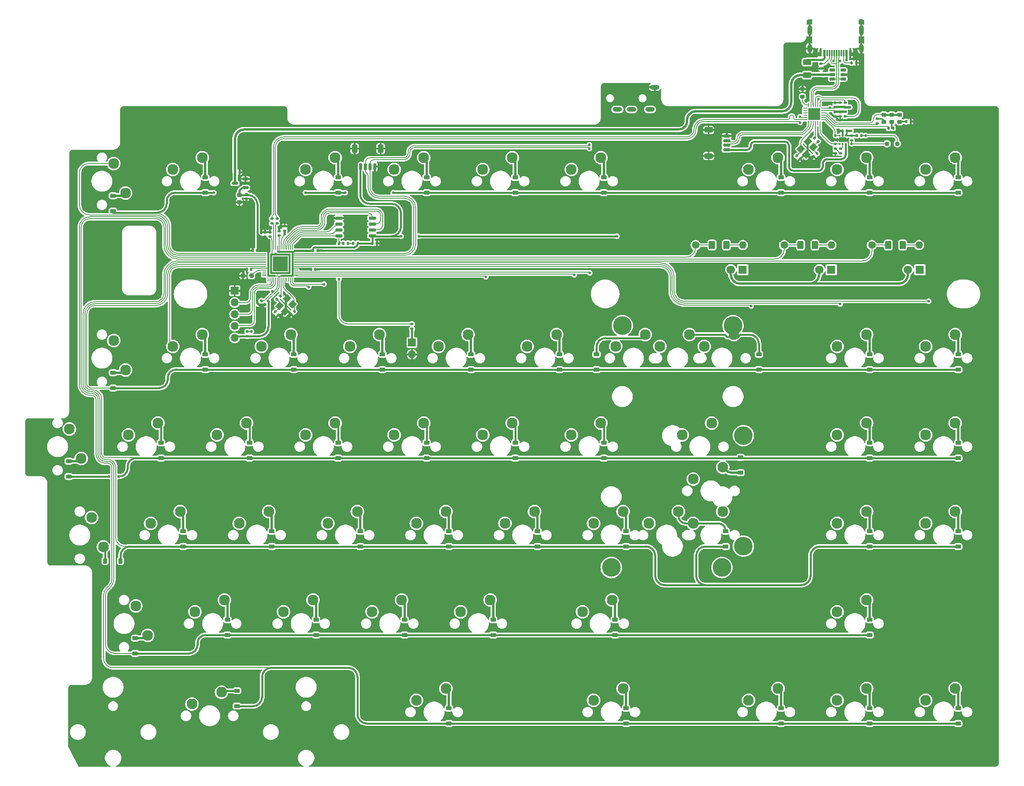
<source format=gbr>
%TF.GenerationSoftware,KiCad,Pcbnew,8.0.2*%
%TF.CreationDate,2024-11-08T19:37:49-08:00*%
%TF.ProjectId,gh80-5000-right,67683830-2d35-4303-9030-2d7269676874,rev?*%
%TF.SameCoordinates,Original*%
%TF.FileFunction,Copper,L2,Bot*%
%TF.FilePolarity,Positive*%
%FSLAX46Y46*%
G04 Gerber Fmt 4.6, Leading zero omitted, Abs format (unit mm)*
G04 Created by KiCad (PCBNEW 8.0.2) date 2024-11-08 19:37:49*
%MOMM*%
%LPD*%
G01*
G04 APERTURE LIST*
G04 Aperture macros list*
%AMRoundRect*
0 Rectangle with rounded corners*
0 $1 Rounding radius*
0 $2 $3 $4 $5 $6 $7 $8 $9 X,Y pos of 4 corners*
0 Add a 4 corners polygon primitive as box body*
4,1,4,$2,$3,$4,$5,$6,$7,$8,$9,$2,$3,0*
0 Add four circle primitives for the rounded corners*
1,1,$1+$1,$2,$3*
1,1,$1+$1,$4,$5*
1,1,$1+$1,$6,$7*
1,1,$1+$1,$8,$9*
0 Add four rect primitives between the rounded corners*
20,1,$1+$1,$2,$3,$4,$5,0*
20,1,$1+$1,$4,$5,$6,$7,0*
20,1,$1+$1,$6,$7,$8,$9,0*
20,1,$1+$1,$8,$9,$2,$3,0*%
%AMRotRect*
0 Rectangle, with rotation*
0 The origin of the aperture is its center*
0 $1 length*
0 $2 width*
0 $3 Rotation angle, in degrees counterclockwise*
0 Add horizontal line*
21,1,$1,$2,0,0,$3*%
G04 Aperture macros list end*
%TA.AperFunction,ComponentPad*%
%ADD10C,2.300000*%
%TD*%
%TA.AperFunction,ComponentPad*%
%ADD11C,4.000000*%
%TD*%
%TA.AperFunction,SMDPad,CuDef*%
%ADD12RoundRect,0.225000X0.375000X-0.225000X0.375000X0.225000X-0.375000X0.225000X-0.375000X-0.225000X0*%
%TD*%
%TA.AperFunction,SMDPad,CuDef*%
%ADD13RoundRect,0.140000X0.219203X0.021213X0.021213X0.219203X-0.219203X-0.021213X-0.021213X-0.219203X0*%
%TD*%
%TA.AperFunction,SMDPad,CuDef*%
%ADD14RoundRect,0.135000X-0.185000X0.135000X-0.185000X-0.135000X0.185000X-0.135000X0.185000X0.135000X0*%
%TD*%
%TA.AperFunction,SMDPad,CuDef*%
%ADD15RoundRect,0.150000X0.625000X-0.150000X0.625000X0.150000X-0.625000X0.150000X-0.625000X-0.150000X0*%
%TD*%
%TA.AperFunction,SMDPad,CuDef*%
%ADD16RoundRect,0.250000X0.650000X-0.350000X0.650000X0.350000X-0.650000X0.350000X-0.650000X-0.350000X0*%
%TD*%
%TA.AperFunction,SMDPad,CuDef*%
%ADD17RoundRect,0.250000X-0.625000X0.375000X-0.625000X-0.375000X0.625000X-0.375000X0.625000X0.375000X0*%
%TD*%
%TA.AperFunction,ComponentPad*%
%ADD18C,1.600000*%
%TD*%
%TA.AperFunction,ComponentPad*%
%ADD19O,1.600000X1.600000*%
%TD*%
%TA.AperFunction,ComponentPad*%
%ADD20O,2.000000X1.000000*%
%TD*%
%TA.AperFunction,ComponentPad*%
%ADD21R,1.800000X1.800000*%
%TD*%
%TA.AperFunction,ComponentPad*%
%ADD22C,1.800000*%
%TD*%
%TA.AperFunction,SMDPad,CuDef*%
%ADD23RotRect,1.400000X1.200000X45.000000*%
%TD*%
%TA.AperFunction,SMDPad,CuDef*%
%ADD24RoundRect,0.140000X0.170000X-0.140000X0.170000X0.140000X-0.170000X0.140000X-0.170000X-0.140000X0*%
%TD*%
%TA.AperFunction,SMDPad,CuDef*%
%ADD25RoundRect,0.140000X-0.021213X0.219203X-0.219203X0.021213X0.021213X-0.219203X0.219203X-0.021213X0*%
%TD*%
%TA.AperFunction,ComponentPad*%
%ADD26R,1.700000X1.700000*%
%TD*%
%TA.AperFunction,ComponentPad*%
%ADD27O,1.700000X1.700000*%
%TD*%
%TA.AperFunction,SMDPad,CuDef*%
%ADD28RoundRect,0.135000X0.185000X-0.135000X0.185000X0.135000X-0.185000X0.135000X-0.185000X-0.135000X0*%
%TD*%
%TA.AperFunction,SMDPad,CuDef*%
%ADD29RoundRect,0.237500X0.250000X0.237500X-0.250000X0.237500X-0.250000X-0.237500X0.250000X-0.237500X0*%
%TD*%
%TA.AperFunction,SMDPad,CuDef*%
%ADD30RoundRect,0.150000X-0.150000X-0.625000X0.150000X-0.625000X0.150000X0.625000X-0.150000X0.625000X0*%
%TD*%
%TA.AperFunction,SMDPad,CuDef*%
%ADD31RoundRect,0.250000X-0.350000X-0.650000X0.350000X-0.650000X0.350000X0.650000X-0.350000X0.650000X0*%
%TD*%
%TA.AperFunction,SMDPad,CuDef*%
%ADD32RoundRect,0.218750X-0.256250X0.218750X-0.256250X-0.218750X0.256250X-0.218750X0.256250X0.218750X0*%
%TD*%
%TA.AperFunction,SMDPad,CuDef*%
%ADD33RoundRect,0.140000X-0.140000X-0.170000X0.140000X-0.170000X0.140000X0.170000X-0.140000X0.170000X0*%
%TD*%
%TA.AperFunction,ComponentPad*%
%ADD34C,1.000000*%
%TD*%
%TA.AperFunction,SMDPad,CuDef*%
%ADD35RoundRect,0.135000X-0.135000X-0.185000X0.135000X-0.185000X0.135000X0.185000X-0.135000X0.185000X0*%
%TD*%
%TA.AperFunction,SMDPad,CuDef*%
%ADD36RoundRect,0.050000X0.387500X0.050000X-0.387500X0.050000X-0.387500X-0.050000X0.387500X-0.050000X0*%
%TD*%
%TA.AperFunction,SMDPad,CuDef*%
%ADD37RoundRect,0.050000X0.050000X0.387500X-0.050000X0.387500X-0.050000X-0.387500X0.050000X-0.387500X0*%
%TD*%
%TA.AperFunction,HeatsinkPad*%
%ADD38R,3.200000X3.200000*%
%TD*%
%TA.AperFunction,SMDPad,CuDef*%
%ADD39R,0.600000X1.400000*%
%TD*%
%TA.AperFunction,SMDPad,CuDef*%
%ADD40R,0.300000X1.400000*%
%TD*%
%TA.AperFunction,ComponentPad*%
%ADD41O,1.000000X2.200000*%
%TD*%
%TA.AperFunction,ComponentPad*%
%ADD42O,1.000000X1.800000*%
%TD*%
%TA.AperFunction,SMDPad,CuDef*%
%ADD43RoundRect,0.150000X0.475000X0.150000X-0.475000X0.150000X-0.475000X-0.150000X0.475000X-0.150000X0*%
%TD*%
%TA.AperFunction,SMDPad,CuDef*%
%ADD44RoundRect,0.140000X0.140000X0.170000X-0.140000X0.170000X-0.140000X-0.170000X0.140000X-0.170000X0*%
%TD*%
%TA.AperFunction,SMDPad,CuDef*%
%ADD45RoundRect,0.135000X0.135000X0.185000X-0.135000X0.185000X-0.135000X-0.185000X0.135000X-0.185000X0*%
%TD*%
%TA.AperFunction,SMDPad,CuDef*%
%ADD46RoundRect,0.135000X0.035355X-0.226274X0.226274X-0.035355X-0.035355X0.226274X-0.226274X0.035355X0*%
%TD*%
%TA.AperFunction,SMDPad,CuDef*%
%ADD47RoundRect,0.225000X-0.375000X0.225000X-0.375000X-0.225000X0.375000X-0.225000X0.375000X0.225000X0*%
%TD*%
%TA.AperFunction,SMDPad,CuDef*%
%ADD48RoundRect,0.140000X0.021213X-0.219203X0.219203X-0.021213X-0.021213X0.219203X-0.219203X0.021213X0*%
%TD*%
%TA.AperFunction,SMDPad,CuDef*%
%ADD49RoundRect,0.140000X-0.170000X0.140000X-0.170000X-0.140000X0.170000X-0.140000X0.170000X0.140000X0*%
%TD*%
%TA.AperFunction,SMDPad,CuDef*%
%ADD50RoundRect,0.225000X0.225000X0.375000X-0.225000X0.375000X-0.225000X-0.375000X0.225000X-0.375000X0*%
%TD*%
%TA.AperFunction,SMDPad,CuDef*%
%ADD51RotRect,1.400000X1.200000X225.000000*%
%TD*%
%TA.AperFunction,SMDPad,CuDef*%
%ADD52RoundRect,0.062500X0.062500X-0.375000X0.062500X0.375000X-0.062500X0.375000X-0.062500X-0.375000X0*%
%TD*%
%TA.AperFunction,SMDPad,CuDef*%
%ADD53RoundRect,0.062500X0.375000X-0.062500X0.375000X0.062500X-0.375000X0.062500X-0.375000X-0.062500X0*%
%TD*%
%TA.AperFunction,HeatsinkPad*%
%ADD54R,2.600000X2.600000*%
%TD*%
%TA.AperFunction,SMDPad,CuDef*%
%ADD55RoundRect,0.150000X-0.650000X-0.150000X0.650000X-0.150000X0.650000X0.150000X-0.650000X0.150000X0*%
%TD*%
%TA.AperFunction,SMDPad,CuDef*%
%ADD56RoundRect,0.225000X-0.250000X0.225000X-0.250000X-0.225000X0.250000X-0.225000X0.250000X0.225000X0*%
%TD*%
%TA.AperFunction,SMDPad,CuDef*%
%ADD57RoundRect,0.150000X0.512500X0.150000X-0.512500X0.150000X-0.512500X-0.150000X0.512500X-0.150000X0*%
%TD*%
%TA.AperFunction,SMDPad,CuDef*%
%ADD58RoundRect,0.250000X-0.400000X-0.625000X0.400000X-0.625000X0.400000X0.625000X-0.400000X0.625000X0*%
%TD*%
%TA.AperFunction,SMDPad,CuDef*%
%ADD59RoundRect,0.135000X0.226274X0.035355X0.035355X0.226274X-0.226274X-0.035355X-0.035355X-0.226274X0*%
%TD*%
%TA.AperFunction,SMDPad,CuDef*%
%ADD60RoundRect,0.093750X0.106250X-0.093750X0.106250X0.093750X-0.106250X0.093750X-0.106250X-0.093750X0*%
%TD*%
%TA.AperFunction,HeatsinkPad*%
%ADD61C,0.500000*%
%TD*%
%TA.AperFunction,HeatsinkPad*%
%ADD62R,1.600000X1.000000*%
%TD*%
%TA.AperFunction,SMDPad,CuDef*%
%ADD63RoundRect,0.218750X0.256250X-0.218750X0.256250X0.218750X-0.256250X0.218750X-0.256250X-0.218750X0*%
%TD*%
%TA.AperFunction,SMDPad,CuDef*%
%ADD64RoundRect,0.200000X-0.275000X0.200000X-0.275000X-0.200000X0.275000X-0.200000X0.275000X0.200000X0*%
%TD*%
%TA.AperFunction,ViaPad*%
%ADD65C,0.600000*%
%TD*%
%TA.AperFunction,Conductor*%
%ADD66C,0.500000*%
%TD*%
%TA.AperFunction,Conductor*%
%ADD67C,0.400000*%
%TD*%
%TA.AperFunction,Conductor*%
%ADD68C,0.200000*%
%TD*%
%TA.AperFunction,Conductor*%
%ADD69C,0.300000*%
%TD*%
G04 APERTURE END LIST*
D10*
%TO.P,MX24,1,1*%
%TO.N,COL4*%
X167640000Y-130810000D03*
%TO.P,MX24,2,2*%
%TO.N,Net-(D24-A)*%
X173990000Y-128270000D03*
%TD*%
%TO.P,MX35,1,1*%
%TO.N,COL6*%
X196215000Y-149860000D03*
%TO.P,MX35,2,2*%
%TO.N,Net-(D35-A)*%
X202565000Y-147320000D03*
%TD*%
%TO.P,MX22,1,1*%
%TO.N,COL3*%
X162877500Y-207010000D03*
%TO.P,MX22,2,2*%
%TO.N,Net-(D22-A)*%
X169227500Y-204470000D03*
%TD*%
D11*
%TO.P,S3,*%
%TO.N,*%
X207168750Y-126365000D03*
X230981250Y-126365000D03*
%TD*%
D10*
%TO.P,MX25,1,1*%
%TO.N,COL4*%
X158115000Y-149860000D03*
%TO.P,MX25,2,2*%
%TO.N,Net-(D25-A)*%
X164465000Y-147320000D03*
%TD*%
%TO.P,MX23,1,1*%
%TO.N,COL4*%
X177165000Y-92710000D03*
%TO.P,MX23,2,2*%
%TO.N,Net-(D23-A)*%
X183515000Y-90170000D03*
%TD*%
%TO.P,MX55,1,1*%
%TO.N,COL9*%
X272415000Y-207010000D03*
%TO.P,MX55,2,2*%
%TO.N,Net-(D52-A)*%
X278765000Y-204470000D03*
%TD*%
%TO.P,MX16,1,1*%
%TO.N,COL2*%
X134302500Y-187960000D03*
%TO.P,MX16,2,2*%
%TO.N,Net-(D16-A)*%
X140652500Y-185420000D03*
%TD*%
%TO.P,MX51,1,1*%
%TO.N,COL9*%
X272415000Y-92710000D03*
%TO.P,MX51,2,2*%
%TO.N,Net-(D48-A)*%
X278765000Y-90170000D03*
%TD*%
%TO.P,MX37,1,1*%
%TO.N,COL7*%
X234315000Y-92710000D03*
%TO.P,MX37,2,2*%
%TO.N,Net-(D37-A)*%
X240665000Y-90170000D03*
%TD*%
D11*
%TO.P,S2,*%
%TO.N,*%
X233203750Y-150018750D03*
X233203750Y-173831250D03*
%TD*%
D10*
%TO.P,MX45,1,1*%
%TO.N,COL8*%
X253365000Y-92710000D03*
%TO.P,MX45,2,2*%
%TO.N,Net-(D42-A)*%
X259715000Y-90170000D03*
%TD*%
%TO.P,MX1,1,1*%
%TO.N,COL0*%
X97790000Y-91440000D03*
%TO.P,MX1,2,2*%
%TO.N,Net-(D1-A)*%
X100330000Y-97790000D03*
%TD*%
%TO.P,MX28,1,1*%
%TO.N,COL5*%
X196215000Y-92710000D03*
%TO.P,MX28,2,2*%
%TO.N,Net-(D28-A)*%
X202565000Y-90170000D03*
%TD*%
%TO.P,MX26,1,1*%
%TO.N,COL4*%
X162877500Y-168910000D03*
%TO.P,MX26,2,2*%
%TO.N,Net-(D26-A)*%
X169227500Y-166370000D03*
%TD*%
%TO.P,MX34,1,1*%
%TO.N,COL6*%
X205740000Y-130810000D03*
%TO.P,MX34,2,2*%
%TO.N,Net-(D34-A)*%
X212090000Y-128270000D03*
%TD*%
%TO.P,MX3,1,1*%
%TO.N,COL0*%
X88265000Y-148590000D03*
%TO.P,MX3,2,2*%
%TO.N,Net-(D3-A)*%
X90805000Y-154940000D03*
%TD*%
%TO.P,MX8,1,1*%
%TO.N,COL1*%
X110490000Y-130810000D03*
%TO.P,MX8,2,2*%
%TO.N,Net-(D8-A)*%
X116840000Y-128270000D03*
%TD*%
%TO.P,MX2,1,1*%
%TO.N,COL0*%
X97790000Y-129540000D03*
%TO.P,MX2,2,2*%
%TO.N,Net-(D2-A)*%
X100330000Y-135890000D03*
%TD*%
%TO.P,MX18,1,1*%
%TO.N,COL3*%
X148590000Y-130810000D03*
%TO.P,MX18,2,2*%
%TO.N,Net-(D18-A)*%
X154940000Y-128270000D03*
%TD*%
%TO.P,MX6,1,1*%
%TO.N,COL0*%
X114607500Y-207810000D03*
%TO.P,MX6,2,2*%
%TO.N,Net-(D6-A)*%
X120957500Y-205270000D03*
%TD*%
%TO.P,MX44,1,1*%
%TO.N,COL7*%
X224790000Y-130810000D03*
%TO.P,MX44,2,2*%
%TO.N,Net-(D38-A)*%
X231140000Y-128270000D03*
%TD*%
%TO.P,MX39,1,1*%
%TO.N,COL7*%
X220027500Y-149860000D03*
%TO.P,MX39,2,2*%
%TO.N,Net-(D39-A)*%
X226377500Y-147320000D03*
%TD*%
%TO.P,MX33,1,1*%
%TO.N,COL5*%
X200977500Y-207010000D03*
%TO.P,MX33,2,2*%
%TO.N,Net-(D33-A)*%
X207327500Y-204470000D03*
%TD*%
%TO.P,MX21,1,1*%
%TO.N,COL3*%
X153352500Y-187960000D03*
%TO.P,MX21,2,2*%
%TO.N,Net-(D21-A)*%
X159702500Y-185420000D03*
%TD*%
%TO.P,MX7,1,1*%
%TO.N,COL1*%
X110490000Y-92710000D03*
%TO.P,MX7,2,2*%
%TO.N,Net-(D7-A)*%
X116840000Y-90170000D03*
%TD*%
%TO.P,MX40,1,1*%
%TO.N,COL7*%
X212883750Y-168910000D03*
%TO.P,MX40,2,2*%
%TO.N,Net-(D40-A)*%
X219233750Y-166370000D03*
%TD*%
%TO.P,MX13,1,1*%
%TO.N,COL2*%
X129540000Y-130810000D03*
%TO.P,MX13,2,2*%
%TO.N,Net-(D13-A)*%
X135890000Y-128270000D03*
%TD*%
%TO.P,MX47,1,1*%
%TO.N,COL8*%
X253365000Y-149860000D03*
%TO.P,MX47,2,2*%
%TO.N,Net-(D44-A)*%
X259715000Y-147320000D03*
%TD*%
%TO.P,MX38,1,1*%
%TO.N,COL7*%
X215265000Y-130810000D03*
%TO.P,MX38,2,2*%
%TO.N,Net-(D38-A)*%
X221615000Y-128270000D03*
%TD*%
%TO.P,MX29,1,1*%
%TO.N,COL5*%
X186690000Y-130810000D03*
%TO.P,MX29,2,2*%
%TO.N,Net-(D29-A)*%
X193040000Y-128270000D03*
%TD*%
%TO.P,MX50,1,1*%
%TO.N,COL8*%
X253365000Y-207010000D03*
%TO.P,MX50,2,2*%
%TO.N,Net-(D47-A)*%
X259715000Y-204470000D03*
%TD*%
%TO.P,MX32,1,1*%
%TO.N,COL5*%
X198596250Y-187960000D03*
%TO.P,MX32,2,2*%
%TO.N,Net-(D32-A)*%
X204946250Y-185420000D03*
%TD*%
%TO.P,MX17,1,1*%
%TO.N,COL3*%
X158115000Y-92710000D03*
%TO.P,MX17,2,2*%
%TO.N,Net-(D17-A)*%
X164465000Y-90170000D03*
%TD*%
D11*
%TO.P,S1,*%
%TO.N,*%
X228600000Y-178435000D03*
X204787500Y-178435000D03*
%TD*%
D10*
%TO.P,MX30,1,1*%
%TO.N,COL5*%
X177165000Y-149860000D03*
%TO.P,MX30,2,2*%
%TO.N,Net-(D30-A)*%
X183515000Y-147320000D03*
%TD*%
%TO.P,MX27,1,1*%
%TO.N,COL4*%
X172402500Y-187960000D03*
%TO.P,MX27,2,2*%
%TO.N,Net-(D27-A)*%
X178752500Y-185420000D03*
%TD*%
%TO.P,MX49,1,1*%
%TO.N,COL8*%
X253365000Y-187960000D03*
%TO.P,MX49,2,2*%
%TO.N,Net-(D46-A)*%
X259715000Y-185420000D03*
%TD*%
%TO.P,MX12,1,1*%
%TO.N,COL2*%
X139065000Y-92710000D03*
%TO.P,MX12,2,2*%
%TO.N,Net-(D12-A)*%
X145415000Y-90170000D03*
%TD*%
%TO.P,MX48,1,1*%
%TO.N,COL8*%
X253365000Y-168910000D03*
%TO.P,MX48,2,2*%
%TO.N,Net-(D45-A)*%
X259715000Y-166370000D03*
%TD*%
%TO.P,MX43,1,1*%
%TO.N,Net-(D40-A)*%
X222408750Y-168910000D03*
%TO.P,MX43,2,2*%
%TO.N,COL7*%
X228758750Y-166370000D03*
%TD*%
%TO.P,MX31,1,1*%
%TO.N,COL5*%
X181927500Y-168910000D03*
%TO.P,MX31,2,2*%
%TO.N,Net-(D31-A)*%
X188277500Y-166370000D03*
%TD*%
%TO.P,MX42,1,1*%
%TO.N,COL7*%
X222408750Y-159385000D03*
%TO.P,MX42,2,2*%
%TO.N,Net-(D39-A)*%
X228758750Y-156845000D03*
%TD*%
%TO.P,MX15,1,1*%
%TO.N,COL2*%
X124777500Y-168910000D03*
%TO.P,MX15,2,2*%
%TO.N,Net-(D15-A)*%
X131127500Y-166370000D03*
%TD*%
%TO.P,MX41,1,1*%
%TO.N,COL7*%
X234315000Y-207010000D03*
%TO.P,MX41,2,2*%
%TO.N,Net-(D41-A)*%
X240665000Y-204470000D03*
%TD*%
%TO.P,MX36,1,1*%
%TO.N,COL6*%
X200977500Y-168910000D03*
%TO.P,MX36,2,2*%
%TO.N,Net-(D36-A)*%
X207327500Y-166370000D03*
%TD*%
%TO.P,MX54,1,1*%
%TO.N,COL9*%
X272415000Y-168910000D03*
%TO.P,MX54,2,2*%
%TO.N,Net-(D51-A)*%
X278765000Y-166370000D03*
%TD*%
%TO.P,MX46,1,1*%
%TO.N,COL8*%
X253365000Y-130810000D03*
%TO.P,MX46,2,2*%
%TO.N,Net-(D43-A)*%
X259715000Y-128270000D03*
%TD*%
%TO.P,MX20,1,1*%
%TO.N,COL3*%
X143827500Y-168910000D03*
%TO.P,MX20,2,2*%
%TO.N,Net-(D20-A)*%
X150177500Y-166370000D03*
%TD*%
%TO.P,MX19,1,1*%
%TO.N,COL3*%
X139065000Y-149860000D03*
%TO.P,MX19,2,2*%
%TO.N,Net-(D19-A)*%
X145415000Y-147320000D03*
%TD*%
%TO.P,MX10,1,1*%
%TO.N,COL1*%
X105727500Y-168910000D03*
%TO.P,MX10,2,2*%
%TO.N,Net-(D10-A)*%
X112077500Y-166370000D03*
%TD*%
%TO.P,MX14,1,1*%
%TO.N,COL2*%
X120015000Y-149860000D03*
%TO.P,MX14,2,2*%
%TO.N,Net-(D14-A)*%
X126365000Y-147320000D03*
%TD*%
%TO.P,MX11,1,1*%
%TO.N,COL1*%
X115252500Y-187960000D03*
%TO.P,MX11,2,2*%
%TO.N,Net-(D11-A)*%
X121602500Y-185420000D03*
%TD*%
%TO.P,MX53,1,1*%
%TO.N,COL9*%
X272415000Y-149860000D03*
%TO.P,MX53,2,2*%
%TO.N,Net-(D50-A)*%
X278765000Y-147320000D03*
%TD*%
%TO.P,MX4,1,1*%
%TO.N,COL0*%
X93027500Y-167640000D03*
%TO.P,MX4,2,2*%
%TO.N,Net-(D4-A)*%
X95567500Y-173990000D03*
%TD*%
%TO.P,MX5,1,1*%
%TO.N,COL0*%
X102552500Y-186690000D03*
%TO.P,MX5,2,2*%
%TO.N,Net-(D5-A)*%
X105092500Y-193040000D03*
%TD*%
%TO.P,MX52,1,1*%
%TO.N,COL9*%
X272415000Y-130810000D03*
%TO.P,MX52,2,2*%
%TO.N,Net-(D49-A)*%
X278765000Y-128270000D03*
%TD*%
%TO.P,MX9,1,1*%
%TO.N,COL1*%
X100965000Y-149860000D03*
%TO.P,MX9,2,2*%
%TO.N,Net-(D9-A)*%
X107315000Y-147320000D03*
%TD*%
D12*
%TO.P,D48,1,K*%
%TO.N,ROW0*%
X279400000Y-97693750D03*
%TO.P,D48,2,A*%
%TO.N,Net-(D48-A)*%
X279400000Y-94393750D03*
%TD*%
D13*
%TO.P,C15,1*%
%TO.N,GND*%
X133176911Y-124039411D03*
%TO.P,C15,2*%
%TO.N,Net-(C15-Pad2)*%
X132498089Y-123360589D03*
%TD*%
D12*
%TO.P,D28,1,K*%
%TO.N,ROW0*%
X203200000Y-97693750D03*
%TO.P,D28,2,A*%
%TO.N,Net-(D28-A)*%
X203200000Y-94393750D03*
%TD*%
D14*
%TO.P,R24,1*%
%TO.N,Net-(J5-CC1)*%
X249900000Y-69970000D03*
%TO.P,R24,2*%
%TO.N,GND*%
X249900000Y-70990000D03*
%TD*%
%TO.P,R16,1*%
%TO.N,Net-(U4-BUSJ)*%
X255100000Y-78290000D03*
%TO.P,R16,2*%
%TO.N,+5V*%
X255100000Y-79310000D03*
%TD*%
D15*
%TO.P,J4,1,Pin_1*%
%TO.N,+5V_lim*%
X229600000Y-88500000D03*
%TO.P,J4,2,Pin_2*%
%TO.N,DD-*%
X229600000Y-87500000D03*
%TO.P,J4,3,Pin_3*%
%TO.N,DD+*%
X229600000Y-86500000D03*
%TO.P,J4,4,Pin_4*%
%TO.N,GND*%
X229600000Y-85500000D03*
D16*
%TO.P,J4,MP,MountPin*%
X225725000Y-89800000D03*
X225725000Y-84200000D03*
%TD*%
D12*
%TO.P,D46,1,K*%
%TO.N,ROW4*%
X260350000Y-192943750D03*
%TO.P,D46,2,A*%
%TO.N,Net-(D46-A)*%
X260350000Y-189643750D03*
%TD*%
%TO.P,D5,1,K*%
%TO.N,ROW4*%
X102393750Y-196912500D03*
%TO.P,D5,2,A*%
%TO.N,Net-(D5-A)*%
X102393750Y-193612500D03*
%TD*%
%TO.P,D32,1,K*%
%TO.N,ROW4*%
X205581250Y-192943750D03*
%TO.P,D32,2,A*%
%TO.N,Net-(D32-A)*%
X205581250Y-189643750D03*
%TD*%
D17*
%TO.P,F1,1*%
%TO.N,VBUS*%
X246900000Y-69580000D03*
%TO.P,F1,2*%
%TO.N,+5V*%
X246900000Y-72380000D03*
%TD*%
D12*
%TO.P,D47,1,K*%
%TO.N,ROW5*%
X260350000Y-211993750D03*
%TO.P,D47,2,A*%
%TO.N,Net-(D47-A)*%
X260350000Y-208693750D03*
%TD*%
D18*
%TO.P,R13,1*%
%TO.N,LED_SCLK*%
X260826250Y-109000000D03*
D19*
%TO.P,R13,2*%
%TO.N,Net-(LED3-K)*%
X270986250Y-109000000D03*
%TD*%
D12*
%TO.P,D37,1,K*%
%TO.N,ROW0*%
X241300000Y-97693750D03*
%TO.P,D37,2,A*%
%TO.N,Net-(D37-A)*%
X241300000Y-94393750D03*
%TD*%
D20*
%TO.P,J2,R1*%
%TO.N,Rx*%
X209124500Y-79780000D03*
%TO.P,J2,R2*%
%TO.N,Tx*%
X206124500Y-79780000D03*
%TO.P,J2,S*%
%TO.N,GND*%
X214124500Y-74980000D03*
%TO.P,J2,T*%
%TO.N,+3V3*%
X213124500Y-79780000D03*
%TD*%
D14*
%TO.P,R25,1*%
%TO.N,+5V*%
X256500000Y-85390000D03*
%TO.P,R25,2*%
%TO.N,FAULT*%
X256500000Y-86410000D03*
%TD*%
D21*
%TO.P,LED1,1,K*%
%TO.N,Net-(LED1-K)*%
X233050000Y-114300000D03*
D22*
%TO.P,LED1,2,A*%
%TO.N,+3V3*%
X230510000Y-114300000D03*
%TD*%
D23*
%TO.P,Y1,1,1*%
%TO.N,Net-(C15-Pad2)*%
X133458642Y-122076777D03*
%TO.P,Y1,2,2*%
%TO.N,GND*%
X135014277Y-120521142D03*
%TO.P,Y1,3,3*%
%TO.N,XIN*%
X136216358Y-121723223D03*
%TO.P,Y1,4,4*%
%TO.N,GND*%
X134660723Y-123278858D03*
%TD*%
D24*
%TO.P,C5,1*%
%TO.N,+3V3*%
X130300000Y-107180000D03*
%TO.P,C5,2*%
%TO.N,GND*%
X130300000Y-106220000D03*
%TD*%
D25*
%TO.P,C3,1*%
%TO.N,+1V1*%
X129539411Y-120960589D03*
%TO.P,C3,2*%
%TO.N,GND*%
X128860589Y-121639411D03*
%TD*%
D12*
%TO.P,D10,1,K*%
%TO.N,ROW3*%
X112712500Y-173893750D03*
%TO.P,D10,2,A*%
%TO.N,Net-(D10-A)*%
X112712500Y-170593750D03*
%TD*%
D26*
%TO.P,J1,1,Pin_1*%
%TO.N,GND*%
X123800000Y-118820000D03*
D27*
%TO.P,J1,2,Pin_2*%
%TO.N,RESET*%
X123800000Y-121360000D03*
%TO.P,J1,3,Pin_3*%
%TO.N,SWD*%
X123800000Y-123900000D03*
%TO.P,J1,4,Pin_4*%
%TO.N,SWC*%
X123800000Y-126440000D03*
%TO.P,J1,5,Pin_5*%
%TO.N,+3V3*%
X123800000Y-128980000D03*
%TD*%
D14*
%TO.P,R27,1*%
%TO.N,Net-(R26-Pad2)*%
X253000000Y-88190000D03*
%TO.P,R27,2*%
%TO.N,GND*%
X253000000Y-89210000D03*
%TD*%
D24*
%TO.P,C19,1*%
%TO.N,+5V*%
X254000000Y-79280000D03*
%TO.P,C19,2*%
%TO.N,GND*%
X254000000Y-78320000D03*
%TD*%
D28*
%TO.P,R4,1*%
%TO.N,Net-(BOOT1-Pin_1)*%
X161925000Y-127010000D03*
%TO.P,R4,2*%
%TO.N,Q_CS*%
X161925000Y-125990000D03*
%TD*%
D29*
%TO.P,R8,1*%
%TO.N,RightHand*%
X127412500Y-115600000D03*
%TO.P,R8,2*%
%TO.N,GND*%
X125587500Y-115600000D03*
%TD*%
D12*
%TO.P,D23,1,K*%
%TO.N,ROW0*%
X184150000Y-97693750D03*
%TO.P,D23,2,A*%
%TO.N,Net-(D23-A)*%
X184150000Y-94393750D03*
%TD*%
%TO.P,D33,1,K*%
%TO.N,ROW5*%
X207962500Y-211993750D03*
%TO.P,D33,2,A*%
%TO.N,Net-(D33-A)*%
X207962500Y-208693750D03*
%TD*%
%TO.P,D26,1,K*%
%TO.N,ROW3*%
X169862500Y-173893750D03*
%TO.P,D26,2,A*%
%TO.N,Net-(D26-A)*%
X169862500Y-170593750D03*
%TD*%
%TO.P,D36,1,K*%
%TO.N,ROW3*%
X207962500Y-173893750D03*
%TO.P,D36,2,A*%
%TO.N,Net-(D36-A)*%
X207962500Y-170593750D03*
%TD*%
D25*
%TO.P,C10,1*%
%TO.N,+3V3*%
X130976911Y-121060589D03*
%TO.P,C10,2*%
%TO.N,GND*%
X130298089Y-121739411D03*
%TD*%
D30*
%TO.P,J3,1,Pin_1*%
%TO.N,+3V3*%
X150900000Y-92100000D03*
%TO.P,J3,2,Pin_2*%
%TO.N,Tx*%
X151900000Y-92100000D03*
%TO.P,J3,3,Pin_3*%
%TO.N,Rx*%
X152900000Y-92100000D03*
%TO.P,J3,4,Pin_4*%
%TO.N,GND*%
X153900000Y-92100000D03*
D31*
%TO.P,J3,MP,MountPin*%
X149600000Y-88225000D03*
X155200000Y-88225000D03*
%TD*%
D12*
%TO.P,D40,1,K*%
%TO.N,ROW3*%
X229393750Y-173893750D03*
%TO.P,D40,2,A*%
%TO.N,Net-(D40-A)*%
X229393750Y-170593750D03*
%TD*%
%TO.P,D1,1,K*%
%TO.N,ROW0*%
X97631250Y-101662500D03*
%TO.P,D1,2,A*%
%TO.N,Net-(D1-A)*%
X97631250Y-98362500D03*
%TD*%
D32*
%TO.P,D54,1,K*%
%TO.N,DRV*%
X263400000Y-80912500D03*
%TO.P,D54,2,A*%
%TO.N,Net-(D54-A)*%
X263400000Y-82487500D03*
%TD*%
D12*
%TO.P,D17,1,K*%
%TO.N,ROW0*%
X165100000Y-97693750D03*
%TO.P,D17,2,A*%
%TO.N,Net-(D17-A)*%
X165100000Y-94393750D03*
%TD*%
%TO.P,D3,1,K*%
%TO.N,ROW2*%
X88106250Y-158812500D03*
%TO.P,D3,2,A*%
%TO.N,Net-(D3-A)*%
X88106250Y-155512500D03*
%TD*%
D33*
%TO.P,C16,1*%
%TO.N,+3V3*%
X140670000Y-110190000D03*
%TO.P,C16,2*%
%TO.N,GND*%
X141630000Y-110190000D03*
%TD*%
D34*
%TO.P,TP1,1,1*%
%TO.N,P_EN*%
X266300000Y-87200000D03*
%TD*%
D33*
%TO.P,C6,1*%
%TO.N,+5V*%
X123920000Y-93300000D03*
%TO.P,C6,2*%
%TO.N,GND*%
X124880000Y-93300000D03*
%TD*%
D12*
%TO.P,D35,1,K*%
%TO.N,ROW2*%
X203200000Y-154843750D03*
%TO.P,D35,2,A*%
%TO.N,Net-(D35-A)*%
X203200000Y-151543750D03*
%TD*%
%TO.P,D16,1,K*%
%TO.N,ROW4*%
X141287500Y-192943750D03*
%TO.P,D16,2,A*%
%TO.N,Net-(D16-A)*%
X141287500Y-189643750D03*
%TD*%
D14*
%TO.P,R26,1*%
%TO.N,Net-(U6-ILIM)*%
X254100000Y-88190000D03*
%TO.P,R26,2*%
%TO.N,Net-(R26-Pad2)*%
X254100000Y-89210000D03*
%TD*%
D35*
%TO.P,R22,1*%
%TO.N,LED2*%
X264390000Y-83800000D03*
%TO.P,R22,2*%
%TO.N,Net-(D56-A)*%
X265410000Y-83800000D03*
%TD*%
D36*
%TO.P,U1,1,IOVDD*%
%TO.N,+3V3*%
X137037500Y-110400000D03*
%TO.P,U1,2,GPIO0*%
%TO.N,Tx*%
X137037500Y-110800000D03*
%TO.P,U1,3,GPIO1*%
%TO.N,Rx*%
X137037500Y-111200000D03*
%TO.P,U1,4,GPIO2*%
%TO.N,LED_NLK*%
X137037500Y-111600000D03*
%TO.P,U1,5,GPIO3*%
%TO.N,LED_CAPS*%
X137037500Y-112000000D03*
%TO.P,U1,6,GPIO4*%
%TO.N,LED_SCLK*%
X137037500Y-112400000D03*
%TO.P,U1,7,GPIO5*%
%TO.N,COL9*%
X137037500Y-112800000D03*
%TO.P,U1,8,GPIO6*%
%TO.N,COL8*%
X137037500Y-113200000D03*
%TO.P,U1,9,GPIO7*%
%TO.N,COL7*%
X137037500Y-113600000D03*
%TO.P,U1,10,IOVDD*%
%TO.N,+3V3*%
X137037500Y-114000000D03*
%TO.P,U1,11,GPIO8*%
%TO.N,unconnected-(U1-GPIO8-Pad11)*%
X137037500Y-114400000D03*
%TO.P,U1,12,GPIO9*%
%TO.N,COL6*%
X137037500Y-114800000D03*
%TO.P,U1,13,GPIO10*%
%TO.N,COL5*%
X137037500Y-115200000D03*
%TO.P,U1,14,GPIO11*%
%TO.N,COL4*%
X137037500Y-115600000D03*
D37*
%TO.P,U1,15,GPIO12*%
%TO.N,COL3*%
X136200000Y-116437500D03*
%TO.P,U1,16,GPIO13*%
%TO.N,COL2*%
X135800000Y-116437500D03*
%TO.P,U1,17,GPIO14*%
%TO.N,unconnected-(U1-GPIO14-Pad17)*%
X135400000Y-116437500D03*
%TO.P,U1,18,GPIO15*%
%TO.N,unconnected-(U1-GPIO15-Pad18)*%
X135000000Y-116437500D03*
%TO.P,U1,19,TESTEN*%
%TO.N,GND*%
X134600000Y-116437500D03*
%TO.P,U1,20,XIN*%
%TO.N,XIN*%
X134200000Y-116437500D03*
%TO.P,U1,21,XOUT*%
%TO.N,XOUT*%
X133800000Y-116437500D03*
%TO.P,U1,22,IOVDD*%
%TO.N,+3V3*%
X133400000Y-116437500D03*
%TO.P,U1,23,DVDD*%
%TO.N,+1V1*%
X133000000Y-116437500D03*
%TO.P,U1,24,SWCLK*%
%TO.N,SWC*%
X132600000Y-116437500D03*
%TO.P,U1,25,SWD*%
%TO.N,SWD*%
X132200000Y-116437500D03*
%TO.P,U1,26,RUN*%
%TO.N,RESET*%
X131800000Y-116437500D03*
%TO.P,U1,27,GPIO16*%
%TO.N,unconnected-(U1-GPIO16-Pad27)*%
X131400000Y-116437500D03*
%TO.P,U1,28,GPIO17*%
%TO.N,unconnected-(U1-GPIO17-Pad28)*%
X131000000Y-116437500D03*
D36*
%TO.P,U1,29,GPIO18*%
%TO.N,unconnected-(U1-GPIO18-Pad29)*%
X130162500Y-115600000D03*
%TO.P,U1,30,GPIO19*%
%TO.N,unconnected-(U1-GPIO19-Pad30)*%
X130162500Y-115200000D03*
%TO.P,U1,31,GPIO20*%
%TO.N,unconnected-(U1-GPIO20-Pad31)*%
X130162500Y-114800000D03*
%TO.P,U1,32,GPIO21*%
%TO.N,RightHand*%
X130162500Y-114400000D03*
%TO.P,U1,33,IOVDD*%
%TO.N,+3V3*%
X130162500Y-114000000D03*
%TO.P,U1,34,GPIO22*%
%TO.N,COL1*%
X130162500Y-113600000D03*
%TO.P,U1,35,GPIO23*%
%TO.N,ROW1*%
X130162500Y-113200000D03*
%TO.P,U1,36,GPIO24*%
%TO.N,ROW2*%
X130162500Y-112800000D03*
%TO.P,U1,37,GPIO25*%
%TO.N,ROW3*%
X130162500Y-112400000D03*
%TO.P,U1,38,GPIO26_ADC0*%
%TO.N,ROW4*%
X130162500Y-112000000D03*
%TO.P,U1,39,GPIO27_ADC1*%
%TO.N,ROW5*%
X130162500Y-111600000D03*
%TO.P,U1,40,GPIO28_ADC2*%
%TO.N,COL0*%
X130162500Y-111200000D03*
%TO.P,U1,41,GPIO29_ADC3*%
%TO.N,ROW0*%
X130162500Y-110800000D03*
%TO.P,U1,42,IOVDD*%
%TO.N,+3V3*%
X130162500Y-110400000D03*
D37*
%TO.P,U1,43,ADC_AVDD*%
X131000000Y-109562500D03*
%TO.P,U1,44,VREG_IN*%
X131400000Y-109562500D03*
%TO.P,U1,45,VREG_VOUT*%
%TO.N,+1V1*%
X131800000Y-109562500D03*
%TO.P,U1,46,USB_DM*%
%TO.N,Net-(U1-USB_DM)*%
X132200000Y-109562500D03*
%TO.P,U1,47,USB_DP*%
%TO.N,Net-(U1-USB_DP)*%
X132600000Y-109562500D03*
%TO.P,U1,48,USB_VDD*%
%TO.N,+3V3*%
X133000000Y-109562500D03*
%TO.P,U1,49,IOVDD*%
X133400000Y-109562500D03*
%TO.P,U1,50,DVDD*%
%TO.N,+1V1*%
X133800000Y-109562500D03*
%TO.P,U1,51,QSPI_SD3*%
%TO.N,Q_IO3*%
X134200000Y-109562500D03*
%TO.P,U1,52,QSPI_SCLK*%
%TO.N,Q_CLK*%
X134600000Y-109562500D03*
%TO.P,U1,53,QSPI_SD0*%
%TO.N,Q_IO0*%
X135000000Y-109562500D03*
%TO.P,U1,54,QSPI_SD2*%
%TO.N,Q_IO2*%
X135400000Y-109562500D03*
%TO.P,U1,55,QSPI_SD1*%
%TO.N,Q_IO1*%
X135800000Y-109562500D03*
%TO.P,U1,56,QSPI_SS*%
%TO.N,Q_CS*%
X136200000Y-109562500D03*
D38*
%TO.P,U1,57,GND*%
%TO.N,GND*%
X133600000Y-113000000D03*
%TD*%
D14*
%TO.P,R1,1*%
%TO.N,RESET*%
X126500000Y-127590000D03*
%TO.P,R1,2*%
%TO.N,+3V3*%
X126500000Y-128610000D03*
%TD*%
D12*
%TO.P,D14,1,K*%
%TO.N,ROW2*%
X127000000Y-154843750D03*
%TO.P,D14,2,A*%
%TO.N,Net-(D14-A)*%
X127000000Y-151543750D03*
%TD*%
D39*
%TO.P,J5,A1,GND*%
%TO.N,GND*%
X249800000Y-67659500D03*
%TO.P,J5,A4,VBUS*%
%TO.N,VBUS*%
X250600000Y-67659500D03*
D40*
%TO.P,J5,A5,CC1*%
%TO.N,Net-(J5-CC1)*%
X251750000Y-67659500D03*
%TO.P,J5,A6,D+*%
%TO.N,D0+*%
X252750000Y-67659500D03*
%TO.P,J5,A7,D-*%
%TO.N,D0-*%
X253250000Y-67659500D03*
%TO.P,J5,A8,SBU1*%
%TO.N,unconnected-(J5-SBU1-PadA8)*%
X254250000Y-67659500D03*
D39*
%TO.P,J5,A9,VBUS*%
%TO.N,VBUS*%
X255400000Y-67659500D03*
%TO.P,J5,A12,GND*%
%TO.N,GND*%
X256200000Y-67659500D03*
%TO.P,J5,B1,GND*%
X256200000Y-67659500D03*
%TO.P,J5,B4,VBUS*%
%TO.N,VBUS*%
X255400000Y-67659500D03*
D40*
%TO.P,J5,B5,CC2*%
%TO.N,Net-(J5-CC2)*%
X254750000Y-67659500D03*
%TO.P,J5,B6,D+*%
%TO.N,D0+*%
X253750000Y-67659500D03*
%TO.P,J5,B7,D-*%
%TO.N,D0-*%
X252250000Y-67659500D03*
%TO.P,J5,B8,SBU2*%
%TO.N,unconnected-(J5-SBU2-PadB8)*%
X251250000Y-67659500D03*
D39*
%TO.P,J5,B9,VBUS*%
%TO.N,VBUS*%
X250600000Y-67659500D03*
%TO.P,J5,B12,GND*%
%TO.N,GND*%
X249800000Y-67659500D03*
D41*
%TO.P,J5,S1,SHIELD*%
X247450000Y-62759600D03*
D42*
X247450000Y-66659600D03*
D41*
X258550000Y-62759600D03*
D42*
X258550000Y-66659600D03*
%TD*%
D12*
%TO.P,D8,1,K*%
%TO.N,ROW1*%
X117475000Y-135793750D03*
%TO.P,D8,2,A*%
%TO.N,Net-(D8-A)*%
X117475000Y-132493750D03*
%TD*%
D26*
%TO.P,BOOT1,1,Pin_1*%
%TO.N,Net-(BOOT1-Pin_1)*%
X161925000Y-129987500D03*
D27*
%TO.P,BOOT1,2,Pin_2*%
%TO.N,GND*%
X161925000Y-132527500D03*
%TD*%
D43*
%TO.P,U5,1,IO1*%
%TO.N,unconnected-(U5-IO1-Pad1)*%
X254675000Y-71330000D03*
%TO.P,U5,2,VN*%
%TO.N,GND*%
X254675000Y-72280000D03*
%TO.P,U5,3,IO2*%
%TO.N,D0+*%
X254675000Y-73230000D03*
%TO.P,U5,4,IO3*%
%TO.N,D0-*%
X252325000Y-73230000D03*
%TO.P,U5,5,VP*%
%TO.N,+5V*%
X252325000Y-72280000D03*
%TO.P,U5,6,IO4*%
%TO.N,unconnected-(U5-IO4-Pad6)*%
X252325000Y-71330000D03*
%TD*%
D12*
%TO.P,D19,1,K*%
%TO.N,ROW2*%
X146050000Y-154843750D03*
%TO.P,D19,2,A*%
%TO.N,Net-(D19-A)*%
X146050000Y-151543750D03*
%TD*%
%TO.P,D52,1,K*%
%TO.N,ROW5*%
X279400000Y-211993750D03*
%TO.P,D52,2,A*%
%TO.N,Net-(D52-A)*%
X279400000Y-208693750D03*
%TD*%
%TO.P,D50,1,K*%
%TO.N,ROW2*%
X279400000Y-154843750D03*
%TO.P,D50,2,A*%
%TO.N,Net-(D50-A)*%
X279400000Y-151543750D03*
%TD*%
D44*
%TO.P,C9,1*%
%TO.N,+3V3*%
X128630000Y-110180000D03*
%TO.P,C9,2*%
%TO.N,GND*%
X127670000Y-110180000D03*
%TD*%
D35*
%TO.P,R6,1*%
%TO.N,Q_CS*%
X147190000Y-108600000D03*
%TO.P,R6,2*%
%TO.N,Net-(R5-Pad1)*%
X148210000Y-108600000D03*
%TD*%
D18*
%TO.P,R11,1*%
%TO.N,LED_CAPS*%
X241952500Y-109000000D03*
D19*
%TO.P,R11,2*%
%TO.N,Net-(LED2-K)*%
X252112500Y-109000000D03*
%TD*%
D45*
%TO.P,R20,1*%
%TO.N,GND*%
X269220000Y-82400000D03*
%TO.P,R20,2*%
%TO.N,Net-(D55-K)*%
X268200000Y-82400000D03*
%TD*%
D12*
%TO.P,D31,1,K*%
%TO.N,ROW3*%
X188912500Y-173893750D03*
%TO.P,D31,2,A*%
%TO.N,Net-(D31-A)*%
X188912500Y-170593750D03*
%TD*%
%TO.P,D22,1,K*%
%TO.N,ROW5*%
X169862500Y-211993750D03*
%TO.P,D22,2,A*%
%TO.N,Net-(D22-A)*%
X169862500Y-208693750D03*
%TD*%
D46*
%TO.P,R7,1*%
%TO.N,Net-(C15-Pad2)*%
X132876876Y-120660624D03*
%TO.P,R7,2*%
%TO.N,XOUT*%
X133598124Y-119939376D03*
%TD*%
D12*
%TO.P,D13,1,K*%
%TO.N,ROW1*%
X136525000Y-135793750D03*
%TO.P,D13,2,A*%
%TO.N,Net-(D13-A)*%
X136525000Y-132493750D03*
%TD*%
%TO.P,D51,1,K*%
%TO.N,ROW3*%
X279400000Y-173893750D03*
%TO.P,D51,2,A*%
%TO.N,Net-(D51-A)*%
X279400000Y-170593750D03*
%TD*%
D18*
%TO.P,R9,1*%
%TO.N,LED_NLK*%
X222920000Y-109000000D03*
D19*
%TO.P,R9,2*%
%TO.N,Net-(LED1-K)*%
X233080000Y-109000000D03*
%TD*%
D12*
%TO.P,D2,1,K*%
%TO.N,ROW1*%
X97631250Y-139762500D03*
%TO.P,D2,2,A*%
%TO.N,Net-(D2-A)*%
X97631250Y-136462500D03*
%TD*%
%TO.P,D18,1,K*%
%TO.N,ROW1*%
X155575000Y-135793750D03*
%TO.P,D18,2,A*%
%TO.N,Net-(D18-A)*%
X155575000Y-132493750D03*
%TD*%
D47*
%TO.P,D39,1,K*%
%TO.N,ROW2*%
X232568750Y-154718750D03*
%TO.P,D39,2,A*%
%TO.N,Net-(D39-A)*%
X232568750Y-158018750D03*
%TD*%
D48*
%TO.P,C14,1*%
%TO.N,GND*%
X135960589Y-123939411D03*
%TO.P,C14,2*%
%TO.N,XIN*%
X136639411Y-123260589D03*
%TD*%
D49*
%TO.P,C22,1*%
%TO.N,+3.3V*%
X252900000Y-80320000D03*
%TO.P,C22,2*%
%TO.N,GND*%
X252900000Y-81280000D03*
%TD*%
D50*
%TO.P,D4,1,K*%
%TO.N,ROW3*%
X99250000Y-177000000D03*
%TO.P,D4,2,A*%
%TO.N,Net-(D4-A)*%
X95950000Y-177000000D03*
%TD*%
D51*
%TO.P,Y2,1,1*%
%TO.N,Net-(C18-Pad2)*%
X248278858Y-87923223D03*
%TO.P,Y2,2,2*%
%TO.N,GND*%
X246723223Y-89478858D03*
%TO.P,Y2,3,3*%
%TO.N,XIN_H*%
X245521142Y-88276777D03*
%TO.P,Y2,4,4*%
%TO.N,GND*%
X247076777Y-86721142D03*
%TD*%
D21*
%TO.P,LED3,1,K*%
%TO.N,Net-(LED3-K)*%
X271150000Y-114300000D03*
D22*
%TO.P,LED3,2,A*%
%TO.N,+3V3*%
X268610000Y-114300000D03*
%TD*%
D52*
%TO.P,U4,1,OVCJ*%
%TO.N,FAULT*%
X249712500Y-82687500D03*
%TO.P,U4,2,TESTJ*%
%TO.N,unconnected-(U4-TESTJ-Pad2)*%
X249212500Y-82687500D03*
%TO.P,U4,3,XOUT*%
%TO.N,XOUT_H*%
X248712500Y-82687500D03*
%TO.P,U4,4,XIN*%
%TO.N,XIN_H*%
X248212500Y-82687500D03*
%TO.P,U4,5,DM4*%
%TO.N,DD-*%
X247712500Y-82687500D03*
%TO.P,U4,6,DP4*%
%TO.N,DD+*%
X247212500Y-82687500D03*
D53*
%TO.P,U4,7,DM3*%
%TO.N,D-*%
X246525000Y-82000000D03*
%TO.P,U4,8,DP3*%
%TO.N,D+*%
X246525000Y-81500000D03*
%TO.P,U4,9,DM2*%
%TO.N,unconnected-(U4-DM2-Pad9)*%
X246525000Y-81000000D03*
%TO.P,U4,10,DP2*%
%TO.N,unconnected-(U4-DP2-Pad10)*%
X246525000Y-80500000D03*
%TO.P,U4,11,DM1*%
%TO.N,unconnected-(U4-DM1-Pad11)*%
X246525000Y-80000000D03*
%TO.P,U4,12,DP1*%
%TO.N,unconnected-(U4-DP1-Pad12)*%
X246525000Y-79500000D03*
D52*
%TO.P,U4,13,REXT*%
%TO.N,Net-(U4-REXT)*%
X247212500Y-78812500D03*
%TO.P,U4,14,DMU*%
%TO.N,D0-*%
X247712500Y-78812500D03*
%TO.P,U4,15,DPU*%
%TO.N,D0+*%
X248212500Y-78812500D03*
%TO.P,U4,16,~{XRSTJ}*%
%TO.N,Net-(U4-~{XRSTJ})*%
X248712500Y-78812500D03*
%TO.P,U4,17,VBUSM*%
%TO.N,+5V*%
X249212500Y-78812500D03*
%TO.P,U4,18,BUSJ*%
%TO.N,Net-(U4-BUSJ)*%
X249712500Y-78812500D03*
D53*
%TO.P,U4,19,VDD5*%
%TO.N,+5V*%
X250400000Y-79500000D03*
%TO.P,U4,20,VD33F*%
%TO.N,+3.3V*%
X250400000Y-80000000D03*
%TO.P,U4,21,DRV*%
%TO.N,DRV*%
X250400000Y-80500000D03*
%TO.P,U4,22,LED1*%
%TO.N,LED1*%
X250400000Y-81000000D03*
%TO.P,U4,23,LED2*%
%TO.N,LED2*%
X250400000Y-81500000D03*
%TO.P,U4,24,PWRJ*%
%TO.N,P_EN*%
X250400000Y-82000000D03*
D54*
%TO.P,U4,25,VSS*%
%TO.N,GND*%
X248462500Y-80750000D03*
%TD*%
D55*
%TO.P,U2,1,~{CS}*%
%TO.N,Q_CS*%
X146200000Y-107005000D03*
%TO.P,U2,2,DO(IO1)*%
%TO.N,Q_IO1*%
X146200000Y-105735000D03*
%TO.P,U2,3,IO2*%
%TO.N,Q_IO2*%
X146200000Y-104465000D03*
%TO.P,U2,4,GND*%
%TO.N,GND*%
X146200000Y-103195000D03*
%TO.P,U2,5,DI(IO0)*%
%TO.N,Q_IO0*%
X153400000Y-103195000D03*
%TO.P,U2,6,CLK*%
%TO.N,Q_CLK*%
X153400000Y-104465000D03*
%TO.P,U2,7,IO3*%
%TO.N,Q_IO3*%
X153400000Y-105735000D03*
%TO.P,U2,8,VCC*%
%TO.N,+3V3*%
X153400000Y-107005000D03*
%TD*%
D56*
%TO.P,C4,1*%
%TO.N,+3V3*%
X124800000Y-98225000D03*
%TO.P,C4,2*%
%TO.N,GND*%
X124800000Y-99775000D03*
%TD*%
D57*
%TO.P,U3,1,GND*%
%TO.N,GND*%
X126137500Y-94750000D03*
%TO.P,U3,2,VO*%
%TO.N,+3V3*%
X126137500Y-96650000D03*
%TO.P,U3,3,VI*%
%TO.N,+5V*%
X123862500Y-95700000D03*
%TD*%
D34*
%TO.P,TP2,1,1*%
%TO.N,FAULT*%
X264100000Y-87200000D03*
%TD*%
D12*
%TO.P,D15,1,K*%
%TO.N,ROW3*%
X131762500Y-173893750D03*
%TO.P,D15,2,A*%
%TO.N,Net-(D15-A)*%
X131762500Y-170593750D03*
%TD*%
D24*
%TO.P,C12,1*%
%TO.N,+3V3*%
X133400000Y-106950000D03*
%TO.P,C12,2*%
%TO.N,GND*%
X133400000Y-105990000D03*
%TD*%
%TO.P,C21,1*%
%TO.N,+5V*%
X252900000Y-79280000D03*
%TO.P,C21,2*%
%TO.N,GND*%
X252900000Y-78320000D03*
%TD*%
D12*
%TO.P,D25,1,K*%
%TO.N,ROW2*%
X165100000Y-154843750D03*
%TO.P,D25,2,A*%
%TO.N,Net-(D25-A)*%
X165100000Y-151543750D03*
%TD*%
%TO.P,D45,1,K*%
%TO.N,ROW3*%
X260350000Y-173893750D03*
%TO.P,D45,2,A*%
%TO.N,Net-(D45-A)*%
X260350000Y-170593750D03*
%TD*%
%TO.P,D38,1,K*%
%TO.N,ROW1*%
X236537500Y-135793750D03*
%TO.P,D38,2,A*%
%TO.N,Net-(D38-A)*%
X236537500Y-132493750D03*
%TD*%
D24*
%TO.P,C2,1*%
%TO.N,+1V1*%
X134550000Y-105900000D03*
%TO.P,C2,2*%
%TO.N,GND*%
X134550000Y-104940000D03*
%TD*%
D58*
%TO.P,R12,1*%
%TO.N,LED_CAPS*%
X245482500Y-109000000D03*
%TO.P,R12,2*%
%TO.N,Net-(LED2-K)*%
X248582500Y-109000000D03*
%TD*%
D12*
%TO.P,D27,1,K*%
%TO.N,ROW4*%
X179387500Y-192943750D03*
%TO.P,D27,2,A*%
%TO.N,Net-(D27-A)*%
X179387500Y-189643750D03*
%TD*%
%TO.P,D42,1,K*%
%TO.N,ROW0*%
X260350000Y-97693750D03*
%TO.P,D42,2,A*%
%TO.N,Net-(D42-A)*%
X260350000Y-94393750D03*
%TD*%
%TO.P,D24,1,K*%
%TO.N,ROW1*%
X174625000Y-135793750D03*
%TO.P,D24,2,A*%
%TO.N,Net-(D24-A)*%
X174625000Y-132493750D03*
%TD*%
%TO.P,D41,1,K*%
%TO.N,ROW5*%
X241300000Y-211993750D03*
%TO.P,D41,2,A*%
%TO.N,Net-(D41-A)*%
X241300000Y-208693750D03*
%TD*%
%TO.P,D20,1,K*%
%TO.N,ROW3*%
X150812500Y-173893750D03*
%TO.P,D20,2,A*%
%TO.N,Net-(D20-A)*%
X150812500Y-170593750D03*
%TD*%
%TO.P,D11,1,K*%
%TO.N,ROW4*%
X122237500Y-192943750D03*
%TO.P,D11,2,A*%
%TO.N,Net-(D11-A)*%
X122237500Y-189643750D03*
%TD*%
D14*
%TO.P,R2,1*%
%TO.N,D+*%
X132900000Y-103290000D03*
%TO.P,R2,2*%
%TO.N,Net-(U1-USB_DP)*%
X132900000Y-104310000D03*
%TD*%
D58*
%TO.P,R14,1*%
%TO.N,LED_SCLK*%
X264356250Y-109000000D03*
%TO.P,R14,2*%
%TO.N,Net-(LED3-K)*%
X267456250Y-109000000D03*
%TD*%
D12*
%TO.P,D7,1,K*%
%TO.N,ROW0*%
X117475000Y-97693750D03*
%TO.P,D7,2,A*%
%TO.N,Net-(D7-A)*%
X117475000Y-94393750D03*
%TD*%
D13*
%TO.P,C17,1*%
%TO.N,GND*%
X245339411Y-90439411D03*
%TO.P,C17,2*%
%TO.N,XIN_H*%
X244660589Y-89760589D03*
%TD*%
D32*
%TO.P,D56,1,K*%
%TO.N,DRV*%
X265110000Y-80912500D03*
%TO.P,D56,2,A*%
%TO.N,Net-(D56-A)*%
X265110000Y-82487500D03*
%TD*%
D59*
%TO.P,R21,1*%
%TO.N,Net-(C18-Pad2)*%
X249260624Y-86660624D03*
%TO.P,R21,2*%
%TO.N,XOUT_H*%
X248539376Y-85939376D03*
%TD*%
D24*
%TO.P,C1,1*%
%TO.N,+1V1*%
X131400000Y-107180000D03*
%TO.P,C1,2*%
%TO.N,GND*%
X131400000Y-106220000D03*
%TD*%
D12*
%TO.P,D34,1,K*%
%TO.N,ROW1*%
X201612500Y-135793750D03*
%TO.P,D34,2,A*%
%TO.N,Net-(D34-A)*%
X201612500Y-132493750D03*
%TD*%
D33*
%TO.P,C13,1*%
%TO.N,+3V3*%
X140220000Y-114210000D03*
%TO.P,C13,2*%
%TO.N,GND*%
X141180000Y-114210000D03*
%TD*%
%TO.P,C8,1*%
%TO.N,+3V3*%
X153420000Y-108600000D03*
%TO.P,C8,2*%
%TO.N,GND*%
X154380000Y-108600000D03*
%TD*%
D60*
%TO.P,U6,1,VOUT*%
%TO.N,+5V_lim*%
X255200000Y-87175000D03*
%TO.P,U6,2,ILIM*%
%TO.N,Net-(U6-ILIM)*%
X254550000Y-87175000D03*
%TO.P,U6,3,~{FAULT}*%
%TO.N,FAULT*%
X253900000Y-87175000D03*
%TO.P,U6,4,~{EN}*%
%TO.N,P_EN*%
X253900000Y-85400000D03*
%TO.P,U6,5,GND*%
%TO.N,GND*%
X254550000Y-85400000D03*
%TO.P,U6,6,VIN*%
%TO.N,+5V*%
X255200000Y-85400000D03*
D61*
%TO.P,U6,7,PowerPAD*%
%TO.N,GND*%
X254000000Y-86287500D03*
D62*
X254550000Y-86287500D03*
D61*
X255100000Y-86287500D03*
%TD*%
D21*
%TO.P,LED2,1,K*%
%TO.N,Net-(LED2-K)*%
X252100000Y-114300000D03*
D22*
%TO.P,LED2,2,A*%
%TO.N,+3V3*%
X249560000Y-114300000D03*
%TD*%
D63*
%TO.P,D55,1,K*%
%TO.N,Net-(D55-K)*%
X266810000Y-82487500D03*
%TO.P,D55,2,A*%
%TO.N,DRV*%
X266810000Y-80912500D03*
%TD*%
D48*
%TO.P,C18,1*%
%TO.N,GND*%
X248360589Y-89939411D03*
%TO.P,C18,2*%
%TO.N,Net-(C18-Pad2)*%
X249039411Y-89260589D03*
%TD*%
D12*
%TO.P,D29,1,K*%
%TO.N,ROW1*%
X193675000Y-135793750D03*
%TO.P,D29,2,A*%
%TO.N,Net-(D29-A)*%
X193675000Y-132493750D03*
%TD*%
%TO.P,D44,1,K*%
%TO.N,ROW2*%
X260350000Y-154843750D03*
%TO.P,D44,2,A*%
%TO.N,Net-(D44-A)*%
X260350000Y-151543750D03*
%TD*%
%TO.P,D9,1,K*%
%TO.N,ROW2*%
X107950000Y-154843750D03*
%TO.P,D9,2,A*%
%TO.N,Net-(D9-A)*%
X107950000Y-151543750D03*
%TD*%
D35*
%TO.P,R5,1*%
%TO.N,Net-(R5-Pad1)*%
X149290000Y-108600000D03*
%TO.P,R5,2*%
%TO.N,+3V3*%
X150310000Y-108600000D03*
%TD*%
D33*
%TO.P,C23,1*%
%TO.N,GND*%
X254520000Y-84400000D03*
%TO.P,C23,2*%
%TO.N,+5V*%
X255480000Y-84400000D03*
%TD*%
D49*
%TO.P,C20,1*%
%TO.N,+3.3V*%
X254000000Y-80320000D03*
%TO.P,C20,2*%
%TO.N,GND*%
X254000000Y-81280000D03*
%TD*%
D12*
%TO.P,D6,1,K*%
%TO.N,ROW5*%
X124300000Y-208250000D03*
%TO.P,D6,2,A*%
%TO.N,Net-(D6-A)*%
X124300000Y-204950000D03*
%TD*%
D44*
%TO.P,C7,1*%
%TO.N,+3V3*%
X127380000Y-114210000D03*
%TO.P,C7,2*%
%TO.N,GND*%
X126420000Y-114210000D03*
%TD*%
D12*
%TO.P,D12,1,K*%
%TO.N,ROW0*%
X146050000Y-97693750D03*
%TO.P,D12,2,A*%
%TO.N,Net-(D12-A)*%
X146050000Y-94393750D03*
%TD*%
%TO.P,D43,1,K*%
%TO.N,ROW1*%
X260350000Y-135793750D03*
%TO.P,D43,2,A*%
%TO.N,Net-(D43-A)*%
X260350000Y-132493750D03*
%TD*%
D35*
%TO.P,R15,1*%
%TO.N,+5V*%
X257590000Y-85400000D03*
%TO.P,R15,2*%
%TO.N,P_EN*%
X258610000Y-85400000D03*
%TD*%
D64*
%TO.P,R18,1*%
%TO.N,GND*%
X245900000Y-75375000D03*
%TO.P,R18,2*%
%TO.N,Net-(U4-REXT)*%
X245900000Y-77025000D03*
%TD*%
D12*
%TO.P,D49,1,K*%
%TO.N,ROW1*%
X279400000Y-135793750D03*
%TO.P,D49,2,A*%
%TO.N,Net-(D49-A)*%
X279400000Y-132493750D03*
%TD*%
D28*
%TO.P,R19,1*%
%TO.N,LED1*%
X262000000Y-82810000D03*
%TO.P,R19,2*%
%TO.N,Net-(D54-A)*%
X262000000Y-81790000D03*
%TD*%
D12*
%TO.P,D30,1,K*%
%TO.N,ROW2*%
X184150000Y-154843750D03*
%TO.P,D30,2,A*%
%TO.N,Net-(D30-A)*%
X184150000Y-151543750D03*
%TD*%
D28*
%TO.P,R3,1*%
%TO.N,Net-(U1-USB_DM)*%
X131800000Y-104310000D03*
%TO.P,R3,2*%
%TO.N,D-*%
X131800000Y-103290000D03*
%TD*%
D49*
%TO.P,C11,1*%
%TO.N,+3V3*%
X126300000Y-98020000D03*
%TO.P,C11,2*%
%TO.N,GND*%
X126300000Y-98980000D03*
%TD*%
D12*
%TO.P,D21,1,K*%
%TO.N,ROW4*%
X160337500Y-192943750D03*
%TO.P,D21,2,A*%
%TO.N,Net-(D21-A)*%
X160337500Y-189643750D03*
%TD*%
D35*
%TO.P,R23,1*%
%TO.N,Net-(J5-CC2)*%
X256490000Y-69780000D03*
%TO.P,R23,2*%
%TO.N,GND*%
X257510000Y-69780000D03*
%TD*%
D58*
%TO.P,R10,1*%
%TO.N,LED_NLK*%
X226450000Y-109000000D03*
%TO.P,R10,2*%
%TO.N,Net-(LED1-K)*%
X229550000Y-109000000D03*
%TD*%
D14*
%TO.P,R17,1*%
%TO.N,+3.3V*%
X255100000Y-80290000D03*
%TO.P,R17,2*%
%TO.N,Net-(U4-~{XRSTJ})*%
X255100000Y-81310000D03*
%TD*%
D65*
%TO.N,+3V3*%
X206000000Y-107070000D03*
X163400000Y-107070000D03*
X159600000Y-107070000D03*
%TO.N,COL2*%
X139700000Y-118000000D03*
%TO.N,COL3*%
X143033750Y-117400000D03*
%TO.N,COL4*%
X177800000Y-115820000D03*
%TO.N,COL5*%
X196850000Y-115420000D03*
%TO.N,COL6*%
X200183750Y-115000000D03*
%TO.N,COL7*%
X234900000Y-122100000D03*
%TO.N,COL8*%
X254000000Y-121700000D03*
%TO.N,COL9*%
X273050000Y-121100000D03*
%TO.N,GND*%
X251972794Y-80627206D03*
X225700000Y-84200000D03*
X243400000Y-86100000D03*
X257000000Y-78200000D03*
X200000000Y-84960000D03*
X205404341Y-84960000D03*
X180000000Y-84960000D03*
X155400000Y-108600000D03*
X185000000Y-84960000D03*
X161500000Y-107900000D03*
X210300000Y-81000000D03*
X247800000Y-85200000D03*
X212289073Y-84960000D03*
X123500000Y-98700000D03*
X213950816Y-86850000D03*
X241600000Y-81200000D03*
X140000000Y-84960000D03*
X241600000Y-83600000D03*
X231600000Y-81200000D03*
X134550000Y-114050000D03*
X170000000Y-84960000D03*
X199280630Y-86850000D03*
X205417767Y-83242376D03*
X99400000Y-156400000D03*
X132600000Y-111950000D03*
X206835662Y-86850000D03*
X254000000Y-82100000D03*
X142000000Y-114200001D03*
X247500000Y-90300000D03*
X212295779Y-86850000D03*
X250900000Y-70980000D03*
X127600000Y-96700000D03*
X213937766Y-83239446D03*
X249500000Y-76200000D03*
X208368530Y-84960000D03*
X249100000Y-81300000D03*
X218000000Y-84960000D03*
X249438525Y-74179035D03*
X208415523Y-83229097D03*
X253700000Y-84400000D03*
X153800000Y-96700000D03*
X246990926Y-77693045D03*
X128600000Y-120700000D03*
X206844620Y-83229097D03*
X247800000Y-81300000D03*
X160000000Y-86850000D03*
X244603661Y-83126530D03*
X134500000Y-119450000D03*
X212302499Y-83235810D03*
X195000000Y-84960000D03*
X151700000Y-95000000D03*
X244000000Y-88900000D03*
X257000000Y-80500000D03*
X160000000Y-84960000D03*
X190000000Y-86850000D03*
X221300000Y-84600000D03*
X149900000Y-96800000D03*
X200890790Y-88726636D03*
X135000000Y-84960000D03*
X132600000Y-114050000D03*
X206878187Y-84960000D03*
X175000000Y-84960000D03*
X130000000Y-84960000D03*
X135200000Y-92600000D03*
X133600000Y-113000000D03*
X159666954Y-109962685D03*
X133273186Y-98509505D03*
X134550000Y-113000000D03*
X133275095Y-96862791D03*
X244716630Y-80779832D03*
X163400000Y-107900000D03*
X252400000Y-86300000D03*
X226600000Y-81200000D03*
X185000000Y-86850000D03*
X129600000Y-92600000D03*
X131433135Y-98519560D03*
X162725542Y-98689613D03*
X149900000Y-98600000D03*
X247000000Y-75400000D03*
X251800000Y-78500000D03*
X152300000Y-98800000D03*
X138868820Y-107727631D03*
X129600000Y-122400000D03*
X135749265Y-118850735D03*
X138876361Y-104288846D03*
X145000000Y-84960000D03*
X209852153Y-86850000D03*
X209858873Y-84960000D03*
X165000000Y-86850000D03*
X155200000Y-88200000D03*
X229600000Y-84600000D03*
X208388663Y-86850000D03*
X195000000Y-86850000D03*
X205242382Y-86850000D03*
X249100000Y-80100000D03*
X180000000Y-86850000D03*
X207700000Y-81000000D03*
X127700000Y-109300000D03*
X251342211Y-74190933D03*
X232600000Y-87500000D03*
X163400000Y-106200000D03*
X175000000Y-86850000D03*
X140520342Y-104281305D03*
X157818117Y-109967589D03*
X133600000Y-114050000D03*
X133400000Y-105320000D03*
X231600000Y-83600000D03*
X132600000Y-113000000D03*
X125500000Y-114250000D03*
X133600000Y-111950000D03*
X140520342Y-107720090D03*
X153900000Y-93600000D03*
X155000000Y-84960000D03*
X149600000Y-88200000D03*
X130300000Y-105300000D03*
X214100000Y-76400000D03*
X270310000Y-82400000D03*
X125900000Y-99800000D03*
X246000000Y-91100000D03*
X236600000Y-81200000D03*
X134550000Y-111950000D03*
X127500000Y-94800000D03*
X225700000Y-89800000D03*
X200899048Y-86850000D03*
X199305401Y-88743151D03*
X165000000Y-84960000D03*
X170000000Y-86850000D03*
X222600000Y-81600000D03*
X161500000Y-106200000D03*
X135300000Y-124300000D03*
X190000000Y-84960000D03*
X131428949Y-96876217D03*
X209852160Y-83229097D03*
X144950000Y-103200000D03*
X141800000Y-108200000D03*
X236600000Y-83600000D03*
X150000000Y-84960000D03*
X247800000Y-80100000D03*
X254500000Y-74280000D03*
X257400000Y-68100000D03*
X213942241Y-84960000D03*
X97500000Y-112200000D03*
X142500000Y-110150000D03*
X256000000Y-72280000D03*
X248600000Y-68100000D03*
X125693607Y-93293607D03*
X151700000Y-96800000D03*
%TO.N,+1V1*%
X133000000Y-115100002D03*
X132580102Y-110900000D03*
X131945993Y-118945993D03*
X134550000Y-106570000D03*
%TO.N,+5V*%
X250400000Y-72280000D03*
X249312500Y-77564305D03*
X251800000Y-79400000D03*
X256400000Y-84400000D03*
X256100000Y-79300000D03*
%TO.N,ROW0*%
X119300000Y-97700000D03*
X147600000Y-97700000D03*
X139000000Y-97700000D03*
X157900000Y-97700000D03*
%TO.N,ROW2*%
X96800000Y-158800000D03*
X98800000Y-158800000D03*
%TO.N,VBUS*%
X250300000Y-69080000D03*
X255400000Y-69180000D03*
%TO.N,RESET*%
X127400000Y-127600000D03*
%TO.N,D+*%
X245400000Y-81400000D03*
X245400000Y-82600000D03*
%TO.N,Q_CS*%
X146200000Y-116320000D03*
X146200000Y-108750000D03*
%TO.N,Tx*%
X200100000Y-87400000D03*
%TO.N,Rx*%
X200100000Y-88200000D03*
%TO.N,D0+*%
X254000000Y-69380000D03*
X252600000Y-69380000D03*
%TO.N,P_EN*%
X259500000Y-85400000D03*
X253000000Y-85400000D03*
%TO.N,FAULT*%
X253000000Y-87200000D03*
X256500000Y-87200000D03*
%TD*%
D66*
%TO.N,+3V3*%
X230510000Y-114300000D02*
X230500000Y-114310000D01*
D67*
X136200000Y-115600000D02*
X136200000Y-115565574D01*
X157550000Y-107070000D02*
X159600000Y-107070000D01*
X153465000Y-107070000D02*
X153400000Y-107005000D01*
X136647782Y-110190000D02*
X136537781Y-110300001D01*
D68*
X133400000Y-109562500D02*
X133400000Y-106950000D01*
D66*
X249500000Y-114360000D02*
X249500000Y-115300000D01*
D67*
X150310000Y-108600000D02*
X150300000Y-108610000D01*
X136200000Y-115565574D02*
X136200000Y-114000000D01*
X126300000Y-98225000D02*
X126680000Y-98225000D01*
X141150000Y-109450000D02*
X149500000Y-109450000D01*
D68*
X137037500Y-114000000D02*
X136200000Y-114000000D01*
X140200000Y-110400000D02*
X140460000Y-110400000D01*
D66*
X230500000Y-114310000D02*
X230500000Y-115300000D01*
D67*
X131000000Y-110750000D02*
X131000000Y-110400000D01*
X159600000Y-107070000D02*
X159600000Y-107100000D01*
X150300000Y-108610000D02*
X150300000Y-108650000D01*
D66*
X140220000Y-114210000D02*
X138010000Y-114210000D01*
D67*
X131000000Y-115600000D02*
X131000000Y-114000000D01*
D68*
X133400000Y-116437500D02*
X133400000Y-115903641D01*
X133400000Y-116437500D02*
X133400000Y-115903640D01*
X140200000Y-110400000D02*
X140470000Y-110400000D01*
D67*
X153400000Y-107070000D02*
X157550000Y-107070000D01*
D68*
X137037500Y-114000000D02*
X140220000Y-114000000D01*
D67*
X125800000Y-96650000D02*
X126137500Y-96650000D01*
X153420000Y-108600000D02*
X153420000Y-107025000D01*
D68*
X137037500Y-110400000D02*
X136200000Y-110400000D01*
D67*
X130300000Y-107180000D02*
X129680000Y-107180000D01*
X126500000Y-128610000D02*
X129060036Y-128610000D01*
D68*
X130976911Y-120763605D02*
X132989950Y-118750566D01*
D67*
X124170000Y-128610000D02*
X123800000Y-128980000D01*
X133910000Y-115600000D02*
X134437783Y-115600000D01*
X153500000Y-107105000D02*
X153400000Y-107005000D01*
X157550000Y-100100000D02*
X152800000Y-100100000D01*
X128680000Y-105200000D02*
X128680000Y-110130000D01*
D66*
X249560000Y-114300000D02*
X249500000Y-114360000D01*
D67*
X131000000Y-110400000D02*
X131000000Y-109562500D01*
X131000000Y-115600000D02*
X132362218Y-115600000D01*
D68*
X130162500Y-110400000D02*
X128850000Y-110400000D01*
X131000000Y-110400000D02*
X131000000Y-109962501D01*
X131000000Y-109962501D02*
X131400001Y-109562500D01*
D67*
X140650000Y-109950000D02*
X140650000Y-110170000D01*
X150800000Y-92100000D02*
X150900000Y-92100000D01*
X134437783Y-115600000D02*
X136200000Y-115600000D01*
X133910000Y-115600000D02*
X133750000Y-115600000D01*
X124800000Y-98225000D02*
X124800000Y-97650000D01*
X128680000Y-100225000D02*
X128680000Y-105200000D01*
D68*
X137037500Y-110400000D02*
X140200000Y-110400000D01*
D67*
X153420000Y-107025000D02*
X153400000Y-107005000D01*
D68*
X130976911Y-121060589D02*
X130976911Y-120763605D01*
X133400000Y-109562500D02*
X133400000Y-110400000D01*
X132462220Y-115700002D02*
X132362218Y-115600000D01*
X130162500Y-114000000D02*
X127380000Y-114000000D01*
D66*
X268600000Y-114310000D02*
X268610000Y-114300000D01*
D68*
X132999999Y-109562500D02*
X132999999Y-110329999D01*
D67*
X150800000Y-98100000D02*
X150800000Y-92100000D01*
X128680000Y-106180000D02*
X128680000Y-105200000D01*
D68*
X131400001Y-109562500D02*
X131400001Y-110349999D01*
D67*
X133400000Y-110400000D02*
X133070000Y-110400000D01*
D68*
X133400000Y-115903641D02*
X133196361Y-115700002D01*
X133196361Y-115700002D02*
X132462220Y-115700002D01*
X132999999Y-110329999D02*
X133070000Y-110400000D01*
X131400001Y-110349999D02*
X131000000Y-110750000D01*
D67*
X153400000Y-107005000D02*
X153400000Y-107070000D01*
X206000000Y-107070000D02*
X163470000Y-107070000D01*
X136200000Y-114000000D02*
X136200000Y-110400000D01*
X136200000Y-110400000D02*
X133400000Y-110400000D01*
D68*
X128850000Y-110400000D02*
X128630000Y-110180000D01*
D67*
X131000000Y-114000000D02*
X131000000Y-110750000D01*
D68*
X133400000Y-117760617D02*
X133400000Y-116437500D01*
X140460000Y-110400000D02*
X140670000Y-110190000D01*
X130162500Y-114000000D02*
X131000000Y-114000000D01*
D66*
X138010000Y-114210000D02*
X137950001Y-114150001D01*
X246500000Y-117300000D02*
X266600000Y-117300000D01*
D67*
X126300000Y-98225000D02*
X126300000Y-98020000D01*
D66*
X268600000Y-115300000D02*
X268600000Y-114310000D01*
D67*
X159550000Y-105070000D02*
X159550000Y-102100000D01*
D68*
X133400000Y-115903640D02*
X133703640Y-115600000D01*
X130162500Y-110400000D02*
X131000000Y-110400000D01*
D67*
X140670000Y-110190000D02*
X136647782Y-110190000D01*
X131060036Y-121143714D02*
X130976911Y-121060589D01*
X126500000Y-128610000D02*
X124170000Y-128610000D01*
X128680000Y-110130000D02*
X128630000Y-110180000D01*
X131060036Y-126610000D02*
X131060036Y-121143714D01*
D66*
X246500000Y-117300000D02*
X247500000Y-117300000D01*
D67*
X150310000Y-108600000D02*
X153420000Y-108600000D01*
X124800000Y-98225000D02*
X126300000Y-98225000D01*
X140650000Y-110170000D02*
X140670000Y-110190000D01*
X163470000Y-107070000D02*
X163400000Y-107000000D01*
D66*
X232500000Y-117300000D02*
X246500000Y-117300000D01*
D68*
X133703640Y-115600000D02*
X133750000Y-115600000D01*
D67*
X141150000Y-109450000D02*
G75*
G03*
X140650000Y-109950000I0J-500000D01*
G01*
D66*
X230500000Y-115300000D02*
G75*
G03*
X232500000Y-117300000I2000000J0D01*
G01*
X268600000Y-115300000D02*
G75*
G02*
X266600000Y-117300000I-2000000J0D01*
G01*
D67*
X157550000Y-107070000D02*
G75*
G03*
X159550000Y-105070000I0J2000000D01*
G01*
X159550000Y-102100000D02*
G75*
G03*
X157550000Y-100100000I-2000000J0D01*
G01*
X129060036Y-128610000D02*
G75*
G03*
X131060000Y-126610000I-36J2000000D01*
G01*
X128680000Y-100225000D02*
G75*
G03*
X126680000Y-98225000I-2000000J0D01*
G01*
X150300000Y-108650000D02*
G75*
G02*
X149500000Y-109450000I-800000J0D01*
G01*
D68*
X133400000Y-117760617D02*
G75*
G02*
X132989941Y-118750557I-1400000J17D01*
G01*
D67*
X124800000Y-97650000D02*
G75*
G02*
X125800000Y-96650000I1000000J0D01*
G01*
X152800000Y-100100000D02*
G75*
G02*
X150800000Y-98100000I0J2000000D01*
G01*
D66*
X249500000Y-115300000D02*
G75*
G02*
X247500000Y-117300000I-2000000J0D01*
G01*
D67*
X129680000Y-107180000D02*
G75*
G02*
X128680000Y-106180000I0J1000000D01*
G01*
D66*
%TO.N,Net-(D5-A)*%
X102393750Y-193612500D02*
X104520000Y-193612500D01*
X104520000Y-193612500D02*
X105092500Y-193040000D01*
D68*
%TO.N,COL0*%
X90400000Y-100300000D02*
X90400000Y-93440000D01*
X106800000Y-102500000D02*
X92600000Y-102500000D01*
X109400000Y-109000000D02*
X109400000Y-105100000D01*
X130162500Y-111200000D02*
X111600000Y-111200000D01*
X92400000Y-91440000D02*
X97790000Y-91440000D01*
X90400000Y-100300000D02*
G75*
G03*
X92600000Y-102500000I2200000J0D01*
G01*
X111600000Y-111200000D02*
G75*
G02*
X109400000Y-109000000I0J2200000D01*
G01*
X109400000Y-105100000D02*
G75*
G03*
X106800000Y-102500000I-2600000J0D01*
G01*
X90400000Y-93440000D02*
G75*
G02*
X92400000Y-91440000I2000000J0D01*
G01*
D67*
%TO.N,Net-(D6-A)*%
X124300000Y-204950000D02*
X121177500Y-204950000D01*
X121177500Y-204950000D02*
X120957500Y-205170000D01*
D66*
X121443750Y-205656250D02*
X120957500Y-205170000D01*
%TO.N,Net-(D7-A)*%
X117475000Y-90805000D02*
X116840000Y-90170000D01*
X117475000Y-94393750D02*
X117475000Y-90805000D01*
%TO.N,Net-(D8-A)*%
X117475000Y-132493750D02*
X117475000Y-128905000D01*
X117475000Y-128905000D02*
X116840000Y-128270000D01*
D67*
%TO.N,Net-(D9-A)*%
X107950000Y-151543750D02*
X107950000Y-147955000D01*
X107950000Y-147955000D02*
X107315000Y-147320000D01*
D66*
%TO.N,Net-(D10-A)*%
X112712500Y-167005000D02*
X112077500Y-166370000D01*
X112712500Y-170593750D02*
X112712500Y-167005000D01*
%TO.N,Net-(D15-A)*%
X131762500Y-170593750D02*
X131762500Y-167005000D01*
X131762500Y-167005000D02*
X131127500Y-166370000D01*
D68*
%TO.N,COL1*%
X109800000Y-115400001D02*
X109800000Y-130120000D01*
X109800000Y-130120000D02*
X110490000Y-130810000D01*
X130162500Y-113600001D02*
X111600000Y-113600001D01*
X109800000Y-115400001D02*
G75*
G02*
X111600000Y-113600000I1800000J1D01*
G01*
D66*
%TO.N,Net-(D16-A)*%
X141287500Y-186055000D02*
X140652500Y-185420000D01*
X141287500Y-189643750D02*
X141287500Y-186055000D01*
%TO.N,Net-(D17-A)*%
X165100000Y-90805000D02*
X164465000Y-90170000D01*
X165100000Y-94393750D02*
X165100000Y-90805000D01*
%TO.N,Net-(D18-A)*%
X155575000Y-128905000D02*
X154940000Y-128270000D01*
X155575000Y-132493750D02*
X155575000Y-128905000D01*
D67*
%TO.N,Net-(D19-A)*%
X146050000Y-151543750D02*
X146050000Y-147955000D01*
X146050000Y-147955000D02*
X145415000Y-147320000D01*
%TO.N,Net-(D25-A)*%
X165100000Y-151543750D02*
X165100000Y-147955000D01*
X165100000Y-147955000D02*
X164465000Y-147320000D01*
D68*
%TO.N,COL2*%
X139800000Y-118000000D02*
X139700000Y-118000000D01*
X136700000Y-117800000D02*
X139800000Y-117800000D01*
X135800000Y-116437500D02*
X135800000Y-116900000D01*
X139800000Y-117800000D02*
X139800000Y-118000000D01*
X135800000Y-116900000D02*
G75*
G03*
X136700000Y-117800000I900000J0D01*
G01*
D66*
%TO.N,Net-(D26-A)*%
X169862500Y-167005000D02*
X169227500Y-166370000D01*
X169862500Y-170593750D02*
X169862500Y-167005000D01*
%TO.N,Net-(D27-A)*%
X179387500Y-189643750D02*
X179387500Y-186055000D01*
X179387500Y-186055000D02*
X178752500Y-185420000D01*
%TO.N,Net-(D28-A)*%
X203200000Y-90805000D02*
X202565000Y-90170000D01*
X203200000Y-94393750D02*
X203200000Y-90805000D01*
%TO.N,Net-(D29-A)*%
X193675000Y-128905000D02*
X193040000Y-128270000D01*
X193675000Y-132493750D02*
X193675000Y-128905000D01*
D68*
%TO.N,COL3*%
X136200000Y-116437500D02*
X136200000Y-116900000D01*
X136700000Y-117400000D02*
X143033750Y-117400000D01*
X136200000Y-116900000D02*
G75*
G03*
X136700000Y-117400000I500000J0D01*
G01*
D67*
%TO.N,Net-(D35-A)*%
X203200000Y-151543750D02*
X203200000Y-147955000D01*
X203200000Y-147955000D02*
X202565000Y-147320000D01*
D66*
%TO.N,Net-(D36-A)*%
X207962500Y-170593750D02*
X207962500Y-167005000D01*
X207962500Y-167005000D02*
X207327500Y-166370000D01*
%TO.N,Net-(D37-A)*%
X241300000Y-90805000D02*
X240665000Y-90170000D01*
X241300000Y-94393750D02*
X241300000Y-90805000D01*
D67*
%TO.N,Net-(D38-A)*%
X229200000Y-128270000D02*
X229695000Y-128765000D01*
X231975363Y-128765000D02*
X232470363Y-128270000D01*
X229695000Y-128765000D02*
X231975363Y-128765000D01*
X236537500Y-130270000D02*
X236537500Y-132493750D01*
X221615000Y-128270000D02*
X229200000Y-128270000D01*
X232470363Y-128270000D02*
X234537500Y-128270000D01*
X234537500Y-128270000D02*
G75*
G02*
X236537500Y-130270000I0J-2000000D01*
G01*
D66*
%TO.N,Net-(D39-A)*%
X229346713Y-157432963D02*
X228758750Y-156845000D01*
X232568750Y-158018750D02*
X230760927Y-158018750D01*
X230760927Y-158018750D02*
G75*
G02*
X229346710Y-157432966I-27J1999950D01*
G01*
D67*
%TO.N,Net-(D40-A)*%
X229393750Y-170593750D02*
X229393750Y-170510000D01*
D66*
X219233750Y-166370000D02*
X219868750Y-166370000D01*
D67*
X227793750Y-168910000D02*
X222408750Y-168910000D01*
X222408750Y-168910000D02*
X220833750Y-168910000D01*
X219233750Y-167310000D02*
X219233750Y-166370000D01*
X220833750Y-168910000D02*
G75*
G02*
X219233700Y-167310000I-50J1600000D01*
G01*
X227793750Y-168910000D02*
G75*
G02*
X229393800Y-170510000I50J-1600000D01*
G01*
D66*
%TO.N,Net-(D45-A)*%
X260350000Y-170593750D02*
X260350000Y-167005000D01*
X260350000Y-167005000D02*
X259715000Y-166370000D01*
D68*
%TO.N,COL4*%
X137057500Y-115620000D02*
X177800000Y-115620000D01*
X177800000Y-115620000D02*
X177800000Y-115820000D01*
X137037500Y-115600000D02*
X137057500Y-115620000D01*
D66*
%TO.N,Net-(D46-A)*%
X260350000Y-186055000D02*
X259715000Y-185420000D01*
X260350000Y-189643750D02*
X260350000Y-186055000D01*
%TO.N,Net-(D47-A)*%
X260350000Y-205105000D02*
X259715000Y-204470000D01*
X260350000Y-208693750D02*
X260350000Y-205105000D01*
%TO.N,Net-(D48-A)*%
X279400000Y-90805000D02*
X278765000Y-90170000D01*
X279400000Y-94393750D02*
X279400000Y-90805000D01*
%TO.N,Net-(D49-A)*%
X279400000Y-128905000D02*
X278765000Y-128270000D01*
X279400000Y-132493750D02*
X279400000Y-128905000D01*
D68*
%TO.N,COL5*%
X137571360Y-115200000D02*
X137591360Y-115220000D01*
X196800000Y-115420000D02*
X196850000Y-115420000D01*
X137037500Y-115200000D02*
X137571360Y-115200000D01*
X196800000Y-115220000D02*
X196800000Y-115420000D01*
X137591360Y-115220000D02*
X196800000Y-115220000D01*
%TO.N,COL6*%
X137037500Y-114800000D02*
X137760000Y-114800000D01*
X137780000Y-114820000D02*
X200183750Y-114820000D01*
X200183750Y-114820000D02*
X200183750Y-115000000D01*
X137760000Y-114800000D02*
X137780000Y-114820000D01*
%TO.N,COL7*%
X234900000Y-122100000D02*
X234900000Y-121900000D01*
X196400000Y-113600001D02*
X215300000Y-113600001D01*
X217500000Y-115800001D02*
X217500000Y-118900000D01*
X158000000Y-113600001D02*
X196400000Y-113600001D01*
X137037500Y-113600001D02*
X158000000Y-113600001D01*
X234900000Y-121900000D02*
X220500000Y-121900000D01*
X220500000Y-121900000D02*
G75*
G02*
X217500000Y-118900000I0J3000000D01*
G01*
X217500000Y-115800001D02*
G75*
G03*
X215300000Y-113600000I-2200000J1D01*
G01*
%TO.N,COL8*%
X253800000Y-121500000D02*
X254000000Y-121700000D01*
X217900000Y-115800000D02*
X217900000Y-118900000D01*
X220500000Y-121500000D02*
X253800000Y-121500000D01*
X199800000Y-113200000D02*
X215300000Y-113200000D01*
X177200000Y-113200000D02*
X199800000Y-113200000D01*
X137037500Y-113200000D02*
X177200000Y-113200000D01*
X217900000Y-118900000D02*
G75*
G03*
X220500000Y-121500000I2600000J0D01*
G01*
X217900000Y-115800000D02*
G75*
G03*
X215300000Y-113200000I-2600000J0D01*
G01*
%TO.N,COL9*%
X220500000Y-121100000D02*
X273050000Y-121100000D01*
X137037500Y-112800000D02*
X215300000Y-112800000D01*
X218300000Y-115800000D02*
X218300000Y-118900000D01*
X218300000Y-118900000D02*
G75*
G03*
X220500000Y-121100000I2200000J0D01*
G01*
X215300000Y-112800000D02*
G75*
G02*
X218300000Y-115800000I0J-3000000D01*
G01*
D66*
%TO.N,Net-(D1-A)*%
X99757500Y-98362500D02*
X100330000Y-97790000D01*
X97631250Y-98362500D02*
X99757500Y-98362500D01*
%TO.N,Net-(D2-A)*%
X97631250Y-136462500D02*
X99757500Y-136462500D01*
X99757500Y-136462500D02*
X100330000Y-135890000D01*
%TO.N,Net-(D3-A)*%
X88106250Y-155512500D02*
X90232500Y-155512500D01*
X90232500Y-155512500D02*
X90805000Y-154940000D01*
D67*
%TO.N,Net-(D4-A)*%
X95950000Y-174372500D02*
X95567500Y-173990000D01*
X95950000Y-177000000D02*
X95950000Y-174372500D01*
D66*
%TO.N,Net-(D11-A)*%
X122237500Y-186055000D02*
X121602500Y-185420000D01*
X122237500Y-189643750D02*
X122237500Y-186055000D01*
%TO.N,Net-(D12-A)*%
X146050000Y-94393750D02*
X146050000Y-90805000D01*
X146050000Y-90805000D02*
X145415000Y-90170000D01*
%TO.N,Net-(D13-A)*%
X136525000Y-132493750D02*
X136525000Y-128905000D01*
X136525000Y-128905000D02*
X135890000Y-128270000D01*
D67*
%TO.N,Net-(D14-A)*%
X127000000Y-147955000D02*
X126365000Y-147320000D01*
X127000000Y-151543750D02*
X127000000Y-147955000D01*
D66*
%TO.N,Net-(D20-A)*%
X150812500Y-167005000D02*
X150177500Y-166370000D01*
X150812500Y-170593750D02*
X150812500Y-167005000D01*
%TO.N,Net-(D21-A)*%
X160337500Y-189643750D02*
X160337500Y-186055000D01*
X160337500Y-186055000D02*
X159702500Y-185420000D01*
%TO.N,Net-(D22-A)*%
X169862500Y-208693750D02*
X169862500Y-205105000D01*
X169862500Y-205105000D02*
X169227500Y-204470000D01*
%TO.N,Net-(D23-A)*%
X184150000Y-94393750D02*
X184150000Y-90805000D01*
X184150000Y-90805000D02*
X183515000Y-90170000D01*
%TO.N,Net-(D24-A)*%
X174625000Y-128905000D02*
X173990000Y-128270000D01*
X174625000Y-132493750D02*
X174625000Y-128905000D01*
D67*
%TO.N,Net-(D30-A)*%
X184150000Y-151543750D02*
X184150000Y-147955000D01*
X184150000Y-147955000D02*
X183515000Y-147320000D01*
D66*
%TO.N,Net-(D31-A)*%
X188912500Y-167005000D02*
X188277500Y-166370000D01*
X188912500Y-170593750D02*
X188912500Y-167005000D01*
%TO.N,Net-(D32-A)*%
X205581250Y-189643750D02*
X205581250Y-186055000D01*
X205581250Y-186055000D02*
X204946250Y-185420000D01*
%TO.N,Net-(D33-A)*%
X207962500Y-205105000D02*
X207327500Y-204470000D01*
X207962500Y-208693750D02*
X207962500Y-205105000D01*
D67*
%TO.N,Net-(D34-A)*%
X201612500Y-132493750D02*
X201612500Y-131000000D01*
X212090000Y-129000000D02*
X212090000Y-128270000D01*
X203612500Y-129000000D02*
X212090000Y-129000000D01*
D66*
X201612500Y-132493750D02*
X201600000Y-132481250D01*
X201612500Y-132493750D02*
X201600000Y-132493750D01*
D67*
X201612500Y-131000000D02*
G75*
G02*
X203612500Y-129000000I2000000J0D01*
G01*
D66*
%TO.N,Net-(D41-A)*%
X241300000Y-208693750D02*
X241300000Y-205105000D01*
X241300000Y-205105000D02*
X240665000Y-204470000D01*
%TO.N,Net-(D42-A)*%
X260350000Y-90805000D02*
X259715000Y-90170000D01*
X260350000Y-94393750D02*
X260350000Y-90805000D01*
%TO.N,Net-(D43-A)*%
X260350000Y-132493750D02*
X260350000Y-128905000D01*
X260350000Y-128905000D02*
X259715000Y-128270000D01*
%TO.N,Net-(D44-A)*%
X260350000Y-151543750D02*
X260350000Y-147955000D01*
X260350000Y-147955000D02*
X259715000Y-147320000D01*
%TO.N,Net-(D50-A)*%
X279400000Y-147955000D02*
X278765000Y-147320000D01*
X279400000Y-151543750D02*
X279400000Y-147955000D01*
%TO.N,Net-(D51-A)*%
X279400000Y-170593750D02*
X279400000Y-167005000D01*
X279400000Y-167005000D02*
X278765000Y-166370000D01*
%TO.N,Net-(D52-A)*%
X279400000Y-208693750D02*
X279400000Y-205105000D01*
X279400000Y-205105000D02*
X278765000Y-204470000D01*
D67*
%TO.N,GND*%
X246299964Y-89478858D02*
X246723223Y-89478858D01*
D66*
X128860589Y-121639411D02*
X129079792Y-121858614D01*
D67*
X246959619Y-89242462D02*
X246959619Y-86838300D01*
X253700000Y-84400000D02*
X254520000Y-84400000D01*
X254520000Y-85370000D02*
X254550000Y-85400000D01*
D66*
X133176911Y-124039411D02*
X133900170Y-124039411D01*
X125900000Y-99775000D02*
X125900000Y-99800000D01*
D67*
X246959619Y-86838300D02*
X247076777Y-86721142D01*
X153900000Y-92100000D02*
X153900000Y-93600000D01*
D66*
X248600000Y-68100000D02*
X249800000Y-68100000D01*
X127670000Y-110180000D02*
X127670000Y-109330000D01*
X135300036Y-123278858D02*
X134660723Y-123278858D01*
D67*
X252900000Y-81280000D02*
X252625588Y-81280000D01*
X146200000Y-103195000D02*
X144955000Y-103195000D01*
D66*
X247450000Y-68100000D02*
X248600000Y-68100000D01*
X128860589Y-121639411D02*
X128600000Y-121378822D01*
X134827881Y-123111700D02*
X134827881Y-120707538D01*
X141180000Y-114210000D02*
X141960000Y-114210000D01*
D67*
X247076777Y-86721142D02*
X247076777Y-85923223D01*
D66*
X133900170Y-124039411D02*
X134660723Y-123278858D01*
D67*
X252412500Y-86287500D02*
X252400000Y-86300000D01*
X254520000Y-84400000D02*
X254520000Y-85370000D01*
X252625588Y-81280000D02*
X251972794Y-80627206D01*
X144955000Y-103195000D02*
X144950000Y-103200000D01*
X254000000Y-86287500D02*
X252412500Y-86287500D01*
D66*
X141630000Y-110190000D02*
X142460000Y-110190000D01*
X135014277Y-120521142D02*
X135014277Y-119964277D01*
X129600000Y-121858614D02*
X130178886Y-121858614D01*
X255100000Y-86287500D02*
X255600000Y-86287500D01*
D67*
X247860589Y-89939411D02*
X247500000Y-90300000D01*
X248360589Y-89939411D02*
X247860589Y-89939411D01*
D66*
X133400000Y-105990000D02*
X133400000Y-105320000D01*
X126420000Y-114210000D02*
X125540000Y-114210000D01*
D67*
X214124500Y-76400000D02*
X214100000Y-76400000D01*
X125675000Y-115600000D02*
X125675000Y-114425000D01*
D66*
X141990001Y-114210000D02*
X142000000Y-114200001D01*
X129600000Y-121858614D02*
X129600000Y-122400000D01*
X127670000Y-109330000D02*
X127700000Y-109300000D01*
D68*
X134600000Y-116437500D02*
X134600000Y-117570100D01*
D66*
X129079792Y-121858614D02*
X129600000Y-121858614D01*
X135660589Y-123939411D02*
X135300000Y-124300000D01*
D67*
X252900000Y-81280000D02*
X253720000Y-82100000D01*
D66*
X258550000Y-66659600D02*
X258550000Y-68100000D01*
D67*
X246723223Y-89478858D02*
X246959619Y-89242462D01*
D66*
X257400000Y-68100000D02*
X256200000Y-68100000D01*
D67*
X130300000Y-106220000D02*
X130300000Y-105300000D01*
D66*
X126300000Y-99800000D02*
X126300000Y-98980000D01*
D68*
X134892893Y-118277207D02*
X135407843Y-118792157D01*
D66*
X256200000Y-68100000D02*
X256200000Y-67659500D01*
D68*
X135407843Y-118792157D02*
X135466421Y-118850735D01*
D66*
X142460000Y-110190000D02*
X142500000Y-110150000D01*
X125900000Y-99800000D02*
X126300000Y-99800000D01*
D67*
X154380000Y-108600000D02*
X155400000Y-108600000D01*
D66*
X133487107Y-105232893D02*
X133400000Y-105320000D01*
X249900000Y-70990000D02*
X250890000Y-70990000D01*
X135014277Y-119964277D02*
X134500000Y-119450000D01*
D67*
X125675000Y-114425000D02*
X125500000Y-114250000D01*
X245339411Y-90439411D02*
X246000000Y-91100000D01*
X248360589Y-89939411D02*
X247183776Y-89939411D01*
D68*
X254000000Y-81280000D02*
X254000000Y-82100000D01*
D66*
X135960589Y-123939411D02*
X135660589Y-123939411D01*
X229600000Y-85500000D02*
X229600000Y-84600000D01*
D68*
X135466421Y-118850735D02*
X135749265Y-118850735D01*
D66*
X269220000Y-82400000D02*
X270310000Y-82400000D01*
X134827881Y-120707538D02*
X135014277Y-120521142D01*
D67*
X247183776Y-89939411D02*
X246723223Y-89478858D01*
D68*
X252900000Y-78320000D02*
X251800000Y-78320000D01*
D67*
X126137500Y-94750000D02*
X127500000Y-94750000D01*
X245900000Y-75375000D02*
X247000000Y-75375000D01*
X125693607Y-93300000D02*
X125693607Y-93293607D01*
D66*
X141960000Y-114210000D02*
X141990001Y-114210000D01*
D67*
X127500000Y-94750000D02*
X127500000Y-94800000D01*
D66*
X128600000Y-121378822D02*
X128600000Y-120700000D01*
D67*
X245339411Y-90439411D02*
X246299964Y-89478858D01*
X214124500Y-74980000D02*
X214124500Y-76400000D01*
X124880000Y-93300000D02*
X125693607Y-93300000D01*
X253720000Y-82100000D02*
X254000000Y-82100000D01*
D66*
X125540000Y-114210000D02*
X125500000Y-114250000D01*
X134550000Y-104940000D02*
X134194214Y-104940000D01*
X254675000Y-72280000D02*
X256000000Y-72280000D01*
X124800000Y-99775000D02*
X125900000Y-99775000D01*
X258550000Y-68100000D02*
X257400000Y-68100000D01*
X247450000Y-66659600D02*
X247450000Y-68100000D01*
D68*
X251800000Y-78320000D02*
X251800000Y-78500000D01*
D66*
X134660723Y-123278858D02*
X134827881Y-123111700D01*
X255600000Y-86287500D02*
X255600000Y-86300000D01*
X250890000Y-70990000D02*
X250900000Y-70980000D01*
X135960589Y-123939411D02*
X135300036Y-123278858D01*
X249800000Y-68100000D02*
X249800000Y-67659500D01*
D67*
X247076777Y-85923223D02*
X247800000Y-85200000D01*
D66*
X130178886Y-121858614D02*
X130298089Y-121739411D01*
X134194214Y-104940000D02*
G75*
G03*
X133487100Y-105232886I-14J-1000000D01*
G01*
D68*
X134600000Y-117570100D02*
G75*
G03*
X134892893Y-118277207I1000000J0D01*
G01*
D67*
%TO.N,Net-(BOOT1-Pin_1)*%
X161925000Y-129987500D02*
X161925000Y-127010000D01*
D66*
%TO.N,+1V1*%
X134550000Y-105900000D02*
X134550000Y-106570000D01*
D67*
X134100000Y-115000000D02*
X134800000Y-115000000D01*
X133000000Y-115100002D02*
X133000000Y-115100000D01*
X135600000Y-115000000D02*
X135600000Y-111000000D01*
X131600000Y-111000000D02*
X131800000Y-111000000D01*
D68*
X134550000Y-106736134D02*
X134550000Y-106570000D01*
D67*
X131600000Y-115000000D02*
X131600000Y-111000000D01*
X132680102Y-111000000D02*
X132580102Y-110900000D01*
X132580102Y-110919898D02*
X132580102Y-110900000D01*
D68*
X129539411Y-120960589D02*
X129800027Y-120960589D01*
X132087415Y-119087415D02*
X131945993Y-118945993D01*
D67*
X131800000Y-111000000D02*
X132500000Y-111000000D01*
X135600000Y-111000000D02*
X132680102Y-111000000D01*
D68*
X134385787Y-106900347D02*
X134550000Y-106736134D01*
D67*
X134100000Y-115000000D02*
X131600000Y-115000000D01*
D68*
X132087415Y-119087415D02*
X132707106Y-118467724D01*
D67*
X132500000Y-111000000D02*
X132580102Y-110919898D01*
D68*
X133800000Y-109562500D02*
X133800000Y-108314561D01*
D67*
X133000000Y-115100000D02*
X133100000Y-115000000D01*
D68*
X131800000Y-109562500D02*
X131800000Y-111000000D01*
X132999999Y-117760617D02*
X132999999Y-116437500D01*
X130507134Y-120667696D02*
X132087415Y-119087415D01*
D67*
X134800000Y-115000000D02*
X135600000Y-115000000D01*
D68*
X131507107Y-107287107D02*
X131400000Y-107180000D01*
X131800000Y-109562500D02*
X131800000Y-107994214D01*
D67*
X133100000Y-115000000D02*
X134100000Y-115000000D01*
D68*
X132999999Y-117760617D02*
G75*
G02*
X132707097Y-118467715I-999999J17D01*
G01*
X131507107Y-107287107D02*
G75*
G02*
X131799990Y-107994214I-707107J-707093D01*
G01*
X129800027Y-120960589D02*
G75*
G03*
X130507118Y-120667680I-27J999989D01*
G01*
X133800000Y-108314561D02*
G75*
G02*
X134385806Y-106900366I2000000J-39D01*
G01*
D66*
%TO.N,+5V*%
X221100000Y-82300000D02*
X221100000Y-82000000D01*
X255100000Y-79280000D02*
X255100000Y-79310000D01*
X123920000Y-93300000D02*
X123862500Y-93300000D01*
D69*
X256490000Y-85400000D02*
X256500000Y-85390000D01*
D66*
X256100000Y-79310000D02*
X256100000Y-79300000D01*
D68*
X251800000Y-79500000D02*
X252920000Y-79500000D01*
D66*
X123862500Y-93300000D02*
X123862500Y-86100000D01*
D68*
X249212500Y-77664305D02*
X249312500Y-77564305D01*
X251400000Y-79500000D02*
X251700000Y-79500000D01*
D66*
X125862500Y-84100000D02*
X219300000Y-84100000D01*
X255100000Y-79310000D02*
X256100000Y-79310000D01*
X252325000Y-72280000D02*
X246900000Y-72280000D01*
D69*
X255200000Y-85400000D02*
X256490000Y-85400000D01*
D66*
X246900000Y-72280000D02*
X246900000Y-72380000D01*
X123920000Y-93300000D02*
X123920000Y-95700000D01*
D69*
X257580000Y-85390000D02*
X257590000Y-85400000D01*
D66*
X245500000Y-72380000D02*
X246900000Y-72380000D01*
D69*
X256500000Y-85390000D02*
X257580000Y-85390000D01*
D66*
X222900000Y-80200000D02*
X241500000Y-80200000D01*
D68*
X249212500Y-78812500D02*
X249212500Y-77664305D01*
D66*
X252900000Y-79280000D02*
X254000000Y-79280000D01*
D68*
X250400000Y-79500000D02*
X251400000Y-79500000D01*
D66*
X254000000Y-79280000D02*
X255100000Y-79280000D01*
X256400000Y-84400000D02*
X255480000Y-84400000D01*
X243500000Y-78200000D02*
X243500000Y-74380000D01*
D69*
X255480000Y-85120000D02*
X255480000Y-84400000D01*
X255200000Y-85400000D02*
X255480000Y-85120000D01*
D66*
X123920000Y-95700000D02*
X123862500Y-95700000D01*
D68*
X251400000Y-79500000D02*
X251800000Y-79500000D01*
X251700000Y-79500000D02*
X251800000Y-79400000D01*
D66*
X221100000Y-82000000D02*
G75*
G02*
X222900000Y-80200000I1800000J0D01*
G01*
X123862500Y-86100000D02*
G75*
G02*
X125862500Y-84100000I2000000J0D01*
G01*
X219300000Y-84100000D02*
G75*
G03*
X221100000Y-82300000I0J1800000D01*
G01*
X243500000Y-74380000D02*
G75*
G02*
X245500000Y-72380000I2000000J0D01*
G01*
X241500000Y-80200000D02*
G75*
G03*
X243500000Y-78200000I0J2000000D01*
G01*
D68*
%TO.N,XIN*%
X136639411Y-123260589D02*
X136639411Y-122146276D01*
X136639411Y-122146276D02*
X136216358Y-121723223D01*
X136292893Y-121657107D02*
X136226777Y-121723223D01*
X134200001Y-116437500D02*
X134200001Y-117570102D01*
X134610052Y-118560052D02*
X136292893Y-120242893D01*
X136226777Y-121723223D02*
X136216358Y-121723223D01*
X136292893Y-121657107D02*
G75*
G03*
X136292893Y-120242893I-707093J707107D01*
G01*
X134200001Y-117570102D02*
G75*
G03*
X134610053Y-118560051I1399999J2D01*
G01*
%TO.N,Net-(C15-Pad2)*%
X132498089Y-123360589D02*
X133458642Y-122400036D01*
X133458642Y-121242390D02*
X133458642Y-122076777D01*
X132876876Y-120660624D02*
X133458642Y-121242390D01*
X133458642Y-122400036D02*
X133458642Y-122076777D01*
D67*
%TO.N,ROW0*%
X165100000Y-97700000D02*
X165100000Y-97693750D01*
X139006250Y-97693750D02*
X139000000Y-97700000D01*
X146050000Y-97693750D02*
X147600000Y-97693750D01*
X111000000Y-97693750D02*
X117475000Y-97693750D01*
X241300000Y-97693750D02*
X279400000Y-97693750D01*
X109200000Y-100000000D02*
X109200000Y-99493750D01*
X117481250Y-97700000D02*
X117475000Y-97693750D01*
X97631250Y-101662500D02*
X97631250Y-102000000D01*
D68*
X109800000Y-105100000D02*
X109800000Y-109000000D01*
D67*
X157900000Y-97700000D02*
X165100000Y-97700000D01*
D68*
X111600000Y-110800000D02*
X130162500Y-110800000D01*
D67*
X119300000Y-97700000D02*
X117481250Y-97700000D01*
X146050000Y-97693750D02*
X139006250Y-97693750D01*
D68*
X106800000Y-102100000D02*
X104400000Y-102100000D01*
D67*
X203200000Y-97693750D02*
X241300000Y-97693750D01*
D68*
X117500000Y-97718750D02*
X117475000Y-97693750D01*
D67*
X147600000Y-97693750D02*
X147600000Y-97700000D01*
X97631250Y-102000000D02*
X107200000Y-102000000D01*
X165100000Y-97693750D02*
X203200000Y-97693750D01*
D68*
X106800000Y-102100000D02*
G75*
G02*
X109800000Y-105100000I0J-3000000D01*
G01*
D67*
X109200000Y-99493750D02*
G75*
G02*
X111000000Y-97693800I1800000J-50D01*
G01*
D68*
X111600000Y-110800000D02*
G75*
G02*
X109800000Y-109000000I0J1800000D01*
G01*
D67*
X107200000Y-102000000D02*
G75*
G03*
X109200000Y-100000000I0J2000000D01*
G01*
D68*
%TO.N,ROW1*%
X130162500Y-113200000D02*
X111600000Y-113200000D01*
X106800000Y-121990000D02*
X93800000Y-121990000D01*
D67*
X97631250Y-139762500D02*
X107600000Y-139762500D01*
D68*
X92000000Y-123790000D02*
X92000000Y-138962500D01*
D67*
X117475000Y-135793750D02*
X111200000Y-135793750D01*
X117475000Y-135793750D02*
X155575000Y-135793750D01*
X260350000Y-135793750D02*
X279400000Y-135793750D01*
X155575000Y-135793750D02*
X201612500Y-135793750D01*
D68*
X97631250Y-139762500D02*
X92800000Y-139762500D01*
X109400000Y-115400000D02*
X109400000Y-119390000D01*
D67*
X236537500Y-135793750D02*
X260350000Y-135793750D01*
X201612500Y-135793750D02*
X236537500Y-135793750D01*
X109400000Y-137593750D02*
X109400000Y-137962500D01*
D68*
X109400000Y-119390000D02*
G75*
G02*
X106800000Y-121990000I-2600000J0D01*
G01*
X111600000Y-113200000D02*
G75*
G03*
X109400000Y-115400000I0J-2200000D01*
G01*
D67*
X109400000Y-137962500D02*
G75*
G02*
X107600000Y-139762500I-1800000J0D01*
G01*
D68*
X92000000Y-138962500D02*
G75*
G03*
X92800000Y-139762500I800000J0D01*
G01*
D67*
X111200000Y-135793750D02*
G75*
G03*
X109399950Y-137593750I0J-1800050D01*
G01*
D68*
X93800000Y-121990000D02*
G75*
G03*
X92000000Y-123790000I0J-1800000D01*
G01*
D67*
%TO.N,ROW2*%
X107950000Y-154843750D02*
X203200000Y-154843750D01*
X96787500Y-158812500D02*
X96800000Y-158800000D01*
X88106250Y-158812500D02*
X96787500Y-158812500D01*
X99000000Y-158812500D02*
X98812500Y-158812500D01*
D68*
X102543750Y-154787500D02*
X102600000Y-154843750D01*
X106800000Y-121590000D02*
X93800000Y-121590000D01*
D67*
X203200000Y-154843750D02*
X232443750Y-154843750D01*
D68*
X95200000Y-153987500D02*
X95200000Y-142162500D01*
X130162500Y-112800000D02*
X111600000Y-112800000D01*
X109000000Y-115400000D02*
X109000000Y-119390000D01*
D67*
X232568750Y-154718750D02*
X232693750Y-154843750D01*
D68*
X92800000Y-140162500D02*
X93200000Y-140162500D01*
D67*
X232693750Y-154843750D02*
X260350000Y-154843750D01*
X100800000Y-156643750D02*
X100800000Y-157012500D01*
X102600000Y-154843750D02*
X107950000Y-154843750D01*
D68*
X91600000Y-123790000D02*
X91600000Y-138962500D01*
D67*
X232443750Y-154843750D02*
X232568750Y-154718750D01*
D68*
X107950000Y-154843750D02*
X107893750Y-154787500D01*
D67*
X260350000Y-154843750D02*
X279400000Y-154843750D01*
X98812500Y-158812500D02*
X98800000Y-158800000D01*
D68*
X96000000Y-154787500D02*
X102543750Y-154787500D01*
X96000000Y-154787500D02*
G75*
G02*
X95200000Y-153987500I0J800000D01*
G01*
X109000000Y-119390000D02*
G75*
G02*
X106800000Y-121590000I-2200000J0D01*
G01*
X93200000Y-140162500D02*
G75*
G02*
X95200000Y-142162500I0J-2000000D01*
G01*
D67*
X100800000Y-156643750D02*
G75*
G02*
X102600000Y-154843800I1800000J-50D01*
G01*
D68*
X111600000Y-112800000D02*
G75*
G03*
X109000000Y-115400000I0J-2600000D01*
G01*
D67*
X99000000Y-158812500D02*
G75*
G03*
X100800000Y-157012500I0J1800000D01*
G01*
D68*
X93800000Y-121590000D02*
G75*
G03*
X91600000Y-123790000I0J-2200000D01*
G01*
X92800000Y-140162500D02*
G75*
G02*
X91600000Y-138962500I0J1200000D01*
G01*
D67*
%TO.N,ROW3*%
X112712500Y-173893750D02*
X101256250Y-173893750D01*
X99256250Y-176993750D02*
X99250000Y-177000000D01*
X249650000Y-173893750D02*
X260350000Y-173893750D01*
X214250000Y-175893750D02*
X214250000Y-180200000D01*
D68*
X94800000Y-142162500D02*
X94800000Y-153987500D01*
X96000000Y-155187500D02*
X96600000Y-155187500D01*
X130162500Y-112399999D02*
X111600000Y-112399999D01*
X92800000Y-140562500D02*
X93200000Y-140562500D01*
X108600000Y-115399999D02*
X108600000Y-119390000D01*
X106800000Y-121190000D02*
X93800000Y-121190000D01*
D67*
X99256250Y-175893750D02*
X99256250Y-176993750D01*
X101256250Y-173893750D02*
X101256250Y-173893750D01*
X231775000Y-182200000D02*
X225043750Y-182200000D01*
D68*
X100200000Y-173893750D02*
X101256250Y-173893750D01*
D67*
X223043750Y-180200000D02*
X223043750Y-175893750D01*
X260350000Y-173893750D02*
X279400000Y-173893750D01*
X112712500Y-173893750D02*
X207962500Y-173893750D01*
X231775000Y-182200000D02*
X245650000Y-182200000D01*
X207962500Y-173893750D02*
X212250000Y-173893750D01*
X225043750Y-173893750D02*
X229393750Y-173893750D01*
D68*
X98200000Y-156787500D02*
X98200000Y-171893750D01*
D67*
X247650000Y-180200000D02*
X247650000Y-175893750D01*
D68*
X112712500Y-173893750D02*
X112706250Y-173900000D01*
X91200000Y-123790000D02*
X91200000Y-138962500D01*
D67*
X216250000Y-182200000D02*
X231775000Y-182200000D01*
X216250000Y-182200000D02*
G75*
G02*
X214250000Y-180200000I0J2000000D01*
G01*
X245650000Y-182200000D02*
G75*
G03*
X247650000Y-180200000I0J2000000D01*
G01*
D68*
X98200000Y-171893750D02*
G75*
G03*
X100200000Y-173893800I2000000J-50D01*
G01*
X108600000Y-119390000D02*
G75*
G02*
X106800000Y-121190000I-1800000J0D01*
G01*
D67*
X225043750Y-173893750D02*
G75*
G03*
X223043750Y-175893750I-50J-1999950D01*
G01*
D68*
X111600000Y-112399999D02*
G75*
G03*
X108599999Y-115399999I0J-3000001D01*
G01*
D67*
X225043750Y-182200000D02*
G75*
G02*
X223043700Y-180200000I-50J2000000D01*
G01*
X249650000Y-173893750D02*
G75*
G03*
X247650050Y-175893750I0J-1999950D01*
G01*
D68*
X93800000Y-121190000D02*
G75*
G03*
X91200000Y-123790000I0J-2600000D01*
G01*
X94800000Y-153987500D02*
G75*
G03*
X96000000Y-155187500I1200000J0D01*
G01*
D67*
X212250000Y-173893750D02*
G75*
G02*
X214249950Y-175893750I0J-1999950D01*
G01*
X101256250Y-173893750D02*
G75*
G03*
X99256250Y-175893750I-50J-1999950D01*
G01*
D68*
X96600000Y-155187500D02*
G75*
G02*
X98200000Y-156787500I0J-1600000D01*
G01*
X92800000Y-140562500D02*
G75*
G02*
X91200000Y-138962500I0J1600000D01*
G01*
X93200000Y-140562500D02*
G75*
G02*
X94800000Y-142162500I0J-1600000D01*
G01*
D67*
%TO.N,ROW4*%
X115800000Y-195112500D02*
X115800000Y-194743750D01*
D68*
X130162500Y-112000000D02*
X111600000Y-112000000D01*
D67*
X117600000Y-192943750D02*
X122237500Y-192943750D01*
D68*
X92800000Y-140962500D02*
X93200000Y-140962500D01*
X108600000Y-109000000D02*
X108600000Y-105100000D01*
D67*
X122237500Y-192943750D02*
X260350000Y-192943750D01*
X102393750Y-196912500D02*
X114000000Y-196912500D01*
D68*
X98000000Y-196900000D02*
X102381250Y-196900000D01*
X96000000Y-184528427D02*
X96000000Y-194900000D01*
X102381250Y-196900000D02*
X102393750Y-196912500D01*
X106800000Y-103300000D02*
X92600000Y-103300000D01*
X94400000Y-142162500D02*
X94400000Y-153987500D01*
X97097056Y-182602944D02*
X96585786Y-183114214D01*
X97800000Y-156787500D02*
X97800000Y-180905887D01*
X96000000Y-155587500D02*
X96600000Y-155587500D01*
X90800000Y-105100000D02*
X90800000Y-138962500D01*
D67*
X117600000Y-192943750D02*
G75*
G03*
X115799950Y-194743750I0J-1800050D01*
G01*
D68*
X108600000Y-105100000D02*
G75*
G03*
X106800000Y-103300000I-1800000J0D01*
G01*
X93200000Y-140962500D02*
G75*
G02*
X94400000Y-142162500I0J-1200000D01*
G01*
X96600000Y-155587500D02*
G75*
G02*
X97800000Y-156787500I0J-1200000D01*
G01*
X96585786Y-183114214D02*
G75*
G03*
X96000019Y-184528427I1414214J-1414186D01*
G01*
X97800000Y-180905887D02*
G75*
G02*
X97097062Y-182602950I-2400000J-13D01*
G01*
D67*
X115800000Y-195112500D02*
G75*
G02*
X114000000Y-196912500I-1800000J0D01*
G01*
D68*
X90800000Y-138962500D02*
G75*
G03*
X92800000Y-140962500I2000000J0D01*
G01*
X94400000Y-153987500D02*
G75*
G03*
X96000000Y-155587500I1600000J0D01*
G01*
X96000000Y-194900000D02*
G75*
G03*
X98000000Y-196900000I2000000J0D01*
G01*
X92600000Y-103300000D02*
G75*
G03*
X90800000Y-105100000I0J-1800000D01*
G01*
X111600000Y-112000000D02*
G75*
G02*
X108600000Y-109000000I0J3000000D01*
G01*
D67*
%TO.N,ROW5*%
X127700000Y-208300000D02*
X124300000Y-208300000D01*
X124300000Y-208300000D02*
X124300000Y-208250000D01*
D68*
X90400000Y-138962500D02*
X90400000Y-105100000D01*
D67*
X129700000Y-202000000D02*
X129700000Y-206300000D01*
D68*
X111600000Y-111600000D02*
X130162500Y-111600000D01*
X131700000Y-200000000D02*
X97600000Y-200000000D01*
X92600000Y-102900000D02*
X106800000Y-102900000D01*
X94000000Y-153987500D02*
X94000000Y-142162500D01*
X96600000Y-155987500D02*
X96000000Y-155987500D01*
X97400000Y-180905887D02*
X97400000Y-156787500D01*
D67*
X148200000Y-200000000D02*
X131700000Y-200000000D01*
X169862500Y-211993750D02*
X152200000Y-211993750D01*
X241300000Y-211993750D02*
X279400000Y-211993750D01*
D68*
X93200000Y-141362500D02*
X92800000Y-141362500D01*
X95600000Y-198000000D02*
X95600000Y-184528427D01*
X109000000Y-105100000D02*
X109000000Y-109000000D01*
D67*
X169862500Y-211993750D02*
X207962500Y-211993750D01*
X207962500Y-211993750D02*
X241300000Y-211993750D01*
D68*
X96302944Y-182831370D02*
X96814214Y-182320100D01*
D67*
X150200000Y-209993750D02*
X150200000Y-202000000D01*
D68*
X92800000Y-141362500D02*
G75*
G02*
X90400000Y-138962500I0J2400000D01*
G01*
D67*
X150200000Y-202000000D02*
G75*
G03*
X148200000Y-200000000I-2000000J0D01*
G01*
D68*
X96000000Y-155987500D02*
G75*
G02*
X94000000Y-153987500I0J2000000D01*
G01*
X95600000Y-184528427D02*
G75*
G02*
X96302931Y-182831357I2400000J27D01*
G01*
D67*
X127700000Y-208300000D02*
G75*
G03*
X129700000Y-206300000I0J2000000D01*
G01*
D68*
X106800000Y-102900000D02*
G75*
G02*
X109000000Y-105100000I0J-2200000D01*
G01*
X109000000Y-109000000D02*
G75*
G03*
X111600000Y-111600000I2600000J0D01*
G01*
X96814214Y-182320100D02*
G75*
G03*
X97399991Y-180905887I-1414214J1414200D01*
G01*
X90400000Y-105100000D02*
G75*
G02*
X92600000Y-102900000I2200000J0D01*
G01*
X97600000Y-200000000D02*
G75*
G02*
X95600000Y-198000000I0J2000000D01*
G01*
X94000000Y-142162500D02*
G75*
G03*
X93200000Y-141362500I-800000J0D01*
G01*
D67*
X152200000Y-211993750D02*
G75*
G02*
X150200050Y-209993750I0J1999950D01*
G01*
D68*
X97400000Y-156787500D02*
G75*
G03*
X96600000Y-155987500I-800000J0D01*
G01*
D67*
X131700000Y-200000000D02*
G75*
G03*
X129700000Y-202000000I0J-2000000D01*
G01*
%TO.N,VBUS*%
X246900000Y-69580000D02*
X246900000Y-69080000D01*
X255400000Y-68060000D02*
X255400000Y-69180000D01*
X250600000Y-68780000D02*
X250600000Y-68060000D01*
X246900000Y-69080000D02*
X250300000Y-69080000D01*
X250300000Y-69080000D02*
X250600000Y-68780000D01*
D68*
%TO.N,SWD*%
X131100000Y-118000000D02*
X129000000Y-118000000D01*
X127600000Y-119400000D02*
X127600000Y-122900000D01*
X123800000Y-123900000D02*
X126600000Y-123900000D01*
X132200000Y-116900000D02*
X132200000Y-116437500D01*
X127600000Y-119400000D02*
G75*
G02*
X129000000Y-118000000I1400000J0D01*
G01*
X131100000Y-118000000D02*
G75*
G03*
X132200000Y-116900000I0J1100000D01*
G01*
X126600000Y-123900000D02*
G75*
G03*
X127600000Y-122900000I0J1000000D01*
G01*
%TO.N,RESET*%
X131800000Y-116437500D02*
X131800000Y-116900000D01*
X127200000Y-119400000D02*
X127200000Y-120400000D01*
X131100000Y-117600000D02*
X129000000Y-117600000D01*
X126200000Y-121400000D02*
X123840000Y-121400000D01*
X126500000Y-127590000D02*
X127400000Y-127590000D01*
X123840000Y-121400000D02*
X123800000Y-121360000D01*
X127400000Y-127590000D02*
X127400000Y-127600000D01*
X131800000Y-116900000D02*
G75*
G02*
X131100000Y-117600000I-700000J0D01*
G01*
X126200000Y-121400000D02*
G75*
G03*
X127200000Y-120400000I0J1000000D01*
G01*
X129000000Y-117600000D02*
G75*
G03*
X127200000Y-119400000I0J-1800000D01*
G01*
%TO.N,SWC*%
X132600000Y-116437500D02*
X132600000Y-116900000D01*
X129000000Y-118400000D02*
X131100000Y-118400000D01*
X127000000Y-126300000D02*
X123940000Y-126300000D01*
X128000000Y-119400000D02*
X128000000Y-125300000D01*
X123940000Y-126300000D02*
X123800000Y-126440000D01*
X128000000Y-119400000D02*
G75*
G02*
X129000000Y-118400000I1000000J0D01*
G01*
X132600000Y-116900000D02*
G75*
G02*
X131100000Y-118400000I-1500000J0D01*
G01*
X128000000Y-125300000D02*
G75*
G02*
X127000000Y-126300000I-1000000J0D01*
G01*
%TO.N,D-*%
X131800000Y-103290000D02*
X131800000Y-102975684D01*
X222600000Y-84100000D02*
X222600000Y-84000000D01*
X134350000Y-85700000D02*
X221000000Y-85700000D01*
X243488000Y-81030000D02*
X243660000Y-81030000D01*
X243144000Y-81656000D02*
X243144000Y-81374000D01*
X132150000Y-102294314D02*
X132150000Y-87900000D01*
X244004000Y-81374000D02*
X244004000Y-81656000D01*
X131917158Y-102692841D02*
X132032843Y-102577156D01*
X244600000Y-82000000D02*
X246525000Y-82000000D01*
X244520000Y-82000000D02*
X244600000Y-82000000D01*
X241116475Y-82000000D02*
X242800000Y-82000000D01*
X224600000Y-82000000D02*
X241116475Y-82000000D01*
X244348000Y-82000000D02*
X244520000Y-82000000D01*
X132032843Y-102577156D02*
G75*
G03*
X132150010Y-102294314I-282843J282856D01*
G01*
X244004000Y-81656000D02*
G75*
G03*
X244348000Y-82000000I344000J0D01*
G01*
X243144000Y-81374000D02*
G75*
G02*
X243488000Y-81030000I344000J0D01*
G01*
X243660000Y-81030000D02*
G75*
G02*
X244004000Y-81374000I0J-344000D01*
G01*
X221000000Y-85700000D02*
G75*
G03*
X222600000Y-84100000I0J1600000D01*
G01*
X242800000Y-82000000D02*
G75*
G03*
X243144000Y-81656000I0J344000D01*
G01*
X131800000Y-102975684D02*
G75*
G02*
X131917166Y-102692849I400000J-16D01*
G01*
X132150000Y-87900000D02*
G75*
G02*
X134350000Y-85700000I2200000J0D01*
G01*
X222600000Y-84000000D02*
G75*
G02*
X224600000Y-82000000I2000000J0D01*
G01*
%TO.N,D+*%
X245400000Y-82400000D02*
X224600000Y-82400000D01*
X132900000Y-102975684D02*
X132900000Y-103290000D01*
X245400000Y-81500000D02*
X245400000Y-81400000D01*
X245400000Y-82600000D02*
X245400000Y-82400000D01*
X221000000Y-86100000D02*
X134350000Y-86100000D01*
X132550000Y-87900000D02*
X132550000Y-102294314D01*
X223000000Y-84000000D02*
X223000000Y-84100000D01*
X132667157Y-102577156D02*
X132782842Y-102692841D01*
X245600000Y-81500000D02*
X245400000Y-81500000D01*
X246525000Y-81500000D02*
X245600000Y-81500000D01*
X223000000Y-84100000D02*
G75*
G02*
X221000000Y-86100000I-2000000J0D01*
G01*
X132782842Y-102692841D02*
G75*
G02*
X132900011Y-102975684I-282842J-282859D01*
G01*
X223000000Y-84000000D02*
G75*
G02*
X224600000Y-82400000I1600000J0D01*
G01*
X132550000Y-102294314D02*
G75*
G03*
X132667164Y-102577149I400000J14D01*
G01*
X132550000Y-87900000D02*
G75*
G02*
X134350000Y-86100000I1800000J0D01*
G01*
%TO.N,Net-(U1-USB_DP)*%
X132717158Y-104492842D02*
X132900000Y-104310000D01*
X132600000Y-109562500D02*
X132600000Y-104775685D01*
X132600000Y-104775685D02*
G75*
G02*
X132717165Y-104492849I400000J-15D01*
G01*
%TO.N,Net-(U1-USB_DM)*%
X132082842Y-104592842D02*
X131800000Y-104310000D01*
X132200000Y-109562500D02*
X132200000Y-104875685D01*
X132200000Y-104875685D02*
G75*
G03*
X132082835Y-104592849I-400000J-15D01*
G01*
%TO.N,Q_CS*%
X146200000Y-107005000D02*
X146200000Y-108750000D01*
X137730537Y-107297893D02*
X136375736Y-108652694D01*
X146200000Y-123990000D02*
X146200000Y-116320000D01*
X136200000Y-109076958D02*
X136200000Y-109562500D01*
X161925000Y-125990000D02*
X148200000Y-125990000D01*
X146800000Y-108550000D02*
X147140000Y-108550000D01*
X146200000Y-107005000D02*
X146200000Y-107950000D01*
X147140000Y-108550000D02*
X147190000Y-108600000D01*
X138437644Y-107005000D02*
X146200000Y-107005000D01*
X146200000Y-123990000D02*
G75*
G03*
X148200000Y-125990000I2000000J0D01*
G01*
X146800000Y-108550000D02*
G75*
G02*
X146200000Y-107950000I0J600000D01*
G01*
X136375736Y-108652694D02*
G75*
G03*
X136199970Y-109076958I424264J-424306D01*
G01*
X137730537Y-107297893D02*
G75*
G02*
X138437644Y-107005031I707063J-707107D01*
G01*
%TO.N,Net-(R5-Pad1)*%
X148210000Y-108600000D02*
X149290000Y-108600000D01*
%TO.N,XOUT*%
X133598124Y-119939376D02*
X133800000Y-119737500D01*
X133800000Y-119737500D02*
X133800000Y-116437500D01*
%TO.N,LED_NLK*%
X222920000Y-109000000D02*
X226450000Y-109000000D01*
X137037500Y-111600000D02*
X220920000Y-111600000D01*
X222899999Y-109020001D02*
X222920000Y-109000000D01*
X222920000Y-109600000D02*
X222920000Y-109000000D01*
X220920000Y-111600000D02*
G75*
G03*
X222920000Y-109600000I0J2000000D01*
G01*
%TO.N,LED_CAPS*%
X199300000Y-111999999D02*
X199300001Y-112000000D01*
X199300001Y-112000000D02*
X239952500Y-112000000D01*
X242252500Y-109000000D02*
X242200000Y-109052500D01*
X241952500Y-109000000D02*
X245482500Y-109000000D01*
X241952500Y-110000000D02*
X241952500Y-109000000D01*
X137037500Y-112000000D02*
X199300000Y-111999999D01*
X239952500Y-112000000D02*
G75*
G03*
X241952500Y-110000000I0J2000000D01*
G01*
%TO.N,LED_SCLK*%
X260826250Y-110400000D02*
X260826250Y-109000000D01*
X260826250Y-109000000D02*
X260800000Y-109026250D01*
X260826250Y-109000000D02*
X264356250Y-109000000D01*
X137037500Y-112400000D02*
X258826250Y-112400000D01*
X258826250Y-112400000D02*
G75*
G03*
X260826300Y-110400000I50J2000000D01*
G01*
%TO.N,Q_CLK*%
X154200000Y-104450000D02*
X153415000Y-104450000D01*
X138437641Y-105405000D02*
X141400000Y-105405000D01*
X144200000Y-101650000D02*
X154200000Y-101650000D01*
X155200000Y-102650000D02*
X155200000Y-103450000D01*
X134600000Y-109562500D02*
X134600000Y-109076956D01*
X135244365Y-107521321D02*
X136599164Y-106166522D01*
X153415000Y-104450000D02*
X153400000Y-104465000D01*
X142800000Y-104005000D02*
X142800000Y-103050000D01*
X141400000Y-105405000D02*
G75*
G03*
X142800000Y-104005000I0J1400000D01*
G01*
X155200000Y-103450000D02*
G75*
G02*
X154200000Y-104450000I-1000000J0D01*
G01*
X154200000Y-101650000D02*
G75*
G02*
X155200000Y-102650000I0J-1000000D01*
G01*
X142800000Y-103050000D02*
G75*
G02*
X144200000Y-101650000I1400000J0D01*
G01*
X136599164Y-106166522D02*
G75*
G02*
X138437641Y-105405029I1838436J-1838478D01*
G01*
X134600000Y-109076956D02*
G75*
G02*
X135244387Y-107521343I2200000J-44D01*
G01*
%TO.N,Q_IO2*%
X138437642Y-106205000D02*
X143299416Y-106205000D01*
X135400000Y-109562500D02*
X135400000Y-109076957D01*
X145785000Y-104465000D02*
X146200000Y-104465000D01*
X135810051Y-108087007D02*
X137164850Y-106732208D01*
X144572208Y-105677792D02*
X145785000Y-104465000D01*
X143299416Y-106205000D02*
G75*
G03*
X144572200Y-105677784I-16J1800000D01*
G01*
X137164850Y-106732208D02*
G75*
G02*
X138437642Y-106205030I1272750J-1272792D01*
G01*
X135400000Y-109076957D02*
G75*
G02*
X135810073Y-108087029I1400000J-43D01*
G01*
%TO.N,Q_IO3*%
X153435000Y-105700000D02*
X153400000Y-105735000D01*
X144200000Y-101250000D02*
X154200000Y-101250000D01*
X154600000Y-105700000D02*
X153435000Y-105700000D01*
X155600000Y-102650000D02*
X155600000Y-104700000D01*
X142400000Y-104005000D02*
X142400000Y-103050000D01*
X138437641Y-105005000D02*
X141400000Y-105005000D01*
X134200001Y-109076954D02*
X134200001Y-109562500D01*
X134961524Y-107238476D02*
X136316321Y-105883679D01*
X142400000Y-103050000D02*
G75*
G02*
X144200000Y-101250000I1800000J0D01*
G01*
X141400000Y-105005000D02*
G75*
G03*
X142400000Y-104005000I0J1000000D01*
G01*
X154200000Y-101250000D02*
G75*
G02*
X155600000Y-102650000I0J-1400000D01*
G01*
X155600000Y-104700000D02*
G75*
G02*
X154600000Y-105700000I-1000000J0D01*
G01*
X134961524Y-107238476D02*
G75*
G03*
X134199968Y-109076954I1838476J-1838524D01*
G01*
X136316321Y-105883679D02*
G75*
G02*
X138437641Y-105005029I2121279J-2121321D01*
G01*
%TO.N,Q_IO1*%
X138437643Y-106605000D02*
X144320101Y-106605000D01*
X136092892Y-108369852D02*
X137447694Y-107015050D01*
X145310051Y-106194949D02*
X145770000Y-105735000D01*
X145770000Y-105735000D02*
X146200000Y-105735000D01*
X135799999Y-109562500D02*
X135799999Y-109076959D01*
X135799999Y-109076959D02*
G75*
G02*
X136092913Y-108369873I1000001J-41D01*
G01*
X144320101Y-106605000D02*
G75*
G03*
X145310050Y-106194948I-1J1400000D01*
G01*
X137447694Y-107015050D02*
G75*
G02*
X138437643Y-106605030I989906J-989950D01*
G01*
%TO.N,Q_IO0*%
X135000000Y-109562500D02*
X135000000Y-109076956D01*
X144200000Y-102050000D02*
X152400000Y-102050000D01*
X143200000Y-104005000D02*
X143200000Y-103050000D01*
X138437642Y-105805000D02*
X141400000Y-105805000D01*
X135527208Y-107804164D02*
X136882007Y-106449365D01*
X153400000Y-103050000D02*
X153400000Y-103195000D01*
X136882007Y-106449365D02*
G75*
G02*
X138437642Y-105805030I1555593J-1555635D01*
G01*
X135000000Y-109076956D02*
G75*
G02*
X135527230Y-107804186I1800000J-44D01*
G01*
X143200000Y-103050000D02*
G75*
G02*
X144200000Y-102050000I1000000J0D01*
G01*
X152400000Y-102050000D02*
G75*
G02*
X153400000Y-103050000I0J-1000000D01*
G01*
X141400000Y-105805000D02*
G75*
G03*
X143200000Y-104005000I0J1800000D01*
G01*
%TO.N,Tx*%
X152500000Y-96500000D02*
X152500000Y-94048528D01*
X162300000Y-108800000D02*
X162300000Y-100900000D01*
X200100000Y-87600000D02*
X200100000Y-87400000D01*
X137037500Y-110800000D02*
X160300000Y-110800000D01*
X152900000Y-90200000D02*
X160100000Y-90200000D01*
X151900000Y-92951472D02*
X151900000Y-92100000D01*
X162500000Y-87600000D02*
X200100000Y-87600000D01*
X151900000Y-92100000D02*
X151900000Y-91200000D01*
X160300000Y-98900000D02*
X154900000Y-98900000D01*
X152324264Y-93624264D02*
X152075736Y-93375736D01*
X161100000Y-89200000D02*
X161100000Y-89000000D01*
X162300000Y-100900000D02*
G75*
G03*
X160300000Y-98900000I-2000000J0D01*
G01*
X161100000Y-89000000D02*
G75*
G02*
X162500000Y-87600000I1400000J0D01*
G01*
X152900000Y-90200000D02*
G75*
G03*
X151900000Y-91200000I0J-1000000D01*
G01*
X154900000Y-98900000D02*
G75*
G02*
X152500000Y-96500000I0J2400000D01*
G01*
X151900000Y-92951472D02*
G75*
G03*
X152075722Y-93375750I600000J-28D01*
G01*
X160100000Y-90200000D02*
G75*
G03*
X161100000Y-89200000I0J1000000D01*
G01*
X152324264Y-93624264D02*
G75*
G02*
X152499980Y-94048528I-424264J-424236D01*
G01*
X160300000Y-110800000D02*
G75*
G03*
X162300000Y-108800000I0J2000000D01*
G01*
%TO.N,Rx*%
X153700000Y-90600000D02*
X160100000Y-90600000D01*
X162500000Y-88000000D02*
X200100000Y-88000000D01*
X160300000Y-111200000D02*
X137037500Y-111200000D01*
X161500000Y-89200000D02*
X161500000Y-89000000D01*
X152900000Y-96500000D02*
X152900000Y-92100000D01*
X162700000Y-100900000D02*
X162700000Y-108800000D01*
X152900000Y-92100000D02*
X152900000Y-91400000D01*
X209200000Y-79780000D02*
X209124500Y-79780000D01*
X154900000Y-98500000D02*
X160300000Y-98500000D01*
X200100000Y-88000000D02*
X200100000Y-88200000D01*
X152900000Y-91400000D02*
G75*
G02*
X153700000Y-90600000I800000J0D01*
G01*
X154900000Y-98500000D02*
G75*
G02*
X152900000Y-96500000I0J2000000D01*
G01*
X162700000Y-108800000D02*
G75*
G02*
X160300000Y-111200000I-2400000J0D01*
G01*
X160100000Y-90600000D02*
G75*
G03*
X161500000Y-89200000I0J1400000D01*
G01*
X160300000Y-98500000D02*
G75*
G02*
X162700000Y-100900000I0J-2400000D01*
G01*
X162500000Y-88000000D02*
G75*
G03*
X161500000Y-89000000I0J-1000000D01*
G01*
%TO.N,RightHand*%
X129353427Y-114400000D02*
X130162500Y-114400000D01*
X127325000Y-115600000D02*
X127939214Y-114985786D01*
X127939214Y-114985786D02*
G75*
G02*
X129353427Y-114400019I1414186J-1414214D01*
G01*
%TO.N,Net-(LED1-K)*%
X229550000Y-109000000D02*
X233080000Y-109000000D01*
%TO.N,Net-(LED2-K)*%
X248582500Y-109000000D02*
X252112500Y-109000000D01*
%TO.N,Net-(LED3-K)*%
X267456250Y-109000000D02*
X270986250Y-109000000D01*
%TO.N,Net-(C18-Pad2)*%
X248278858Y-88500036D02*
X249039411Y-89260589D01*
X249260624Y-86660624D02*
X248278858Y-87642390D01*
X248278858Y-87923223D02*
X248278858Y-88500036D01*
X248278858Y-87642390D02*
X248278858Y-87923223D01*
%TO.N,+3.3V*%
X252900000Y-80000000D02*
X252900000Y-80320000D01*
D66*
X252900000Y-80290000D02*
X252900000Y-80320000D01*
X255100000Y-80290000D02*
X252900000Y-80290000D01*
D68*
X250400000Y-80000000D02*
X252900000Y-80000000D01*
%TO.N,DRV*%
X253611272Y-82700000D02*
X260400000Y-82700000D01*
X250997058Y-80500000D02*
X252904165Y-82407107D01*
X250400000Y-80500000D02*
X250997058Y-80500000D01*
X263400000Y-80900000D02*
X263400000Y-80912500D01*
X262000000Y-80900000D02*
X263400000Y-80900000D01*
X261200000Y-81900000D02*
X261200000Y-81700000D01*
D67*
X263400000Y-80912500D02*
X266810000Y-80912500D01*
D68*
X252904165Y-82407107D02*
G75*
G03*
X253611272Y-82700020I707135J707107D01*
G01*
X261200000Y-81700000D02*
G75*
G02*
X262000000Y-80900000I800000J0D01*
G01*
X260400000Y-82700000D02*
G75*
G03*
X261200000Y-81900000I0J800000D01*
G01*
D69*
%TO.N,Net-(D55-K)*%
X266810000Y-82387500D02*
X268200000Y-82387500D01*
X268200000Y-82387500D02*
X268200000Y-82400000D01*
D68*
%TO.N,D0+*%
X253651200Y-69380000D02*
X253651200Y-69400000D01*
X253651200Y-73280000D02*
X253651200Y-69400000D01*
X253651200Y-73280000D02*
X253651200Y-73980000D01*
X254000000Y-69380000D02*
X253651200Y-69380000D01*
X253651200Y-69400000D02*
X253651200Y-68859500D01*
X254675000Y-73230000D02*
X253701200Y-73230000D01*
X253751300Y-67960000D02*
X253751200Y-67960000D01*
X253751300Y-68759400D02*
X253751300Y-67960000D01*
X248200000Y-78812500D02*
X248212500Y-78812500D01*
X249200000Y-75380000D02*
X252251200Y-75380000D01*
X248200000Y-76380000D02*
X248200000Y-78800000D01*
X253651200Y-68859500D02*
X253751300Y-68759400D01*
X252751300Y-69380000D02*
X252751300Y-67959500D01*
X248200000Y-78800000D02*
X248212500Y-78812500D01*
X252600000Y-69380000D02*
X252751300Y-69380000D01*
X253701200Y-73230000D02*
X253651200Y-73280000D01*
X253651200Y-73980000D02*
G75*
G02*
X252251200Y-75380000I-1400000J0D01*
G01*
X249200000Y-75380000D02*
G75*
G03*
X248200000Y-76380000I0J-1000000D01*
G01*
%TO.N,D0-*%
X253251200Y-69780000D02*
X253251200Y-69580000D01*
X253251200Y-73980000D02*
X253251200Y-73280000D01*
X253251200Y-67959500D02*
X253251200Y-69580000D01*
X252000000Y-69462844D02*
X252000000Y-69297156D01*
X247712500Y-78812500D02*
X247712500Y-78387500D01*
X253251200Y-72528799D02*
X253251200Y-73280000D01*
X252325000Y-73230000D02*
X253201200Y-73230000D01*
X253251200Y-72528799D02*
X253251200Y-69980000D01*
X247800000Y-78226264D02*
X247800000Y-76380000D01*
X253201200Y-73230000D02*
X253251200Y-73280000D01*
X249200000Y-74980000D02*
X252251200Y-74980000D01*
X253251200Y-69980000D02*
X252517156Y-69980000D01*
X252251200Y-68714586D02*
X252251200Y-67960000D01*
X247712500Y-78387500D02*
X247715501Y-78310763D01*
X252117158Y-69014313D02*
X252134043Y-68997428D01*
X253251200Y-69980000D02*
X253251200Y-69880000D01*
X252234313Y-69862842D02*
X252117157Y-69745686D01*
X247715501Y-78310763D02*
X247800000Y-78226264D01*
X253251200Y-69880000D02*
X253251200Y-69780000D01*
X249200000Y-74980000D02*
G75*
G03*
X247800000Y-76380000I0J-1400000D01*
G01*
X252251200Y-74980000D02*
G75*
G03*
X253251200Y-73980000I0J1000000D01*
G01*
X252117158Y-69014313D02*
G75*
G03*
X251999969Y-69297156I282842J-282887D01*
G01*
X252251200Y-68714586D02*
G75*
G02*
X252134050Y-68997435I-400000J-14D01*
G01*
X252117157Y-69745686D02*
G75*
G02*
X251999969Y-69462844I282843J282886D01*
G01*
X252517156Y-69980000D02*
G75*
G02*
X252234335Y-69862820I44J400000D01*
G01*
D67*
%TO.N,+5V_lim*%
X235600000Y-86700000D02*
X242000000Y-86700000D01*
X244000000Y-93000000D02*
X249300000Y-93000000D01*
X229600000Y-88500000D02*
X234000000Y-88500000D01*
X255200000Y-89500000D02*
X255200000Y-87187500D01*
X251300000Y-90500000D02*
X254200000Y-90500000D01*
X234800000Y-87700000D02*
X234800000Y-87500000D01*
X243000000Y-87700000D02*
X243000000Y-92000000D01*
X250300000Y-92000000D02*
X250300000Y-91500000D01*
X243000000Y-92000000D02*
G75*
G03*
X244000000Y-93000000I1000000J0D01*
G01*
X234000000Y-88500000D02*
G75*
G03*
X234800000Y-87700000I0J800000D01*
G01*
X234800000Y-87500000D02*
G75*
G02*
X235600000Y-86700000I800000J0D01*
G01*
X249300000Y-93000000D02*
G75*
G03*
X250300000Y-92000000I0J1000000D01*
G01*
X254200000Y-90500000D02*
G75*
G03*
X255200000Y-89500000I0J1000000D01*
G01*
X242000000Y-86700000D02*
G75*
G02*
X243000000Y-87700000I0J-1000000D01*
G01*
X250300000Y-91500000D02*
G75*
G02*
X251300000Y-90500000I1000000J0D01*
G01*
D68*
%TO.N,P_EN*%
X252900000Y-84679899D02*
X252900000Y-85300000D01*
X252900000Y-85300000D02*
X253000000Y-85400000D01*
X259500000Y-85400000D02*
X265300000Y-85400000D01*
X250800000Y-82000000D02*
X252489950Y-83689950D01*
X250400000Y-82000000D02*
X250800000Y-82000000D01*
X253900000Y-85400000D02*
X253000000Y-85400000D01*
X258610000Y-85400000D02*
X259500000Y-85400000D01*
X266300000Y-86400000D02*
X266300000Y-87200000D01*
X266300000Y-86400000D02*
G75*
G03*
X265300000Y-85400000I-1000000J0D01*
G01*
X252900000Y-84679899D02*
G75*
G03*
X252489949Y-83689951I-1400000J-1D01*
G01*
%TO.N,LED1*%
X253611271Y-83100000D02*
X262000000Y-83100000D01*
X250931372Y-81000000D02*
X252621322Y-82689950D01*
X250400000Y-81000000D02*
X250931372Y-81000000D01*
X262000000Y-83100000D02*
X262000000Y-82810000D01*
X253611271Y-83100000D02*
G75*
G02*
X252621337Y-82689935I29J1400000D01*
G01*
%TO.N,LED2*%
X250400000Y-81500000D02*
X250865686Y-81500000D01*
X253611270Y-83500000D02*
X264400000Y-83500000D01*
X264400000Y-83500000D02*
X264400000Y-83700000D01*
X250865686Y-81500000D02*
X252338478Y-82972792D01*
X253611270Y-83500000D02*
G75*
G02*
X252338493Y-82972777I30J1800000D01*
G01*
%TO.N,FAULT*%
X252579899Y-87200000D02*
X253000000Y-87200000D01*
X250122551Y-85322551D02*
X251589950Y-86789950D01*
X253900000Y-87175000D02*
X253025000Y-87175000D01*
X256500000Y-87200000D02*
X256500000Y-86410000D01*
X249712500Y-82687500D02*
X249712500Y-84332601D01*
X256500000Y-87200000D02*
X264100000Y-87200000D01*
X253025000Y-87175000D02*
X253000000Y-87200000D01*
X250122551Y-85322551D02*
G75*
G02*
X249712499Y-84332601I989949J989951D01*
G01*
X252579899Y-87200000D02*
G75*
G02*
X251589951Y-86789949I1J1400000D01*
G01*
%TO.N,Net-(R26-Pad2)*%
X254100000Y-89210000D02*
X254020000Y-89210000D01*
X254020000Y-89210000D02*
X253000000Y-88190000D01*
%TO.N,Net-(U6-ILIM)*%
X254550000Y-87175000D02*
X254550000Y-87790000D01*
X254150000Y-88190000D02*
X254100000Y-88190000D01*
X254150000Y-88190000D02*
G75*
G03*
X254550000Y-87790000I0J400000D01*
G01*
%TO.N,XIN_H*%
X247685292Y-84414708D02*
X246048350Y-86051650D01*
X245521142Y-88900036D02*
X245521142Y-88276777D01*
X248212500Y-82687500D02*
X248212500Y-83141916D01*
X245521142Y-87324442D02*
X245521142Y-88276777D01*
X244660589Y-89760589D02*
X245521142Y-88900036D01*
X248212500Y-83141916D02*
G75*
G02*
X247685284Y-84414700I-1800000J16D01*
G01*
X246048350Y-86051650D02*
G75*
G03*
X245521160Y-87324442I1272750J-1272750D01*
G01*
%TO.N,Net-(J5-CC2)*%
X255251300Y-69780000D02*
X256490000Y-69780000D01*
X254751300Y-67960000D02*
X254751300Y-69280000D01*
X254751300Y-69280000D02*
G75*
G03*
X255251300Y-69780000I500000J0D01*
G01*
%TO.N,Net-(J5-CC1)*%
X251751300Y-68602293D02*
X251751300Y-67960000D01*
X250737147Y-69823553D02*
X251604854Y-68955846D01*
X249900000Y-69970000D02*
X250383593Y-69970000D01*
X250383593Y-69970000D02*
G75*
G03*
X250737150Y-69823556I7J500000D01*
G01*
X251751300Y-68602293D02*
G75*
G02*
X251604857Y-68955849I-500000J-7D01*
G01*
%TO.N,Net-(U4-BUSJ)*%
X255100000Y-78100000D02*
X255100000Y-78290000D01*
X250212500Y-77700000D02*
X254700000Y-77700000D01*
X249712500Y-78812500D02*
X249712500Y-78200000D01*
X249712500Y-78200000D02*
G75*
G02*
X250212500Y-77700000I500000J0D01*
G01*
X254700000Y-77700000D02*
G75*
G02*
X255100000Y-78100000I0J-400000D01*
G01*
%TO.N,Net-(U4-~{XRSTJ})*%
X255110000Y-81300000D02*
X255100000Y-81310000D01*
X258100000Y-78700000D02*
X258100000Y-79910000D01*
X250252717Y-77300000D02*
X256700000Y-77300000D01*
X256700000Y-81310000D02*
X255100000Y-81310000D01*
X249212500Y-76963928D02*
X249502431Y-76963928D01*
X249855985Y-77110375D02*
X249899164Y-77153554D01*
X248712500Y-78812500D02*
X248712500Y-77463928D01*
X249899164Y-77153554D02*
G75*
G03*
X250252717Y-77299988I353536J353554D01*
G01*
X256700000Y-77300000D02*
G75*
G02*
X258100000Y-78700000I0J-1400000D01*
G01*
X248712500Y-77463928D02*
G75*
G02*
X249212500Y-76963900I500000J28D01*
G01*
X249502431Y-76963928D02*
G75*
G02*
X249855964Y-77110396I-31J-499972D01*
G01*
X258100000Y-79910000D02*
G75*
G02*
X256700000Y-81310000I-1400000J0D01*
G01*
%TO.N,Net-(U4-REXT)*%
X245900000Y-77025000D02*
X245900000Y-77812500D01*
X246900000Y-78812500D02*
X247212500Y-78812500D01*
X246900000Y-78812500D02*
G75*
G02*
X245900000Y-77812500I0J1000000D01*
G01*
%TO.N,XOUT_H*%
X248712500Y-85766252D02*
X248539376Y-85939376D01*
X248712500Y-82687500D02*
X248712500Y-85766252D01*
%TO.N,DD-*%
X229600000Y-87200000D02*
X229600000Y-87500000D01*
X247712500Y-82687500D02*
X247712500Y-83007601D01*
X245520101Y-85200000D02*
X233100000Y-85200000D01*
X231100000Y-87200000D02*
X229600000Y-87200000D01*
X247302449Y-83997551D02*
X246510050Y-84789950D01*
X247712500Y-83007601D02*
G75*
G02*
X247302448Y-83997550I-1400000J1D01*
G01*
X245520101Y-85200000D02*
G75*
G03*
X246510049Y-84789949I-1J1400000D01*
G01*
X232300000Y-86000000D02*
G75*
G02*
X231100000Y-87200000I-1200000J0D01*
G01*
X232300000Y-86000000D02*
G75*
G02*
X233100000Y-85200000I800000J0D01*
G01*
%TO.N,DD+*%
X229600000Y-86800000D02*
X231100000Y-86800000D01*
X246227207Y-84507107D02*
X246919607Y-83814707D01*
X233100000Y-84800000D02*
X245520100Y-84800000D01*
X229600000Y-86800000D02*
X229600000Y-86500000D01*
X247212500Y-83107600D02*
X247212500Y-82687500D01*
X246919607Y-83814707D02*
G75*
G03*
X247212500Y-83107600I-707107J707107D01*
G01*
X246227207Y-84507107D02*
G75*
G02*
X245520100Y-84800000I-707107J707107D01*
G01*
X231900000Y-86000000D02*
G75*
G02*
X231100000Y-86800000I-800000J0D01*
G01*
X231900000Y-86000000D02*
G75*
G02*
X233100000Y-84800000I1200000J0D01*
G01*
D69*
%TO.N,Net-(D54-A)*%
X263400000Y-82390000D02*
X263400000Y-82487500D01*
X262000000Y-81790000D02*
X262800000Y-81790000D01*
X263400000Y-82390000D02*
G75*
G03*
X262800000Y-81790000I-600000J0D01*
G01*
%TO.N,Net-(D56-A)*%
X265420000Y-82387500D02*
X265110000Y-82387500D01*
X265110000Y-83800000D02*
X265410000Y-83800000D01*
X265110000Y-82487500D02*
X265110000Y-83800000D01*
%TD*%
%TA.AperFunction,Conductor*%
%TO.N,GND*%
G36*
X247650000Y-64135489D02*
G01*
X247683344Y-64128858D01*
X247683355Y-64128854D01*
X247828940Y-64068551D01*
X247828943Y-64068550D01*
X247845497Y-64057489D01*
X247904385Y-64040880D01*
X247961789Y-64062057D01*
X247995783Y-64112930D01*
X247999500Y-64139804D01*
X247999500Y-65479395D01*
X247980593Y-65537586D01*
X247931093Y-65573550D01*
X247869907Y-65573550D01*
X247845500Y-65561711D01*
X247828952Y-65550654D01*
X247828940Y-65550648D01*
X247683349Y-65490342D01*
X247650000Y-65483709D01*
X247650000Y-66035335D01*
X247634205Y-66019540D01*
X247565796Y-65980044D01*
X247489496Y-65959600D01*
X247410504Y-65959600D01*
X247334204Y-65980044D01*
X247265795Y-66019540D01*
X247250000Y-66035335D01*
X247250000Y-65483709D01*
X247216650Y-65490342D01*
X247071059Y-65550648D01*
X247071050Y-65550652D01*
X246940030Y-65638199D01*
X246940026Y-65638202D01*
X246828602Y-65749626D01*
X246828599Y-65749630D01*
X246741052Y-65880650D01*
X246741048Y-65880659D01*
X246680742Y-66026250D01*
X246650000Y-66180804D01*
X246650000Y-66459599D01*
X246650001Y-66459600D01*
X247150000Y-66459600D01*
X247150000Y-66859600D01*
X246650001Y-66859600D01*
X246650000Y-66859601D01*
X246650000Y-67138395D01*
X246680742Y-67292949D01*
X246741048Y-67438540D01*
X246741052Y-67438549D01*
X246828599Y-67569569D01*
X246828602Y-67569573D01*
X246940026Y-67680997D01*
X246940030Y-67681000D01*
X247071050Y-67768547D01*
X247071059Y-67768551D01*
X247216644Y-67828854D01*
X247216655Y-67828858D01*
X247250000Y-67835490D01*
X247250000Y-67283865D01*
X247265795Y-67299660D01*
X247334204Y-67339156D01*
X247410504Y-67359600D01*
X247489496Y-67359600D01*
X247565796Y-67339156D01*
X247634205Y-67299660D01*
X247650000Y-67283865D01*
X247650000Y-67835489D01*
X247683344Y-67828858D01*
X247683355Y-67828854D01*
X247828940Y-67768551D01*
X247828949Y-67768547D01*
X247959969Y-67681000D01*
X247959973Y-67680997D01*
X248071397Y-67569573D01*
X248071400Y-67569569D01*
X248158947Y-67438549D01*
X248158951Y-67438540D01*
X248219257Y-67292949D01*
X248249999Y-67138395D01*
X248250000Y-67138392D01*
X248250000Y-66859601D01*
X248249999Y-66859600D01*
X247750000Y-66859600D01*
X247750000Y-66459600D01*
X248164600Y-66459600D01*
X248214100Y-66472864D01*
X248306810Y-66526390D01*
X248306808Y-66526390D01*
X248306812Y-66526391D01*
X248306814Y-66526392D01*
X248434108Y-66560500D01*
X248561522Y-66560500D01*
X248599407Y-66568036D01*
X248607263Y-66571290D01*
X248631087Y-66581158D01*
X248776082Y-66610000D01*
X248776083Y-66610000D01*
X248923917Y-66610000D01*
X248923918Y-66610000D01*
X249068913Y-66581158D01*
X249092737Y-66571290D01*
X249100593Y-66568036D01*
X249138478Y-66560500D01*
X249235728Y-66560500D01*
X249293919Y-66579407D01*
X249329883Y-66628907D01*
X249329883Y-66690093D01*
X249305732Y-66729504D01*
X249248213Y-66787022D01*
X249202909Y-66889627D01*
X249200000Y-66914702D01*
X249200000Y-67459499D01*
X249200001Y-67459500D01*
X249599999Y-67459500D01*
X249600000Y-67459499D01*
X249600000Y-66659500D01*
X249618907Y-66601309D01*
X249668407Y-66565345D01*
X249699000Y-66560500D01*
X249901000Y-66560500D01*
X249959191Y-66579407D01*
X249995155Y-66628907D01*
X250000000Y-66659500D01*
X250000000Y-66904602D01*
X249999585Y-66911775D01*
X249999665Y-66911780D01*
X249999500Y-66914634D01*
X249999500Y-66914635D01*
X249999500Y-67569573D01*
X249999501Y-67760500D01*
X249980594Y-67818691D01*
X249931094Y-67854655D01*
X249900501Y-67859500D01*
X249200002Y-67859500D01*
X249200001Y-67859501D01*
X249200001Y-68404291D01*
X249202909Y-68429374D01*
X249202910Y-68429376D01*
X249207827Y-68440511D01*
X249214036Y-68501380D01*
X249183281Y-68554274D01*
X249127309Y-68578989D01*
X249117263Y-68579500D01*
X246965892Y-68579500D01*
X246834108Y-68579500D01*
X246706814Y-68613608D01*
X246658958Y-68641237D01*
X246609460Y-68654500D01*
X246231893Y-68654500D01*
X246143434Y-68665123D01*
X246002660Y-68720637D01*
X246002656Y-68720640D01*
X245882081Y-68812075D01*
X245882075Y-68812081D01*
X245790640Y-68932656D01*
X245790637Y-68932660D01*
X245735123Y-69073434D01*
X245724500Y-69161893D01*
X245724500Y-69998106D01*
X245735123Y-70086565D01*
X245790637Y-70227339D01*
X245790638Y-70227341D01*
X245790639Y-70227342D01*
X245882078Y-70347922D01*
X246002658Y-70439361D01*
X246002659Y-70439361D01*
X246002660Y-70439362D01*
X246073047Y-70467119D01*
X246143436Y-70494877D01*
X246231898Y-70505500D01*
X246231900Y-70505500D01*
X247568100Y-70505500D01*
X247568102Y-70505500D01*
X247656564Y-70494877D01*
X247797342Y-70439361D01*
X247917922Y-70347922D01*
X248009361Y-70227342D01*
X248064877Y-70086564D01*
X248075500Y-69998102D01*
X248075500Y-69679500D01*
X248094407Y-69621309D01*
X248143907Y-69585345D01*
X248174500Y-69580500D01*
X249203134Y-69580500D01*
X249261325Y-69599407D01*
X249297289Y-69648907D01*
X249297289Y-69710093D01*
X249296579Y-69712197D01*
X249282259Y-69753121D01*
X249282258Y-69753125D01*
X249279500Y-69782532D01*
X249279500Y-70157457D01*
X249282258Y-70186875D01*
X249282259Y-70186880D01*
X249325619Y-70310795D01*
X249407421Y-70421634D01*
X249426763Y-70479682D01*
X249408291Y-70538012D01*
X249407421Y-70539210D01*
X249326066Y-70649441D01*
X249326065Y-70649444D01*
X249282757Y-70773210D01*
X249282756Y-70773211D01*
X249281183Y-70790000D01*
X250518817Y-70790000D01*
X250517243Y-70773211D01*
X250517242Y-70773210D01*
X250473935Y-70649445D01*
X250392577Y-70539210D01*
X250373235Y-70481162D01*
X250391706Y-70422831D01*
X250392577Y-70421633D01*
X250396421Y-70416424D01*
X250396423Y-70416423D01*
X250403030Y-70407469D01*
X250452796Y-70371878D01*
X250467195Y-70368478D01*
X250519020Y-70360271D01*
X250594452Y-70348326D01*
X250594452Y-70348325D01*
X250594456Y-70348325D01*
X250729261Y-70304526D01*
X250855555Y-70240178D01*
X250970227Y-70156865D01*
X250977418Y-70149673D01*
X250977425Y-70149668D01*
X251222557Y-69904536D01*
X251470036Y-69657055D01*
X251524553Y-69629278D01*
X251584985Y-69638849D01*
X251628250Y-69682114D01*
X251634190Y-69696452D01*
X251658149Y-69770166D01*
X251715362Y-69882428D01*
X251731429Y-69904538D01*
X251789431Y-69984358D01*
X251789436Y-69984363D01*
X251822091Y-70017012D01*
X251822095Y-70017021D01*
X251822098Y-70017019D01*
X251946130Y-70141051D01*
X251946136Y-70141058D01*
X251995344Y-70190276D01*
X251995646Y-70190534D01*
X251995656Y-70190541D01*
X251995659Y-70190544D01*
X252097586Y-70264612D01*
X252097592Y-70264615D01*
X252097591Y-70264615D01*
X252209832Y-70321818D01*
X252209842Y-70321822D01*
X252209844Y-70321823D01*
X252209846Y-70321823D01*
X252209847Y-70321824D01*
X252329659Y-70360767D01*
X252329664Y-70360768D01*
X252329670Y-70360770D01*
X252454114Y-70380493D01*
X252457785Y-70380493D01*
X252457879Y-70380500D01*
X252517112Y-70380500D01*
X252574695Y-70380506D01*
X252574697Y-70380505D01*
X252581865Y-70380506D01*
X252581962Y-70380500D01*
X252751700Y-70380500D01*
X252809891Y-70399407D01*
X252845855Y-70448907D01*
X252850700Y-70479500D01*
X252850700Y-70630500D01*
X252831793Y-70688691D01*
X252782293Y-70724655D01*
X252751700Y-70729500D01*
X251795725Y-70729500D01*
X251765305Y-70732353D01*
X251765296Y-70732355D01*
X251637116Y-70777207D01*
X251527855Y-70857845D01*
X251527845Y-70857855D01*
X251447207Y-70967116D01*
X251402355Y-71095296D01*
X251402353Y-71095305D01*
X251399500Y-71125725D01*
X251399500Y-71534274D01*
X251402353Y-71564694D01*
X251402355Y-71564703D01*
X251413937Y-71597802D01*
X251415310Y-71658972D01*
X251380466Y-71709267D01*
X251322715Y-71729475D01*
X251320493Y-71729500D01*
X250659851Y-71729500D01*
X250621966Y-71721964D01*
X250556766Y-71694957D01*
X250556758Y-71694955D01*
X250400001Y-71674318D01*
X250399998Y-71674318D01*
X250382808Y-71676581D01*
X250322648Y-71665431D01*
X250280531Y-71621048D01*
X250272545Y-71560386D01*
X250301740Y-71506615D01*
X250311099Y-71498773D01*
X250396060Y-71436068D01*
X250396065Y-71436063D01*
X250473935Y-71330554D01*
X250517242Y-71206789D01*
X250517243Y-71206788D01*
X250518817Y-71190000D01*
X249281183Y-71190000D01*
X249282756Y-71206788D01*
X249282757Y-71206789D01*
X249326064Y-71330554D01*
X249403934Y-71436063D01*
X249403936Y-71436065D01*
X249509443Y-71513933D01*
X249575520Y-71537055D01*
X249624201Y-71574121D01*
X249641798Y-71632721D01*
X249621590Y-71690473D01*
X249571296Y-71725317D01*
X249542823Y-71729500D01*
X248056138Y-71729500D01*
X247997947Y-71710593D01*
X247977254Y-71690319D01*
X247917924Y-71612081D01*
X247917922Y-71612078D01*
X247797342Y-71520639D01*
X247797341Y-71520638D01*
X247797339Y-71520637D01*
X247656565Y-71465123D01*
X247568106Y-71454500D01*
X247568102Y-71454500D01*
X246231898Y-71454500D01*
X246231893Y-71454500D01*
X246143434Y-71465123D01*
X246002660Y-71520637D01*
X246002656Y-71520640D01*
X245882081Y-71612075D01*
X245882075Y-71612081D01*
X245790637Y-71732659D01*
X245777167Y-71766819D01*
X245738231Y-71814016D01*
X245685070Y-71829500D01*
X245356765Y-71829500D01*
X245072103Y-71861573D01*
X244792814Y-71925318D01*
X244522430Y-72019930D01*
X244264332Y-72144223D01*
X244021772Y-72296634D01*
X243797806Y-72475242D01*
X243595242Y-72677806D01*
X243416634Y-72901772D01*
X243264223Y-73144332D01*
X243139930Y-73402430D01*
X243045318Y-73672814D01*
X242981573Y-73952103D01*
X242949500Y-74236765D01*
X242949500Y-78196107D01*
X242949195Y-78203875D01*
X242932265Y-78418984D01*
X242929835Y-78434327D01*
X242880374Y-78640345D01*
X242875573Y-78655119D01*
X242794494Y-78850863D01*
X242787442Y-78864703D01*
X242761410Y-78907185D01*
X242676743Y-79045348D01*
X242667612Y-79057916D01*
X242530010Y-79219026D01*
X242519026Y-79230010D01*
X242357916Y-79367612D01*
X242345348Y-79376743D01*
X242164706Y-79487441D01*
X242150863Y-79494494D01*
X241955119Y-79575573D01*
X241940345Y-79580374D01*
X241734327Y-79629835D01*
X241718984Y-79632265D01*
X241503875Y-79649195D01*
X241496107Y-79649500D01*
X222757809Y-79649500D01*
X222475547Y-79683774D01*
X222475531Y-79683776D01*
X222199446Y-79751825D01*
X221933562Y-79852662D01*
X221681770Y-79984812D01*
X221681769Y-79984813D01*
X221447767Y-80146332D01*
X221447739Y-80146354D01*
X221234921Y-80334895D01*
X221234895Y-80334921D01*
X221046354Y-80547739D01*
X221046332Y-80547767D01*
X220884813Y-80781769D01*
X220884812Y-80781770D01*
X220752662Y-81033562D01*
X220651825Y-81299446D01*
X220583776Y-81575531D01*
X220583774Y-81575547D01*
X220549500Y-81857809D01*
X220549500Y-82296108D01*
X220549195Y-82303875D01*
X220534728Y-82487695D01*
X220532298Y-82503039D01*
X220490163Y-82678542D01*
X220485362Y-82693316D01*
X220416293Y-82860065D01*
X220409241Y-82873905D01*
X220391511Y-82902839D01*
X220314938Y-83027794D01*
X220305807Y-83040361D01*
X220188590Y-83177605D01*
X220177605Y-83188590D01*
X220040361Y-83305807D01*
X220027794Y-83314938D01*
X219977729Y-83345618D01*
X219873967Y-83409204D01*
X219873908Y-83409240D01*
X219860065Y-83416293D01*
X219693316Y-83485362D01*
X219678542Y-83490163D01*
X219503039Y-83532298D01*
X219487696Y-83534728D01*
X219344459Y-83546001D01*
X219303874Y-83549195D01*
X219296109Y-83549500D01*
X125719265Y-83549500D01*
X125434603Y-83581573D01*
X125155314Y-83645318D01*
X124884930Y-83739930D01*
X124626832Y-83864223D01*
X124384272Y-84016634D01*
X124160306Y-84195242D01*
X123957742Y-84397806D01*
X123779134Y-84621772D01*
X123626723Y-84864332D01*
X123502430Y-85122430D01*
X123407818Y-85392814D01*
X123344073Y-85672103D01*
X123315631Y-85924537D01*
X123312000Y-85956767D01*
X123312000Y-86027525D01*
X123312000Y-93372475D01*
X123321917Y-93409484D01*
X123336127Y-93462516D01*
X123339500Y-93488139D01*
X123339500Y-93523076D01*
X123342289Y-93552814D01*
X123342291Y-93552822D01*
X123363944Y-93614702D01*
X123369500Y-93647400D01*
X123369500Y-95002431D01*
X123350593Y-95060622D01*
X123301093Y-95096586D01*
X123279749Y-95100998D01*
X123265304Y-95102353D01*
X123265296Y-95102355D01*
X123137116Y-95147207D01*
X123027855Y-95227845D01*
X123027845Y-95227855D01*
X122947207Y-95337116D01*
X122902355Y-95465296D01*
X122902353Y-95465305D01*
X122899500Y-95495725D01*
X122899500Y-95904274D01*
X122902353Y-95934694D01*
X122902355Y-95934703D01*
X122947207Y-96062883D01*
X123027845Y-96172144D01*
X123027847Y-96172146D01*
X123027850Y-96172150D01*
X123027853Y-96172152D01*
X123027855Y-96172154D01*
X123137116Y-96252792D01*
X123137117Y-96252792D01*
X123137118Y-96252793D01*
X123265301Y-96297646D01*
X123295725Y-96300499D01*
X123295727Y-96300500D01*
X123295734Y-96300500D01*
X124429273Y-96300500D01*
X124429273Y-96300499D01*
X124459699Y-96297646D01*
X124587882Y-96252793D01*
X124697150Y-96172150D01*
X124777793Y-96062882D01*
X124822646Y-95934699D01*
X124825499Y-95904273D01*
X124825500Y-95904273D01*
X124825500Y-95495727D01*
X124825499Y-95495725D01*
X124822646Y-95465305D01*
X124822646Y-95465301D01*
X124777793Y-95337118D01*
X124697150Y-95227850D01*
X124697146Y-95227847D01*
X124697144Y-95227845D01*
X124587883Y-95147207D01*
X124536802Y-95129333D01*
X124488122Y-95092268D01*
X124470500Y-95035889D01*
X124470500Y-94950001D01*
X125175001Y-94950001D01*
X125175001Y-94954203D01*
X125177850Y-94984600D01*
X125177850Y-94984602D01*
X125222654Y-95112647D01*
X125303207Y-95221790D01*
X125303209Y-95221792D01*
X125412352Y-95302345D01*
X125540398Y-95347149D01*
X125570789Y-95349999D01*
X125937498Y-95349999D01*
X125937500Y-95349998D01*
X125937500Y-94950001D01*
X126337500Y-94950001D01*
X126337500Y-95349998D01*
X126337501Y-95349999D01*
X126704203Y-95349999D01*
X126734600Y-95347149D01*
X126734602Y-95347149D01*
X126862647Y-95302345D01*
X126971790Y-95221792D01*
X126971792Y-95221790D01*
X127052345Y-95112647D01*
X127097149Y-94984601D01*
X127099999Y-94954211D01*
X127100000Y-94954210D01*
X127100000Y-94950001D01*
X127099999Y-94950000D01*
X126337501Y-94950000D01*
X126337500Y-94950001D01*
X125937500Y-94950001D01*
X125937499Y-94950000D01*
X125175002Y-94950000D01*
X125175001Y-94950001D01*
X124470500Y-94950001D01*
X124470500Y-94545788D01*
X125175000Y-94545788D01*
X125175000Y-94549999D01*
X125175001Y-94550000D01*
X125937499Y-94550000D01*
X125937500Y-94549999D01*
X125937500Y-94150001D01*
X126337500Y-94150001D01*
X126337500Y-94549999D01*
X126337501Y-94550000D01*
X127099998Y-94550000D01*
X127099999Y-94549999D01*
X127099999Y-94545796D01*
X127097149Y-94515399D01*
X127097149Y-94515397D01*
X127052345Y-94387352D01*
X126971792Y-94278209D01*
X126971790Y-94278207D01*
X126862647Y-94197654D01*
X126734601Y-94152850D01*
X126704211Y-94150000D01*
X126337501Y-94150000D01*
X126337500Y-94150001D01*
X125937500Y-94150001D01*
X125937499Y-94150000D01*
X125570796Y-94150000D01*
X125540399Y-94152850D01*
X125540397Y-94152850D01*
X125412352Y-94197654D01*
X125303209Y-94278207D01*
X125303207Y-94278209D01*
X125222654Y-94387352D01*
X125177850Y-94515398D01*
X125175000Y-94545788D01*
X124470500Y-94545788D01*
X124470500Y-93981384D01*
X124489407Y-93923193D01*
X124538907Y-93887229D01*
X124600093Y-93887229D01*
X124602199Y-93887940D01*
X124657277Y-93907213D01*
X124679999Y-93909343D01*
X124680000Y-93909343D01*
X124680000Y-93500001D01*
X125080000Y-93500001D01*
X125080000Y-93909343D01*
X125102720Y-93907213D01*
X125102726Y-93907212D01*
X125227920Y-93863405D01*
X125334639Y-93784641D01*
X125334641Y-93784639D01*
X125413405Y-93677920D01*
X125457212Y-93552727D01*
X125460000Y-93523000D01*
X125460000Y-93500001D01*
X125459999Y-93500000D01*
X125080001Y-93500000D01*
X125080000Y-93500001D01*
X124680000Y-93500001D01*
X124680000Y-93099999D01*
X125080000Y-93099999D01*
X125080001Y-93100000D01*
X125459998Y-93100000D01*
X125459999Y-93099999D01*
X125459999Y-93076996D01*
X125457213Y-93047278D01*
X125457212Y-93047273D01*
X125413405Y-92922079D01*
X125334641Y-92815360D01*
X125334639Y-92815358D01*
X125227920Y-92736594D01*
X125102729Y-92692788D01*
X125102727Y-92692787D01*
X125080000Y-92690656D01*
X125080000Y-93099999D01*
X124680000Y-93099999D01*
X124680000Y-92690656D01*
X124657272Y-92692787D01*
X124657270Y-92692788D01*
X124544698Y-92732179D01*
X124483528Y-92733552D01*
X124433233Y-92698708D01*
X124413025Y-92640956D01*
X124413000Y-92638735D01*
X124413000Y-86103892D01*
X124413305Y-86096125D01*
X124419257Y-86020499D01*
X124430235Y-85881008D01*
X124432662Y-85865682D01*
X124482127Y-85659646D01*
X124486926Y-85644880D01*
X124497068Y-85620395D01*
X124568008Y-85449128D01*
X124575048Y-85435311D01*
X124685764Y-85254639D01*
X124694881Y-85242089D01*
X124832491Y-85080970D01*
X124843473Y-85069989D01*
X124848898Y-85065356D01*
X125004589Y-84932381D01*
X125017139Y-84923264D01*
X125197811Y-84812548D01*
X125211628Y-84805508D01*
X125407383Y-84724424D01*
X125422146Y-84719627D01*
X125628182Y-84670162D01*
X125643508Y-84667735D01*
X125833035Y-84652819D01*
X125858626Y-84650805D01*
X125866393Y-84650500D01*
X219442175Y-84650500D01*
X219442179Y-84650500D01*
X219442183Y-84650499D01*
X219442190Y-84650499D01*
X219561704Y-84635986D01*
X219724464Y-84616224D01*
X220000559Y-84548173D01*
X220266438Y-84447338D01*
X220518225Y-84315190D01*
X220752247Y-84153657D01*
X220965092Y-83965092D01*
X221153657Y-83752247D01*
X221315190Y-83518225D01*
X221447338Y-83266438D01*
X221548173Y-83000559D01*
X221616224Y-82724464D01*
X221639166Y-82535524D01*
X221650499Y-82442190D01*
X221650500Y-82442175D01*
X221650500Y-82003891D01*
X221650805Y-81996124D01*
X221652743Y-81971501D01*
X221665272Y-81812296D01*
X221667699Y-81796967D01*
X221709838Y-81621449D01*
X221714637Y-81606683D01*
X221717612Y-81599501D01*
X221783709Y-81439926D01*
X221790749Y-81426109D01*
X221885068Y-81272194D01*
X221894188Y-81259642D01*
X222011418Y-81122384D01*
X222022384Y-81111418D01*
X222159642Y-80994188D01*
X222172194Y-80985068D01*
X222326109Y-80890749D01*
X222339926Y-80883709D01*
X222506686Y-80814635D01*
X222521449Y-80809838D01*
X222696967Y-80767699D01*
X222712296Y-80765272D01*
X222896124Y-80750804D01*
X222903891Y-80750500D01*
X241643232Y-80750500D01*
X241643233Y-80750500D01*
X241927898Y-80718426D01*
X242207182Y-80654682D01*
X242211718Y-80653095D01*
X242372173Y-80596949D01*
X242477572Y-80560068D01*
X242735669Y-80435775D01*
X242978227Y-80283366D01*
X243202195Y-80104757D01*
X243404757Y-79902195D01*
X243583366Y-79678227D01*
X243735775Y-79435669D01*
X243860068Y-79177572D01*
X243954682Y-78907182D01*
X244018426Y-78627898D01*
X244050500Y-78343233D01*
X244050500Y-78200000D01*
X244050500Y-78133157D01*
X244050500Y-75622824D01*
X245124999Y-75622824D01*
X245131401Y-75682370D01*
X245131403Y-75682381D01*
X245181646Y-75817088D01*
X245181647Y-75817090D01*
X245267807Y-75932184D01*
X245267815Y-75932192D01*
X245382909Y-76018352D01*
X245382911Y-76018353D01*
X245517618Y-76068596D01*
X245517629Y-76068598D01*
X245577176Y-76075000D01*
X245699999Y-76075000D01*
X245700000Y-76074999D01*
X245700000Y-75575001D01*
X246100000Y-75575001D01*
X246100000Y-76074999D01*
X246100001Y-76075000D01*
X246222824Y-76075000D01*
X246282370Y-76068598D01*
X246282381Y-76068596D01*
X246417088Y-76018353D01*
X246417090Y-76018352D01*
X246532184Y-75932192D01*
X246532192Y-75932184D01*
X246618352Y-75817090D01*
X246618353Y-75817088D01*
X246668596Y-75682381D01*
X246668598Y-75682370D01*
X246675000Y-75622824D01*
X246675000Y-75575001D01*
X246674999Y-75575000D01*
X246100001Y-75575000D01*
X246100000Y-75575001D01*
X245700000Y-75575001D01*
X245699999Y-75575000D01*
X245125001Y-75575000D01*
X245125000Y-75575001D01*
X245125000Y-75622824D01*
X245124999Y-75622824D01*
X244050500Y-75622824D01*
X244050500Y-75127175D01*
X245125000Y-75127175D01*
X245125000Y-75174999D01*
X245125001Y-75175000D01*
X245699999Y-75175000D01*
X245700000Y-75174999D01*
X245700000Y-74675001D01*
X246100000Y-74675001D01*
X246100000Y-75174999D01*
X246100001Y-75175000D01*
X246674999Y-75175000D01*
X246675000Y-75174999D01*
X246675000Y-75127175D01*
X246668598Y-75067629D01*
X246668596Y-75067618D01*
X246618353Y-74932911D01*
X246618352Y-74932909D01*
X246532192Y-74817815D01*
X246532184Y-74817807D01*
X246417090Y-74731647D01*
X246417088Y-74731646D01*
X246282381Y-74681403D01*
X246282370Y-74681401D01*
X246222824Y-74675000D01*
X246100001Y-74675000D01*
X246100000Y-74675001D01*
X245700000Y-74675001D01*
X245699999Y-74675000D01*
X245577176Y-74675000D01*
X245517629Y-74681401D01*
X245517618Y-74681403D01*
X245382911Y-74731646D01*
X245382909Y-74731647D01*
X245267815Y-74817807D01*
X245267807Y-74817815D01*
X245181647Y-74932909D01*
X245181646Y-74932911D01*
X245131403Y-75067618D01*
X245131401Y-75067629D01*
X245125000Y-75127175D01*
X244050500Y-75127175D01*
X244050500Y-74383892D01*
X244050805Y-74376125D01*
X244057281Y-74293837D01*
X244067735Y-74161008D01*
X244070162Y-74145682D01*
X244119627Y-73939646D01*
X244124426Y-73924880D01*
X244205508Y-73729128D01*
X244212548Y-73715311D01*
X244323264Y-73534639D01*
X244332381Y-73522089D01*
X244469991Y-73360970D01*
X244480973Y-73349989D01*
X244533064Y-73305499D01*
X244642089Y-73212381D01*
X244654639Y-73203264D01*
X244835311Y-73092548D01*
X244849128Y-73085508D01*
X245044883Y-73004424D01*
X245059646Y-72999627D01*
X245265682Y-72950162D01*
X245281008Y-72947735D01*
X245465534Y-72933212D01*
X245496126Y-72930805D01*
X245503893Y-72930500D01*
X245566843Y-72930500D01*
X245685070Y-72930500D01*
X245743261Y-72949407D01*
X245777167Y-72993181D01*
X245790637Y-73027340D01*
X245837006Y-73088486D01*
X245882078Y-73147922D01*
X246002658Y-73239361D01*
X246002659Y-73239361D01*
X246002660Y-73239362D01*
X246073047Y-73267119D01*
X246143436Y-73294877D01*
X246231898Y-73305500D01*
X246231900Y-73305500D01*
X247568100Y-73305500D01*
X247568102Y-73305500D01*
X247656564Y-73294877D01*
X247797342Y-73239361D01*
X247917922Y-73147922D01*
X248009361Y-73027342D01*
X248047551Y-72930500D01*
X248062268Y-72893181D01*
X248101204Y-72845984D01*
X248154365Y-72830500D01*
X250140149Y-72830500D01*
X250178034Y-72838036D01*
X250243233Y-72865042D01*
X250243238Y-72865044D01*
X250360809Y-72880522D01*
X250399999Y-72885682D01*
X250400000Y-72885682D01*
X250400001Y-72885682D01*
X250431352Y-72881554D01*
X250556762Y-72865044D01*
X250602777Y-72845984D01*
X250621966Y-72838036D01*
X250659851Y-72830500D01*
X251320493Y-72830500D01*
X251378684Y-72849407D01*
X251414648Y-72898907D01*
X251414648Y-72960093D01*
X251413937Y-72962198D01*
X251402355Y-72995296D01*
X251402353Y-72995305D01*
X251399500Y-73025725D01*
X251399500Y-73434274D01*
X251402353Y-73464694D01*
X251402355Y-73464703D01*
X251447207Y-73592883D01*
X251527845Y-73702144D01*
X251527847Y-73702146D01*
X251527850Y-73702150D01*
X251527853Y-73702152D01*
X251527855Y-73702154D01*
X251637116Y-73782792D01*
X251637117Y-73782792D01*
X251637118Y-73782793D01*
X251765301Y-73827646D01*
X251795725Y-73830499D01*
X251795727Y-73830500D01*
X251795734Y-73830500D01*
X252751700Y-73830500D01*
X252809891Y-73849407D01*
X252845855Y-73898907D01*
X252850700Y-73929500D01*
X252850700Y-73974444D01*
X252850077Y-73985529D01*
X252836918Y-74102313D01*
X252831986Y-74123925D01*
X252795015Y-74229584D01*
X252785395Y-74249559D01*
X252725842Y-74344336D01*
X252712021Y-74361668D01*
X252632868Y-74440821D01*
X252615536Y-74454642D01*
X252520759Y-74514195D01*
X252500784Y-74523815D01*
X252395125Y-74560786D01*
X252373513Y-74565718D01*
X252256729Y-74578877D01*
X252245644Y-74579500D01*
X249081987Y-74579500D01*
X248847993Y-74610306D01*
X248847988Y-74610306D01*
X248620007Y-74671393D01*
X248401955Y-74761713D01*
X248197546Y-74879729D01*
X248010307Y-75023402D01*
X247843402Y-75190307D01*
X247699729Y-75377546D01*
X247581713Y-75581955D01*
X247491393Y-75800007D01*
X247430306Y-76027988D01*
X247430306Y-76027993D01*
X247399500Y-76261987D01*
X247399500Y-77975500D01*
X247380593Y-78033691D01*
X247331093Y-78069655D01*
X247300501Y-78074500D01*
X247115556Y-78074500D01*
X247115548Y-78074501D01*
X247044995Y-78084778D01*
X247044985Y-78084781D01*
X246936156Y-78137985D01*
X246936153Y-78137988D01*
X246850488Y-78223653D01*
X246812001Y-78302380D01*
X246804508Y-78317707D01*
X246761964Y-78361681D01*
X246701699Y-78372250D01*
X246682871Y-78367671D01*
X246650416Y-78356315D01*
X246630440Y-78346695D01*
X246535663Y-78287142D01*
X246518331Y-78273321D01*
X246439178Y-78194168D01*
X246425357Y-78176836D01*
X246380666Y-78105711D01*
X246365802Y-78082056D01*
X246356186Y-78062089D01*
X246319212Y-77956421D01*
X246314283Y-77934825D01*
X246301121Y-77818012D01*
X246300500Y-77806944D01*
X246300500Y-77781108D01*
X246319407Y-77722917D01*
X246364901Y-77688350D01*
X246417331Y-77668796D01*
X246532546Y-77582546D01*
X246618796Y-77467331D01*
X246620126Y-77463767D01*
X246669089Y-77332488D01*
X246669090Y-77332485D01*
X246669091Y-77332483D01*
X246675500Y-77272873D01*
X246675499Y-76777128D01*
X246669091Y-76717517D01*
X246649838Y-76665896D01*
X246618797Y-76582670D01*
X246532549Y-76467458D01*
X246532548Y-76467457D01*
X246532546Y-76467454D01*
X246532541Y-76467450D01*
X246417329Y-76381202D01*
X246282488Y-76330910D01*
X246282483Y-76330909D01*
X246282481Y-76330908D01*
X246282477Y-76330908D01*
X246251249Y-76327550D01*
X246222873Y-76324500D01*
X246222870Y-76324500D01*
X245577133Y-76324500D01*
X245577129Y-76324500D01*
X245577128Y-76324501D01*
X245569949Y-76325272D01*
X245517519Y-76330908D01*
X245517514Y-76330909D01*
X245382670Y-76381202D01*
X245267458Y-76467450D01*
X245267450Y-76467458D01*
X245181202Y-76582670D01*
X245130910Y-76717511D01*
X245130908Y-76717522D01*
X245124500Y-76777129D01*
X245124500Y-77272866D01*
X245124501Y-77272870D01*
X245130908Y-77332480D01*
X245130909Y-77332485D01*
X245181202Y-77467329D01*
X245265548Y-77580000D01*
X245267454Y-77582546D01*
X245267457Y-77582548D01*
X245267458Y-77582549D01*
X245382667Y-77668795D01*
X245382668Y-77668795D01*
X245382669Y-77668796D01*
X245435098Y-77688350D01*
X245483011Y-77726400D01*
X245499500Y-77781108D01*
X245499500Y-77922725D01*
X245533984Y-78140448D01*
X245602102Y-78350099D01*
X245602104Y-78350102D01*
X245602105Y-78350106D01*
X245645018Y-78434327D01*
X245700250Y-78542726D01*
X245702185Y-78546522D01*
X245831758Y-78724865D01*
X245987635Y-78880742D01*
X246045424Y-78922728D01*
X246081387Y-78972226D01*
X246081387Y-79033412D01*
X246045423Y-79082912D01*
X246030713Y-79091759D01*
X245936157Y-79137985D01*
X245936155Y-79137986D01*
X245850487Y-79223654D01*
X245850277Y-79224084D01*
X245797280Y-79332491D01*
X245787325Y-79400825D01*
X245787000Y-79403054D01*
X245787000Y-79596943D01*
X245787001Y-79596951D01*
X245797278Y-79667505D01*
X245797280Y-79667509D01*
X245816351Y-79706520D01*
X245824922Y-79767101D01*
X245816351Y-79793479D01*
X245797281Y-79832487D01*
X245797280Y-79832489D01*
X245797280Y-79832491D01*
X245787001Y-79903048D01*
X245787000Y-79903054D01*
X245787000Y-80096943D01*
X245787001Y-80096951D01*
X245797278Y-80167505D01*
X245797280Y-80167509D01*
X245816351Y-80206520D01*
X245824922Y-80267101D01*
X245816351Y-80293479D01*
X245797281Y-80332487D01*
X245797280Y-80332489D01*
X245796928Y-80334908D01*
X245787001Y-80403048D01*
X245787000Y-80403054D01*
X245787000Y-80596943D01*
X245787001Y-80596951D01*
X245797278Y-80667505D01*
X245797280Y-80667509D01*
X245816351Y-80706520D01*
X245824922Y-80767101D01*
X245816350Y-80793481D01*
X245804769Y-80817169D01*
X245762224Y-80861142D01*
X245701959Y-80871711D01*
X245677943Y-80865151D01*
X245674143Y-80863577D01*
X245556762Y-80814956D01*
X245556759Y-80814955D01*
X245556758Y-80814955D01*
X245400001Y-80794318D01*
X245399999Y-80794318D01*
X245243241Y-80814955D01*
X245243233Y-80814957D01*
X245097161Y-80875462D01*
X245097160Y-80875462D01*
X244971723Y-80971713D01*
X244971713Y-80971723D01*
X244875462Y-81097160D01*
X244875462Y-81097161D01*
X244814957Y-81243233D01*
X244814955Y-81243241D01*
X244803205Y-81332495D01*
X244794318Y-81400000D01*
X244796029Y-81413000D01*
X244805848Y-81487578D01*
X244794698Y-81547739D01*
X244750316Y-81589856D01*
X244707695Y-81599500D01*
X244503500Y-81599500D01*
X244445309Y-81580593D01*
X244409345Y-81531093D01*
X244404500Y-81500500D01*
X244404500Y-81300674D01*
X244404499Y-81300670D01*
X244375889Y-81156837D01*
X244319767Y-81021347D01*
X244238291Y-80899409D01*
X244134591Y-80795709D01*
X244132509Y-80794318D01*
X244012650Y-80714231D01*
X243877163Y-80658111D01*
X243733329Y-80629500D01*
X243733327Y-80629500D01*
X243712727Y-80629500D01*
X243545583Y-80629500D01*
X243488000Y-80629500D01*
X243414673Y-80629500D01*
X243414670Y-80629500D01*
X243270837Y-80658111D01*
X243270835Y-80658111D01*
X243135349Y-80714231D01*
X243013412Y-80795706D01*
X242909706Y-80899412D01*
X242828231Y-81021349D01*
X242772111Y-81156835D01*
X242772111Y-81156837D01*
X242743500Y-81300670D01*
X242743500Y-81500500D01*
X242724593Y-81558691D01*
X242675093Y-81594655D01*
X242644500Y-81599500D01*
X241169202Y-81599500D01*
X224657583Y-81599500D01*
X224600000Y-81599500D01*
X224454796Y-81599500D01*
X224454791Y-81599500D01*
X224454784Y-81599501D01*
X224166517Y-81634502D01*
X224166502Y-81634504D01*
X223884543Y-81704001D01*
X223613003Y-81806983D01*
X223355855Y-81941944D01*
X223116867Y-82106906D01*
X223116855Y-82106916D01*
X222899492Y-82299482D01*
X222899482Y-82299492D01*
X222706916Y-82516855D01*
X222706906Y-82516867D01*
X222541944Y-82755855D01*
X222406983Y-83013003D01*
X222304001Y-83284543D01*
X222234504Y-83566502D01*
X222234502Y-83566517D01*
X222199501Y-83854784D01*
X222199500Y-83854801D01*
X222199500Y-84096107D01*
X222199195Y-84103875D01*
X222185343Y-84279875D01*
X222182913Y-84295218D01*
X222142610Y-84463091D01*
X222137809Y-84477865D01*
X222071742Y-84637366D01*
X222064689Y-84651208D01*
X221974487Y-84798404D01*
X221965356Y-84810972D01*
X221853235Y-84942250D01*
X221842250Y-84953235D01*
X221710972Y-85065356D01*
X221698404Y-85074487D01*
X221551208Y-85164689D01*
X221537366Y-85171742D01*
X221377865Y-85237809D01*
X221363091Y-85242610D01*
X221195218Y-85282913D01*
X221179875Y-85285343D01*
X221003875Y-85299195D01*
X220996107Y-85299500D01*
X134203957Y-85299500D01*
X133913715Y-85332201D01*
X133628951Y-85397197D01*
X133353266Y-85493663D01*
X133090114Y-85620391D01*
X133090108Y-85620394D01*
X133090107Y-85620395D01*
X133044528Y-85649034D01*
X132842793Y-85775792D01*
X132614436Y-85957901D01*
X132407901Y-86164436D01*
X132225792Y-86392793D01*
X132120264Y-86560741D01*
X132078708Y-86626878D01*
X132070394Y-86640109D01*
X132070391Y-86640114D01*
X131943663Y-86903266D01*
X131847197Y-87178951D01*
X131782201Y-87463715D01*
X131749500Y-87753957D01*
X131749500Y-102253097D01*
X131730593Y-102311288D01*
X131720504Y-102323101D01*
X131592624Y-102450981D01*
X131592516Y-102451102D01*
X131589428Y-102454190D01*
X131515367Y-102556121D01*
X131515363Y-102556128D01*
X131458160Y-102668387D01*
X131458158Y-102668390D01*
X131441852Y-102718567D01*
X131406488Y-102767624D01*
X131303578Y-102843575D01*
X131303572Y-102843581D01*
X131225619Y-102949204D01*
X131182260Y-103073116D01*
X131182258Y-103073125D01*
X131179500Y-103102532D01*
X131179500Y-103477457D01*
X131182258Y-103506875D01*
X131182259Y-103506880D01*
X131225619Y-103630795D01*
X131307110Y-103741212D01*
X131326452Y-103799260D01*
X131307981Y-103857590D01*
X131307110Y-103858788D01*
X131225619Y-103969204D01*
X131182260Y-104093116D01*
X131182258Y-104093125D01*
X131179500Y-104122532D01*
X131179500Y-104497457D01*
X131182258Y-104526875D01*
X131182259Y-104526880D01*
X131225619Y-104650795D01*
X131303572Y-104756418D01*
X131303581Y-104756427D01*
X131409204Y-104834380D01*
X131409205Y-104834380D01*
X131409206Y-104834381D01*
X131533121Y-104877741D01*
X131562543Y-104880500D01*
X131700500Y-104880499D01*
X131758690Y-104899406D01*
X131794654Y-104948906D01*
X131799500Y-104979499D01*
X131799500Y-105554618D01*
X131780593Y-105612809D01*
X131731093Y-105648773D01*
X131669907Y-105648773D01*
X131667805Y-105648063D01*
X131652728Y-105642787D01*
X131623000Y-105640000D01*
X131600001Y-105640000D01*
X131600000Y-105640001D01*
X131600000Y-106321000D01*
X131581093Y-106379191D01*
X131531593Y-106415155D01*
X131501000Y-106420000D01*
X129690657Y-106420000D01*
X129692786Y-106442720D01*
X129692787Y-106442726D01*
X129727525Y-106542001D01*
X129728898Y-106603171D01*
X129694054Y-106653466D01*
X129636302Y-106673674D01*
X129622998Y-106673077D01*
X129613197Y-106671972D01*
X129579935Y-106668224D01*
X129558326Y-106663293D01*
X129496681Y-106641723D01*
X129473801Y-106633717D01*
X129453828Y-106624098D01*
X129378012Y-106576459D01*
X129360680Y-106562638D01*
X129297361Y-106499319D01*
X129283540Y-106481987D01*
X129251250Y-106430598D01*
X129235899Y-106406168D01*
X129226283Y-106386202D01*
X129196705Y-106301669D01*
X129191775Y-106280073D01*
X129181121Y-106185512D01*
X129180500Y-106174444D01*
X129180500Y-106020000D01*
X129690656Y-106020000D01*
X130099999Y-106020000D01*
X130100000Y-106019999D01*
X130100000Y-105640001D01*
X130500000Y-105640001D01*
X130500000Y-106019999D01*
X130500001Y-106020000D01*
X131199999Y-106020000D01*
X131200000Y-106019999D01*
X131200000Y-105640000D01*
X131199999Y-105639999D01*
X131176997Y-105640000D01*
X131176996Y-105640000D01*
X131147278Y-105642786D01*
X131147273Y-105642787D01*
X131022079Y-105686594D01*
X130909390Y-105769765D01*
X130907436Y-105767118D01*
X130865487Y-105788492D01*
X130805055Y-105778921D01*
X130791253Y-105768893D01*
X130790610Y-105769765D01*
X130677920Y-105686594D01*
X130552727Y-105642787D01*
X130523000Y-105640000D01*
X130500001Y-105640000D01*
X130500000Y-105640001D01*
X130100000Y-105640001D01*
X130100000Y-105640000D01*
X130099999Y-105639999D01*
X130076997Y-105640000D01*
X130076996Y-105640000D01*
X130047278Y-105642786D01*
X130047273Y-105642787D01*
X129922079Y-105686594D01*
X129815360Y-105765358D01*
X129815358Y-105765360D01*
X129736594Y-105872079D01*
X129692788Y-105997270D01*
X129692787Y-105997272D01*
X129690656Y-106020000D01*
X129180500Y-106020000D01*
X129180500Y-100073751D01*
X129180499Y-100073736D01*
X129154330Y-99858218D01*
X129144037Y-99773449D01*
X129071643Y-99479734D01*
X128964373Y-99196887D01*
X128823792Y-98929033D01*
X128815042Y-98916356D01*
X128651960Y-98680090D01*
X128651957Y-98680086D01*
X128651950Y-98680076D01*
X128451352Y-98453648D01*
X128224924Y-98253050D01*
X128224915Y-98253044D01*
X128224909Y-98253039D01*
X127975972Y-98081211D01*
X127975971Y-98081210D01*
X127887371Y-98034709D01*
X127708113Y-97940627D01*
X127425266Y-97833357D01*
X127425261Y-97833355D01*
X127425260Y-97833355D01*
X127131555Y-97760963D01*
X127131539Y-97760961D01*
X126945703Y-97738396D01*
X126890215Y-97712612D01*
X126867708Y-97678192D01*
X126867317Y-97678399D01*
X126865098Y-97674200D01*
X126864191Y-97672814D01*
X126863852Y-97671843D01*
X126829223Y-97624922D01*
X126785002Y-97565004D01*
X126784995Y-97564997D01*
X126678158Y-97486148D01*
X126554689Y-97442944D01*
X126506009Y-97405879D01*
X126488412Y-97347278D01*
X126508620Y-97289526D01*
X126558915Y-97254683D01*
X126587387Y-97250500D01*
X126704273Y-97250500D01*
X126704273Y-97250499D01*
X126734699Y-97247646D01*
X126862882Y-97202793D01*
X126972150Y-97122150D01*
X127052793Y-97012882D01*
X127097646Y-96884699D01*
X127100499Y-96854273D01*
X127100500Y-96854273D01*
X127100500Y-96445727D01*
X127100499Y-96445725D01*
X127100499Y-96445722D01*
X127097646Y-96415301D01*
X127052793Y-96287118D01*
X127035249Y-96263347D01*
X126972154Y-96177855D01*
X126972151Y-96177852D01*
X126972150Y-96177850D01*
X126972146Y-96177847D01*
X126972144Y-96177845D01*
X126862883Y-96097207D01*
X126734703Y-96052355D01*
X126734694Y-96052353D01*
X126704274Y-96049500D01*
X126704266Y-96049500D01*
X125570734Y-96049500D01*
X125570725Y-96049500D01*
X125540305Y-96052353D01*
X125540296Y-96052355D01*
X125412116Y-96097207D01*
X125302855Y-96177845D01*
X125302848Y-96177852D01*
X125262822Y-96232084D01*
X125224294Y-96263347D01*
X125079059Y-96329673D01*
X125079040Y-96329684D01*
X124898494Y-96445713D01*
X124898482Y-96445722D01*
X124736285Y-96586267D01*
X124736267Y-96586285D01*
X124595722Y-96748482D01*
X124595713Y-96748494D01*
X124479684Y-96929040D01*
X124479680Y-96929048D01*
X124390514Y-97124294D01*
X124330045Y-97330233D01*
X124307257Y-97488721D01*
X124280260Y-97543628D01*
X124269085Y-97553514D01*
X124174927Y-97624917D01*
X124174922Y-97624922D01*
X124087634Y-97740027D01*
X124034641Y-97874408D01*
X124024500Y-97958851D01*
X124024500Y-98491148D01*
X124034641Y-98575591D01*
X124087634Y-98709972D01*
X124087635Y-98709974D01*
X124087636Y-98709975D01*
X124174922Y-98825078D01*
X124290025Y-98912364D01*
X124290033Y-98912367D01*
X124292921Y-98913991D01*
X124294658Y-98915876D01*
X124295421Y-98916455D01*
X124295317Y-98916591D01*
X124334380Y-98958989D01*
X124341472Y-99019762D01*
X124311488Y-99073097D01*
X124292932Y-99086581D01*
X124290272Y-99088076D01*
X124175282Y-99175276D01*
X124175276Y-99175282D01*
X124088077Y-99290270D01*
X124035132Y-99424531D01*
X124025000Y-99508895D01*
X124025000Y-99574999D01*
X124025001Y-99575000D01*
X125574999Y-99575000D01*
X125575000Y-99574999D01*
X125575000Y-99508899D01*
X125574999Y-99508895D01*
X125564867Y-99424529D01*
X125563626Y-99421381D01*
X125563482Y-99419045D01*
X125563313Y-99418376D01*
X125563439Y-99418344D01*
X125560592Y-99372095D01*
X125527952Y-99330919D01*
X125511922Y-99290271D01*
X125428301Y-99180000D01*
X125690657Y-99180000D01*
X125692786Y-99202720D01*
X125692786Y-99202721D01*
X125713495Y-99261904D01*
X125714501Y-99306787D01*
X125735378Y-99326272D01*
X125815358Y-99434639D01*
X125815360Y-99434641D01*
X125922079Y-99513405D01*
X126047272Y-99557212D01*
X126076998Y-99559999D01*
X126100000Y-99559998D01*
X126100000Y-99180001D01*
X126500000Y-99180001D01*
X126500000Y-99559998D01*
X126500001Y-99559999D01*
X126523004Y-99559999D01*
X126552721Y-99557213D01*
X126552726Y-99557212D01*
X126677920Y-99513405D01*
X126784639Y-99434641D01*
X126784641Y-99434639D01*
X126863405Y-99327920D01*
X126907211Y-99202729D01*
X126907212Y-99202727D01*
X126909344Y-99180000D01*
X126500001Y-99180000D01*
X126500000Y-99180001D01*
X126100000Y-99180001D01*
X126099999Y-99180000D01*
X125690657Y-99180000D01*
X125428301Y-99180000D01*
X125424723Y-99175282D01*
X125424717Y-99175276D01*
X125309725Y-99088074D01*
X125307072Y-99086583D01*
X125305482Y-99084857D01*
X125304332Y-99083985D01*
X125304488Y-99083778D01*
X125265616Y-99041582D01*
X125258529Y-98980809D01*
X125288516Y-98927476D01*
X125307082Y-98913989D01*
X125309966Y-98912367D01*
X125309975Y-98912364D01*
X125425078Y-98825078D01*
X125470880Y-98764680D01*
X125521106Y-98729738D01*
X125549763Y-98725500D01*
X125597282Y-98725500D01*
X125655473Y-98744407D01*
X125670480Y-98757844D01*
X125690656Y-98780000D01*
X126919778Y-98780000D01*
X126951241Y-98762069D01*
X126992323Y-98762281D01*
X127095549Y-98784737D01*
X127109088Y-98788713D01*
X127296292Y-98858537D01*
X127309118Y-98864394D01*
X127484476Y-98960146D01*
X127496356Y-98967781D01*
X127545824Y-99004812D01*
X127656294Y-99087509D01*
X127666966Y-99096756D01*
X127808243Y-99238033D01*
X127817491Y-99248707D01*
X127838579Y-99276877D01*
X127937218Y-99408643D01*
X127944854Y-99420525D01*
X127960096Y-99448438D01*
X128040602Y-99595875D01*
X128046466Y-99608715D01*
X128116284Y-99795904D01*
X128120264Y-99809457D01*
X128162732Y-100004681D01*
X128164742Y-100018662D01*
X128179248Y-100221476D01*
X128179500Y-100228539D01*
X128179500Y-109539737D01*
X128160593Y-109597928D01*
X128111093Y-109633892D01*
X128049907Y-109633892D01*
X128021713Y-109619393D01*
X128017921Y-109616595D01*
X128017922Y-109616595D01*
X127892729Y-109572788D01*
X127892727Y-109572787D01*
X127870000Y-109570656D01*
X127870000Y-110281000D01*
X127851093Y-110339191D01*
X127801593Y-110375155D01*
X127771000Y-110380000D01*
X127080861Y-110380000D01*
X127044981Y-110398281D01*
X127029494Y-110399500D01*
X111603892Y-110399500D01*
X111596125Y-110399195D01*
X111561373Y-110396460D01*
X111388838Y-110382881D01*
X111373495Y-110380451D01*
X111175105Y-110332822D01*
X111160330Y-110328021D01*
X110971837Y-110249945D01*
X110957995Y-110242892D01*
X110784035Y-110136288D01*
X110771468Y-110127157D01*
X110750633Y-110109362D01*
X110616324Y-109994652D01*
X110605347Y-109983675D01*
X110582564Y-109956999D01*
X127090000Y-109956999D01*
X127090000Y-109979999D01*
X127090001Y-109980000D01*
X127469999Y-109980000D01*
X127470000Y-109979999D01*
X127470000Y-109570656D01*
X127447272Y-109572787D01*
X127447270Y-109572788D01*
X127322079Y-109616594D01*
X127215360Y-109695358D01*
X127215358Y-109695360D01*
X127136594Y-109802079D01*
X127092787Y-109927272D01*
X127090000Y-109956999D01*
X110582564Y-109956999D01*
X110472840Y-109828529D01*
X110463711Y-109815964D01*
X110357104Y-109641999D01*
X110350054Y-109628162D01*
X110348479Y-109624360D01*
X110271976Y-109439665D01*
X110267177Y-109424894D01*
X110261020Y-109399250D01*
X110219547Y-109226499D01*
X110217118Y-109211160D01*
X110217066Y-109210500D01*
X110200805Y-109003875D01*
X110200500Y-108996108D01*
X110200500Y-104921789D01*
X110200500Y-104921787D01*
X110163244Y-104567315D01*
X110089139Y-104218678D01*
X110063055Y-104138401D01*
X109978998Y-103879700D01*
X109978997Y-103879699D01*
X109978997Y-103879697D01*
X109851763Y-103593925D01*
X109834028Y-103554091D01*
X109834019Y-103554074D01*
X109655816Y-103245419D01*
X109655812Y-103245412D01*
X109446310Y-102957056D01*
X109207827Y-102692194D01*
X109207826Y-102692193D01*
X109207817Y-102692183D01*
X109167137Y-102655555D01*
X109056697Y-102556114D01*
X108942941Y-102453688D01*
X108654587Y-102244187D01*
X108624590Y-102226868D01*
X108583652Y-102181401D01*
X108577256Y-102120551D01*
X108607849Y-102067563D01*
X108617844Y-102059666D01*
X108744924Y-101971950D01*
X108971352Y-101771352D01*
X109171950Y-101544924D01*
X109343792Y-101295967D01*
X109484373Y-101028113D01*
X109591643Y-100745266D01*
X109664037Y-100451551D01*
X109685060Y-100278403D01*
X109700499Y-100151263D01*
X109700500Y-100151248D01*
X109700500Y-99975001D01*
X124025000Y-99975001D01*
X124025000Y-100041104D01*
X124035132Y-100125468D01*
X124088077Y-100259729D01*
X124175276Y-100374717D01*
X124175282Y-100374723D01*
X124290270Y-100461922D01*
X124424531Y-100514867D01*
X124508895Y-100524999D01*
X124508900Y-100525000D01*
X124599999Y-100525000D01*
X124600000Y-100524999D01*
X124600000Y-99975001D01*
X125000000Y-99975001D01*
X125000000Y-100524999D01*
X125000001Y-100525000D01*
X125091100Y-100525000D01*
X125091104Y-100524999D01*
X125175468Y-100514867D01*
X125309729Y-100461922D01*
X125424717Y-100374723D01*
X125424723Y-100374717D01*
X125511922Y-100259729D01*
X125564867Y-100125468D01*
X125574999Y-100041104D01*
X125575000Y-100041100D01*
X125575000Y-99975001D01*
X125574999Y-99975000D01*
X125000001Y-99975000D01*
X125000000Y-99975001D01*
X124600000Y-99975001D01*
X124599999Y-99975000D01*
X124025001Y-99975000D01*
X124025000Y-99975001D01*
X109700500Y-99975001D01*
X109700500Y-99497659D01*
X109700805Y-99489889D01*
X109701604Y-99479739D01*
X109715893Y-99298233D01*
X109718320Y-99282915D01*
X109762294Y-99099769D01*
X109767093Y-99085005D01*
X109839169Y-98911006D01*
X109846212Y-98897183D01*
X109944626Y-98736594D01*
X109953747Y-98724039D01*
X110076075Y-98580817D01*
X110087048Y-98569845D01*
X110230263Y-98447531D01*
X110242817Y-98438409D01*
X110403417Y-98339995D01*
X110417241Y-98332952D01*
X110591241Y-98260881D01*
X110606005Y-98256083D01*
X110789151Y-98212114D01*
X110804476Y-98209687D01*
X110996760Y-98194555D01*
X111004527Y-98194250D01*
X111065892Y-98194250D01*
X116600237Y-98194250D01*
X116658428Y-98213157D01*
X116679120Y-98233430D01*
X116699939Y-98260883D01*
X116724922Y-98293828D01*
X116840025Y-98381114D01*
X116840026Y-98381114D01*
X116840027Y-98381115D01*
X116859251Y-98388696D01*
X116974410Y-98434109D01*
X117058856Y-98444250D01*
X117058858Y-98444250D01*
X117891142Y-98444250D01*
X117891144Y-98444250D01*
X117975590Y-98434109D01*
X118109975Y-98381114D01*
X118225078Y-98293828D01*
X118266140Y-98239678D01*
X118316366Y-98204738D01*
X118345023Y-98200500D01*
X118932228Y-98200500D01*
X118990419Y-98219407D01*
X118992494Y-98220957D01*
X118997157Y-98224535D01*
X118997161Y-98224537D01*
X119143233Y-98285042D01*
X119143238Y-98285044D01*
X119260809Y-98300522D01*
X119299999Y-98305682D01*
X119300000Y-98305682D01*
X119300001Y-98305682D01*
X119332145Y-98301450D01*
X119456762Y-98285044D01*
X119602841Y-98224536D01*
X119728282Y-98128282D01*
X119824536Y-98002841D01*
X119885044Y-97856762D01*
X119905682Y-97700000D01*
X119885044Y-97543238D01*
X119885042Y-97543233D01*
X119824537Y-97397161D01*
X119824537Y-97397160D01*
X119728286Y-97271723D01*
X119728285Y-97271722D01*
X119728282Y-97271718D01*
X119728277Y-97271714D01*
X119728276Y-97271713D01*
X119628642Y-97195262D01*
X119602841Y-97175464D01*
X119602840Y-97175463D01*
X119602838Y-97175462D01*
X119456766Y-97114957D01*
X119456758Y-97114955D01*
X119300001Y-97094318D01*
X119299999Y-97094318D01*
X119143241Y-97114955D01*
X119143233Y-97114957D01*
X118997161Y-97175462D01*
X118997157Y-97175464D01*
X118992494Y-97179043D01*
X118934818Y-97199466D01*
X118932228Y-97199500D01*
X118354502Y-97199500D01*
X118296311Y-97180593D01*
X118275618Y-97160319D01*
X118253455Y-97131093D01*
X118225078Y-97093672D01*
X118109975Y-97006386D01*
X118109974Y-97006385D01*
X118109972Y-97006384D01*
X117975591Y-96953391D01*
X117891148Y-96943250D01*
X117891144Y-96943250D01*
X117058856Y-96943250D01*
X117058851Y-96943250D01*
X116974408Y-96953391D01*
X116840027Y-97006384D01*
X116752997Y-97072382D01*
X116724922Y-97093672D01*
X116708782Y-97114956D01*
X116679120Y-97154070D01*
X116628894Y-97189012D01*
X116600237Y-97193250D01*
X115745982Y-97193250D01*
X115687791Y-97174343D01*
X115651827Y-97124843D01*
X115651827Y-97063657D01*
X115685715Y-97015708D01*
X115766928Y-96953391D01*
X115783011Y-96941050D01*
X115991050Y-96733011D01*
X116170155Y-96499597D01*
X116317261Y-96244803D01*
X116429850Y-95972987D01*
X116505998Y-95688800D01*
X116544400Y-95397106D01*
X116544400Y-95102894D01*
X116537880Y-95053374D01*
X116549029Y-94993217D01*
X116593411Y-94951099D01*
X116654073Y-94943111D01*
X116707844Y-94972306D01*
X116714914Y-94980631D01*
X116724922Y-94993828D01*
X116840025Y-95081114D01*
X116840026Y-95081114D01*
X116840027Y-95081115D01*
X116893888Y-95102355D01*
X116974410Y-95134109D01*
X117058856Y-95144250D01*
X117058858Y-95144250D01*
X117891142Y-95144250D01*
X117891144Y-95144250D01*
X117975590Y-95134109D01*
X118109975Y-95081114D01*
X118109975Y-95081113D01*
X118116274Y-95078630D01*
X118117116Y-95080765D01*
X118166956Y-95070757D01*
X118222568Y-95096271D01*
X118252562Y-95149600D01*
X118254500Y-95169092D01*
X118254500Y-95338582D01*
X118282213Y-95513552D01*
X118282214Y-95513555D01*
X118336958Y-95682042D01*
X118417386Y-95839890D01*
X118521517Y-95983214D01*
X118646786Y-96108483D01*
X118790110Y-96212614D01*
X118947958Y-96293042D01*
X119116445Y-96347786D01*
X119186435Y-96358871D01*
X119291418Y-96375500D01*
X119291421Y-96375500D01*
X119468582Y-96375500D01*
X119556067Y-96361643D01*
X119643555Y-96347786D01*
X119812042Y-96293042D01*
X119969890Y-96212614D01*
X120113214Y-96108483D01*
X120238483Y-95983214D01*
X120342614Y-95839890D01*
X120423042Y-95682042D01*
X120477786Y-95513555D01*
X120496230Y-95397105D01*
X120505500Y-95338582D01*
X120505500Y-95161417D01*
X120478955Y-94993825D01*
X120477786Y-94986445D01*
X120423042Y-94817958D01*
X120342614Y-94660110D01*
X120238483Y-94516786D01*
X120113214Y-94391517D01*
X119969890Y-94287386D01*
X119969889Y-94287385D01*
X119969887Y-94287384D01*
X119812040Y-94206957D01*
X119643552Y-94152213D01*
X119468582Y-94124500D01*
X119468579Y-94124500D01*
X119291421Y-94124500D01*
X119291418Y-94124500D01*
X119116447Y-94152213D01*
X118947959Y-94206957D01*
X118790112Y-94287384D01*
X118646787Y-94391516D01*
X118646786Y-94391517D01*
X118544501Y-94493801D01*
X118489987Y-94521577D01*
X118429555Y-94512006D01*
X118386290Y-94468741D01*
X118375500Y-94423796D01*
X118375500Y-94127607D01*
X118375499Y-94127601D01*
X118375127Y-94124500D01*
X118365359Y-94043160D01*
X118320131Y-93928471D01*
X118312365Y-93908777D01*
X118312364Y-93908776D01*
X118312364Y-93908775D01*
X118225078Y-93793672D01*
X118109975Y-93706386D01*
X118109972Y-93706384D01*
X118109971Y-93706384D01*
X118088181Y-93697791D01*
X118040984Y-93658855D01*
X118025500Y-93605694D01*
X118025500Y-91036918D01*
X118041621Y-90982770D01*
X118051657Y-90967409D01*
X118120049Y-90862728D01*
X118216610Y-90642591D01*
X118275620Y-90409563D01*
X118295471Y-90170000D01*
X118275620Y-89930437D01*
X118216610Y-89697409D01*
X118120049Y-89477272D01*
X118115010Y-89469559D01*
X117988574Y-89276035D01*
X117988572Y-89276033D01*
X117988571Y-89276031D01*
X117825764Y-89099175D01*
X117698990Y-89000503D01*
X117636070Y-88951530D01*
X117636067Y-88951528D01*
X117424659Y-88837119D01*
X117352325Y-88812287D01*
X117197297Y-88759066D01*
X117197294Y-88759065D01*
X117197293Y-88759065D01*
X116960192Y-88719500D01*
X116719808Y-88719500D01*
X116482706Y-88759065D01*
X116255340Y-88837119D01*
X116043932Y-88951528D01*
X116043929Y-88951530D01*
X115854239Y-89099172D01*
X115854236Y-89099174D01*
X115854236Y-89099175D01*
X115785985Y-89173316D01*
X115691425Y-89276035D01*
X115559953Y-89477267D01*
X115559950Y-89477272D01*
X115463388Y-89697414D01*
X115404379Y-89930437D01*
X115404379Y-89930438D01*
X115384529Y-90170000D01*
X115404379Y-90409561D01*
X115404379Y-90409562D01*
X115463388Y-90642585D01*
X115463390Y-90642591D01*
X115501231Y-90728859D01*
X115559950Y-90862727D01*
X115559953Y-90862732D01*
X115691425Y-91063964D01*
X115691427Y-91063966D01*
X115691429Y-91063969D01*
X115854236Y-91240825D01*
X116043933Y-91388472D01*
X116199499Y-91472660D01*
X116250018Y-91500000D01*
X116255344Y-91502882D01*
X116482703Y-91580934D01*
X116719808Y-91620500D01*
X116825500Y-91620500D01*
X116883691Y-91639407D01*
X116919655Y-91688907D01*
X116924500Y-91719500D01*
X116924500Y-93605694D01*
X116905593Y-93663885D01*
X116861819Y-93697791D01*
X116840028Y-93706384D01*
X116724922Y-93793672D01*
X116637634Y-93908777D01*
X116584641Y-94043158D01*
X116574500Y-94127601D01*
X116574500Y-94378522D01*
X116555593Y-94436713D01*
X116506093Y-94472677D01*
X116444907Y-94472677D01*
X116395407Y-94436713D01*
X116384036Y-94416407D01*
X116317262Y-94255200D01*
X116317260Y-94255195D01*
X116170156Y-94000405D01*
X116170155Y-94000403D01*
X116004595Y-93784641D01*
X115991055Y-93766995D01*
X115991053Y-93766993D01*
X115991050Y-93766989D01*
X115783011Y-93558950D01*
X115783006Y-93558946D01*
X115783004Y-93558944D01*
X115623401Y-93436477D01*
X115549597Y-93379845D01*
X115536832Y-93372475D01*
X115294804Y-93232739D01*
X115294799Y-93232737D01*
X115022992Y-93120152D01*
X115022991Y-93120151D01*
X115022987Y-93120150D01*
X114738800Y-93044002D01*
X114738797Y-93044001D01*
X114738795Y-93044001D01*
X114447107Y-93005600D01*
X114447106Y-93005600D01*
X114152894Y-93005600D01*
X114152892Y-93005600D01*
X113861207Y-93044001D01*
X113861202Y-93044001D01*
X113577020Y-93120148D01*
X113577007Y-93120152D01*
X113305200Y-93232737D01*
X113305195Y-93232739D01*
X113050405Y-93379843D01*
X112816995Y-93558944D01*
X112608944Y-93766995D01*
X112429843Y-94000405D01*
X112282739Y-94255195D01*
X112282737Y-94255200D01*
X112170152Y-94527007D01*
X112170148Y-94527020D01*
X112094001Y-94811202D01*
X112094001Y-94811207D01*
X112055600Y-95102892D01*
X112055600Y-95397107D01*
X112094001Y-95688792D01*
X112094001Y-95688797D01*
X112170148Y-95972979D01*
X112170152Y-95972992D01*
X112282737Y-96244799D01*
X112282739Y-96244804D01*
X112405320Y-96457119D01*
X112429845Y-96499597D01*
X112432857Y-96503522D01*
X112608944Y-96733004D01*
X112608946Y-96733006D01*
X112608950Y-96733011D01*
X112816989Y-96941050D01*
X112816993Y-96941053D01*
X112816995Y-96941055D01*
X112914285Y-97015708D01*
X112948941Y-97066132D01*
X112947340Y-97127297D01*
X112910092Y-97175838D01*
X112854018Y-97193250D01*
X110928016Y-97193250D01*
X110927251Y-97193300D01*
X110860848Y-97193300D01*
X110860843Y-97193300D01*
X110860836Y-97193301D01*
X110584584Y-97226843D01*
X110584569Y-97226845D01*
X110314358Y-97293445D01*
X110314350Y-97293447D01*
X110054132Y-97392134D01*
X109807705Y-97521466D01*
X109578670Y-97679554D01*
X109578653Y-97679568D01*
X109370363Y-97864092D01*
X109370345Y-97864110D01*
X109185792Y-98072421D01*
X109027699Y-98301450D01*
X109027697Y-98301453D01*
X108898365Y-98547863D01*
X108898358Y-98547880D01*
X108799665Y-98808091D01*
X108733056Y-99078307D01*
X108699504Y-99354576D01*
X108699503Y-99354588D01*
X108699501Y-99424765D01*
X108699500Y-99424801D01*
X108699500Y-99427858D01*
X108699500Y-99479734D01*
X108699500Y-99493736D01*
X108699499Y-99543225D01*
X108699498Y-99566510D01*
X108699500Y-99566539D01*
X108699500Y-99996460D01*
X108699248Y-100003523D01*
X108684742Y-100206337D01*
X108682732Y-100220318D01*
X108640264Y-100415542D01*
X108636284Y-100429095D01*
X108566466Y-100616284D01*
X108560598Y-100629133D01*
X108464854Y-100804474D01*
X108457218Y-100816356D01*
X108337493Y-100976290D01*
X108328243Y-100986966D01*
X108186966Y-101128243D01*
X108176290Y-101137493D01*
X108016356Y-101257218D01*
X108004474Y-101264854D01*
X107829133Y-101360598D01*
X107816284Y-101366466D01*
X107629095Y-101436284D01*
X107615542Y-101440264D01*
X107420318Y-101482732D01*
X107406337Y-101484742D01*
X107203523Y-101499248D01*
X107196460Y-101499500D01*
X98630750Y-101499500D01*
X98572559Y-101480593D01*
X98536595Y-101431093D01*
X98531750Y-101400500D01*
X98531750Y-101396357D01*
X98531749Y-101396351D01*
X98528950Y-101373042D01*
X98521609Y-101311910D01*
X98479505Y-101205142D01*
X98468615Y-101177527D01*
X98468614Y-101177526D01*
X98468614Y-101177525D01*
X98381328Y-101062422D01*
X98266225Y-100975136D01*
X98266224Y-100975135D01*
X98266222Y-100975134D01*
X98131841Y-100922141D01*
X98047398Y-100912000D01*
X98047394Y-100912000D01*
X97215106Y-100912000D01*
X97215101Y-100912000D01*
X97130658Y-100922141D01*
X96996277Y-100975134D01*
X96881172Y-101062422D01*
X96793884Y-101177527D01*
X96740891Y-101311908D01*
X96730750Y-101396351D01*
X96730750Y-101396356D01*
X96730750Y-101928644D01*
X96737961Y-101988696D01*
X96726128Y-102048725D01*
X96681270Y-102090335D01*
X96639668Y-102099500D01*
X92603241Y-102099500D01*
X92596766Y-102099288D01*
X92371594Y-102084529D01*
X92358755Y-102082839D01*
X92140617Y-102039449D01*
X92128108Y-102036097D01*
X91917499Y-101964604D01*
X91905536Y-101959648D01*
X91706073Y-101861284D01*
X91694857Y-101854809D01*
X91509927Y-101731242D01*
X91499654Y-101723359D01*
X91332439Y-101576717D01*
X91323282Y-101567560D01*
X91316558Y-101559893D01*
X91225009Y-101455500D01*
X91176640Y-101400345D01*
X91168757Y-101390072D01*
X91045190Y-101205142D01*
X91038715Y-101193926D01*
X90940351Y-100994463D01*
X90935395Y-100982500D01*
X90922766Y-100945297D01*
X90863900Y-100771886D01*
X90860550Y-100759382D01*
X90817159Y-100541237D01*
X90815470Y-100528405D01*
X90805397Y-100374723D01*
X90800712Y-100303234D01*
X90800500Y-100296759D01*
X90800500Y-100241417D01*
X94124500Y-100241417D01*
X94124500Y-100418582D01*
X94152213Y-100593552D01*
X94206957Y-100762040D01*
X94283365Y-100912000D01*
X94287386Y-100919890D01*
X94391517Y-101063214D01*
X94516786Y-101188483D01*
X94660110Y-101292614D01*
X94817958Y-101373042D01*
X94986445Y-101427786D01*
X95055731Y-101438760D01*
X95161418Y-101455500D01*
X95161421Y-101455500D01*
X95338582Y-101455500D01*
X95444269Y-101438760D01*
X95513555Y-101427786D01*
X95682042Y-101373042D01*
X95839890Y-101292614D01*
X95983214Y-101188483D01*
X96108483Y-101063214D01*
X96212614Y-100919890D01*
X96293042Y-100762042D01*
X96347786Y-100593555D01*
X96361643Y-100506067D01*
X96375500Y-100418582D01*
X96375500Y-100241417D01*
X96348943Y-100073751D01*
X96347786Y-100066445D01*
X96293042Y-99897958D01*
X96212614Y-99740110D01*
X96108483Y-99596786D01*
X95983214Y-99471517D01*
X95839890Y-99367386D01*
X95839889Y-99367385D01*
X95839887Y-99367384D01*
X95682040Y-99286957D01*
X95513552Y-99232213D01*
X95338582Y-99204500D01*
X95338579Y-99204500D01*
X95161421Y-99204500D01*
X95161418Y-99204500D01*
X94986447Y-99232213D01*
X94817959Y-99286957D01*
X94660112Y-99367384D01*
X94516787Y-99471516D01*
X94391516Y-99596787D01*
X94287384Y-99740112D01*
X94206957Y-99897959D01*
X94152213Y-100066447D01*
X94124500Y-100241417D01*
X90800500Y-100241417D01*
X90800500Y-98096351D01*
X96730750Y-98096351D01*
X96730750Y-98628648D01*
X96740891Y-98713091D01*
X96793884Y-98847472D01*
X96793885Y-98847474D01*
X96793886Y-98847475D01*
X96881172Y-98962578D01*
X96996275Y-99049864D01*
X96996276Y-99049864D01*
X96996277Y-99049865D01*
X97055189Y-99073097D01*
X97130660Y-99102859D01*
X97215106Y-99113000D01*
X97215108Y-99113000D01*
X98047392Y-99113000D01*
X98047394Y-99113000D01*
X98131840Y-99102859D01*
X98266225Y-99049864D01*
X98381328Y-98962578D01*
X98389212Y-98952180D01*
X98439438Y-98917239D01*
X98468096Y-98913000D01*
X99377283Y-98913000D01*
X99435474Y-98931907D01*
X99438090Y-98933875D01*
X99470357Y-98958989D01*
X99533933Y-99008472D01*
X99681028Y-99088076D01*
X99727083Y-99113000D01*
X99745344Y-99122882D01*
X99972703Y-99200934D01*
X100209808Y-99240500D01*
X100450192Y-99240500D01*
X100687297Y-99200934D01*
X100914656Y-99122882D01*
X101126067Y-99008472D01*
X101315764Y-98860825D01*
X101478571Y-98683969D01*
X101610049Y-98482728D01*
X101706610Y-98262591D01*
X101765620Y-98029563D01*
X101785471Y-97790000D01*
X101765620Y-97550437D01*
X101706610Y-97317409D01*
X101610049Y-97097272D01*
X101607697Y-97093672D01*
X101478574Y-96896035D01*
X101478572Y-96896033D01*
X101478571Y-96896031D01*
X101315764Y-96719175D01*
X101145027Y-96586285D01*
X101126070Y-96571530D01*
X101126067Y-96571528D01*
X100914659Y-96457119D01*
X100792858Y-96415305D01*
X100687297Y-96379066D01*
X100687294Y-96379065D01*
X100687293Y-96379065D01*
X100450192Y-96339500D01*
X100209808Y-96339500D01*
X99972706Y-96379065D01*
X99745340Y-96457119D01*
X99533932Y-96571528D01*
X99533929Y-96571530D01*
X99344239Y-96719172D01*
X99344236Y-96719174D01*
X99344236Y-96719175D01*
X99317246Y-96748494D01*
X99181425Y-96896035D01*
X99049953Y-97097267D01*
X99049950Y-97097272D01*
X98953388Y-97317414D01*
X98894379Y-97550437D01*
X98894379Y-97550438D01*
X98880232Y-97721175D01*
X98856584Y-97777606D01*
X98804283Y-97809359D01*
X98781570Y-97812000D01*
X98468096Y-97812000D01*
X98409905Y-97793093D01*
X98389212Y-97772819D01*
X98381330Y-97762425D01*
X98381328Y-97762422D01*
X98266225Y-97675136D01*
X98266224Y-97675135D01*
X98266222Y-97675134D01*
X98131841Y-97622141D01*
X98047398Y-97612000D01*
X98047394Y-97612000D01*
X97215106Y-97612000D01*
X97215101Y-97612000D01*
X97130658Y-97622141D01*
X96996277Y-97675134D01*
X96881172Y-97762422D01*
X96793884Y-97877527D01*
X96740891Y-98011908D01*
X96730750Y-98096351D01*
X90800500Y-98096351D01*
X90800500Y-95102892D01*
X93005600Y-95102892D01*
X93005600Y-95397107D01*
X93044001Y-95688792D01*
X93044001Y-95688797D01*
X93120148Y-95972979D01*
X93120152Y-95972992D01*
X93232737Y-96244799D01*
X93232739Y-96244804D01*
X93355320Y-96457119D01*
X93379845Y-96499597D01*
X93382857Y-96503522D01*
X93558944Y-96733004D01*
X93558946Y-96733006D01*
X93558950Y-96733011D01*
X93766989Y-96941050D01*
X93766993Y-96941053D01*
X93766995Y-96941055D01*
X93864285Y-97015708D01*
X94000403Y-97120155D01*
X94007565Y-97124290D01*
X94221219Y-97247644D01*
X94255197Y-97267261D01*
X94527013Y-97379850D01*
X94811200Y-97455998D01*
X95102894Y-97494400D01*
X95102895Y-97494400D01*
X95397105Y-97494400D01*
X95397106Y-97494400D01*
X95688800Y-97455998D01*
X95972987Y-97379850D01*
X96244803Y-97267261D01*
X96499597Y-97120155D01*
X96733011Y-96941050D01*
X96941050Y-96733011D01*
X97120155Y-96499597D01*
X97267261Y-96244803D01*
X97379850Y-95972987D01*
X97455998Y-95688800D01*
X97494400Y-95397106D01*
X97494400Y-95161417D01*
X108094500Y-95161417D01*
X108094500Y-95338582D01*
X108122213Y-95513552D01*
X108122214Y-95513555D01*
X108176958Y-95682042D01*
X108257386Y-95839890D01*
X108361517Y-95983214D01*
X108486786Y-96108483D01*
X108630110Y-96212614D01*
X108787958Y-96293042D01*
X108956445Y-96347786D01*
X109026435Y-96358871D01*
X109131418Y-96375500D01*
X109131421Y-96375500D01*
X109308582Y-96375500D01*
X109396067Y-96361643D01*
X109483555Y-96347786D01*
X109652042Y-96293042D01*
X109809890Y-96212614D01*
X109953214Y-96108483D01*
X110078483Y-95983214D01*
X110182614Y-95839890D01*
X110263042Y-95682042D01*
X110317786Y-95513555D01*
X110336230Y-95397105D01*
X110345500Y-95338582D01*
X110345500Y-95161417D01*
X110318955Y-94993825D01*
X110317786Y-94986445D01*
X110263042Y-94817958D01*
X110182614Y-94660110D01*
X110078483Y-94516786D01*
X109953214Y-94391517D01*
X109809890Y-94287386D01*
X109809889Y-94287385D01*
X109809887Y-94287384D01*
X109652040Y-94206957D01*
X109483552Y-94152213D01*
X109308582Y-94124500D01*
X109308579Y-94124500D01*
X109131421Y-94124500D01*
X109131418Y-94124500D01*
X108956447Y-94152213D01*
X108787959Y-94206957D01*
X108630112Y-94287384D01*
X108486787Y-94391516D01*
X108361516Y-94516787D01*
X108257384Y-94660112D01*
X108176957Y-94817959D01*
X108122213Y-94986447D01*
X108094500Y-95161417D01*
X97494400Y-95161417D01*
X97494400Y-95102894D01*
X97455998Y-94811200D01*
X97379850Y-94527013D01*
X97267261Y-94255197D01*
X97207803Y-94152214D01*
X97120156Y-94000405D01*
X97120155Y-94000403D01*
X96954595Y-93784641D01*
X96941055Y-93766995D01*
X96941053Y-93766993D01*
X96941050Y-93766989D01*
X96733011Y-93558950D01*
X96733006Y-93558946D01*
X96733004Y-93558944D01*
X96573401Y-93436477D01*
X96499597Y-93379845D01*
X96486832Y-93372475D01*
X96244804Y-93232739D01*
X96244799Y-93232737D01*
X95972992Y-93120152D01*
X95972991Y-93120151D01*
X95972987Y-93120150D01*
X95688800Y-93044002D01*
X95688797Y-93044001D01*
X95688795Y-93044001D01*
X95397107Y-93005600D01*
X95397106Y-93005600D01*
X95102894Y-93005600D01*
X95102892Y-93005600D01*
X94811207Y-93044001D01*
X94811202Y-93044001D01*
X94527020Y-93120148D01*
X94527007Y-93120152D01*
X94255200Y-93232737D01*
X94255195Y-93232739D01*
X94000405Y-93379843D01*
X93766995Y-93558944D01*
X93558944Y-93766995D01*
X93379843Y-94000405D01*
X93232739Y-94255195D01*
X93232737Y-94255200D01*
X93120152Y-94527007D01*
X93120148Y-94527020D01*
X93044001Y-94811202D01*
X93044001Y-94811207D01*
X93005600Y-95102892D01*
X90800500Y-95102892D01*
X90800500Y-93443539D01*
X90800752Y-93436477D01*
X90801233Y-93429738D01*
X90816276Y-93219420D01*
X90818283Y-93205461D01*
X90863788Y-92996274D01*
X90867762Y-92982741D01*
X90942576Y-92782160D01*
X90948428Y-92769345D01*
X91051027Y-92581448D01*
X91058654Y-92569582D01*
X91091497Y-92525710D01*
X91186936Y-92398218D01*
X91196178Y-92387550D01*
X91347550Y-92236178D01*
X91358218Y-92226936D01*
X91399737Y-92195855D01*
X91529584Y-92098652D01*
X91541448Y-92091027D01*
X91729345Y-91988428D01*
X91742160Y-91982576D01*
X91942741Y-91907762D01*
X91956274Y-91903788D01*
X92165461Y-91858283D01*
X92179420Y-91856276D01*
X92372193Y-91842488D01*
X92396478Y-91840752D01*
X92403540Y-91840500D01*
X92457583Y-91840500D01*
X96318080Y-91840500D01*
X96376271Y-91859407D01*
X96412235Y-91908907D01*
X96412813Y-91910912D01*
X96413386Y-91912581D01*
X96413388Y-91912585D01*
X96413390Y-91912591D01*
X96425768Y-91940809D01*
X96509950Y-92132727D01*
X96509953Y-92132732D01*
X96641425Y-92333964D01*
X96641427Y-92333966D01*
X96641429Y-92333969D01*
X96804236Y-92510825D01*
X96993933Y-92658472D01*
X97205344Y-92772882D01*
X97432703Y-92850934D01*
X97669808Y-92890500D01*
X97910192Y-92890500D01*
X98147297Y-92850934D01*
X98374656Y-92772882D01*
X98490852Y-92710000D01*
X109034529Y-92710000D01*
X109054379Y-92949561D01*
X109054379Y-92949562D01*
X109113388Y-93182585D01*
X109113390Y-93182591D01*
X109162602Y-93294784D01*
X109209950Y-93402727D01*
X109209953Y-93402732D01*
X109341425Y-93603964D01*
X109341427Y-93603966D01*
X109341429Y-93603969D01*
X109504236Y-93780825D01*
X109509139Y-93784641D01*
X109687150Y-93923193D01*
X109693933Y-93928472D01*
X109844210Y-94009798D01*
X109904135Y-94042228D01*
X109905344Y-94042882D01*
X110132703Y-94120934D01*
X110369808Y-94160500D01*
X110610192Y-94160500D01*
X110847297Y-94120934D01*
X111074656Y-94042882D01*
X111286067Y-93928472D01*
X111475764Y-93780825D01*
X111638571Y-93603969D01*
X111770049Y-93402728D01*
X111866610Y-93182591D01*
X111925620Y-92949563D01*
X111945471Y-92710000D01*
X111925620Y-92470437D01*
X111866610Y-92237409D01*
X111770049Y-92017272D01*
X111758765Y-92000000D01*
X111638574Y-91816035D01*
X111638572Y-91816033D01*
X111638571Y-91816031D01*
X111475764Y-91639175D01*
X111357230Y-91546916D01*
X111286070Y-91491530D01*
X111286067Y-91491528D01*
X111074659Y-91377119D01*
X111057796Y-91371330D01*
X110847297Y-91299066D01*
X110847294Y-91299065D01*
X110847293Y-91299065D01*
X110610192Y-91259500D01*
X110369808Y-91259500D01*
X110132706Y-91299065D01*
X109905340Y-91377119D01*
X109693932Y-91491528D01*
X109693929Y-91491530D01*
X109504239Y-91639172D01*
X109504236Y-91639174D01*
X109504236Y-91639175D01*
X109467058Y-91679561D01*
X109341425Y-91816035D01*
X109209953Y-92017267D01*
X109209950Y-92017272D01*
X109131617Y-92195855D01*
X109118320Y-92226171D01*
X109113388Y-92237414D01*
X109054379Y-92470437D01*
X109054379Y-92470438D01*
X109034529Y-92710000D01*
X98490852Y-92710000D01*
X98586067Y-92658472D01*
X98775764Y-92510825D01*
X98938571Y-92333969D01*
X99070049Y-92132728D01*
X99166610Y-91912591D01*
X99225620Y-91679563D01*
X99245471Y-91440000D01*
X99225620Y-91200437D01*
X99166610Y-90967409D01*
X99070049Y-90747272D01*
X99046537Y-90711284D01*
X98938574Y-90546035D01*
X98938572Y-90546033D01*
X98938571Y-90546031D01*
X98775764Y-90369175D01*
X98681380Y-90295713D01*
X98586070Y-90221530D01*
X98586067Y-90221528D01*
X98374659Y-90107119D01*
X98357796Y-90101330D01*
X98147297Y-90029066D01*
X98147294Y-90029065D01*
X98147293Y-90029065D01*
X97910192Y-89989500D01*
X97669808Y-89989500D01*
X97432706Y-90029065D01*
X97205340Y-90107119D01*
X96993932Y-90221528D01*
X96993929Y-90221530D01*
X96804239Y-90369172D01*
X96804236Y-90369174D01*
X96804236Y-90369175D01*
X96774474Y-90401505D01*
X96641425Y-90546035D01*
X96509953Y-90747267D01*
X96509950Y-90747272D01*
X96413386Y-90967418D01*
X96412060Y-90971283D01*
X96410334Y-90970690D01*
X96381458Y-91016554D01*
X96324651Y-91039282D01*
X96318080Y-91039500D01*
X96203764Y-91039500D01*
X96145573Y-91020593D01*
X96109609Y-90971093D01*
X96109609Y-90909907D01*
X96123671Y-90882309D01*
X96131124Y-90872051D01*
X96212614Y-90759890D01*
X96293042Y-90602042D01*
X96347786Y-90433555D01*
X96369617Y-90295722D01*
X96375500Y-90258582D01*
X96375500Y-90081417D01*
X96354289Y-89947504D01*
X96347786Y-89906445D01*
X96293042Y-89737958D01*
X96212614Y-89580110D01*
X96108483Y-89436786D01*
X95983214Y-89311517D01*
X95839890Y-89207386D01*
X95839889Y-89207385D01*
X95839887Y-89207384D01*
X95682040Y-89126957D01*
X95513552Y-89072213D01*
X95338582Y-89044500D01*
X95338579Y-89044500D01*
X95161421Y-89044500D01*
X95161418Y-89044500D01*
X94986447Y-89072213D01*
X94817959Y-89126957D01*
X94660112Y-89207384D01*
X94516787Y-89311516D01*
X94391516Y-89436787D01*
X94287384Y-89580112D01*
X94206957Y-89737959D01*
X94152213Y-89906447D01*
X94124500Y-90081417D01*
X94124500Y-90258582D01*
X94152213Y-90433552D01*
X94206957Y-90602040D01*
X94280956Y-90747272D01*
X94287386Y-90759890D01*
X94368874Y-90872049D01*
X94376329Y-90882309D01*
X94395236Y-90940500D01*
X94376329Y-90998691D01*
X94326829Y-91034655D01*
X94296236Y-91039500D01*
X92457583Y-91039500D01*
X92400000Y-91039500D01*
X92254796Y-91039500D01*
X92254791Y-91039500D01*
X92254784Y-91039501D01*
X91966517Y-91074502D01*
X91966502Y-91074504D01*
X91684543Y-91144001D01*
X91413003Y-91246983D01*
X91155855Y-91381944D01*
X90916867Y-91546906D01*
X90916855Y-91546916D01*
X90699492Y-91739482D01*
X90699482Y-91739492D01*
X90506916Y-91956855D01*
X90506906Y-91956867D01*
X90341944Y-92195855D01*
X90206983Y-92453003D01*
X90104001Y-92724543D01*
X90034504Y-93006502D01*
X90034502Y-93006517D01*
X89999501Y-93294784D01*
X89999500Y-93294801D01*
X89999500Y-100446042D01*
X90032201Y-100736284D01*
X90097197Y-101021048D01*
X90193663Y-101296733D01*
X90287298Y-101491168D01*
X90320395Y-101559893D01*
X90475792Y-101807206D01*
X90657902Y-102035565D01*
X90864435Y-102242098D01*
X91092794Y-102424208D01*
X91340107Y-102579605D01*
X91371037Y-102594500D01*
X91404892Y-102610804D01*
X91449116Y-102653087D01*
X91460041Y-102713289D01*
X91433493Y-102768415D01*
X91404892Y-102789196D01*
X91340114Y-102820391D01*
X91340108Y-102820394D01*
X91340107Y-102820395D01*
X91303216Y-102843575D01*
X91092793Y-102975792D01*
X90864436Y-103157901D01*
X90657901Y-103364436D01*
X90475792Y-103592793D01*
X90396147Y-103719548D01*
X90348424Y-103795500D01*
X90320394Y-103840109D01*
X90320391Y-103840114D01*
X90193663Y-104103266D01*
X90097197Y-104378951D01*
X90032201Y-104663715D01*
X90001393Y-104937154D01*
X89999500Y-104953959D01*
X89999500Y-105047273D01*
X89999500Y-138904917D01*
X89999500Y-138962500D01*
X89999500Y-139119773D01*
X90013395Y-139243093D01*
X90034718Y-139432341D01*
X90104711Y-139739001D01*
X90208597Y-140035892D01*
X90208598Y-140035894D01*
X90345066Y-140319274D01*
X90345070Y-140319281D01*
X90345074Y-140319289D01*
X90512423Y-140585623D01*
X90708539Y-140831544D01*
X90930956Y-141053961D01*
X91176877Y-141250077D01*
X91443211Y-141417426D01*
X91443222Y-141417431D01*
X91443225Y-141417433D01*
X91504701Y-141447038D01*
X91726606Y-141553902D01*
X92023500Y-141657789D01*
X92330160Y-141727782D01*
X92642727Y-141763000D01*
X92747273Y-141763000D01*
X93142417Y-141763000D01*
X93193511Y-141763000D01*
X93206433Y-141763847D01*
X93290481Y-141774912D01*
X93315435Y-141781599D01*
X93387711Y-141811536D01*
X93410083Y-141824452D01*
X93472152Y-141872079D01*
X93490420Y-141890347D01*
X93538045Y-141952413D01*
X93550965Y-141974792D01*
X93580899Y-142047060D01*
X93587588Y-142072022D01*
X93598653Y-142156065D01*
X93599500Y-142168988D01*
X93599500Y-154132698D01*
X93599501Y-154132715D01*
X93634502Y-154420982D01*
X93634504Y-154420997D01*
X93704001Y-154702956D01*
X93704002Y-154702959D01*
X93704003Y-154702962D01*
X93806983Y-154974497D01*
X93878044Y-155109892D01*
X93941944Y-155231644D01*
X94106906Y-155470632D01*
X94106912Y-155470640D01*
X94299487Y-155688013D01*
X94516860Y-155880588D01*
X94516865Y-155880592D01*
X94516867Y-155880593D01*
X94755855Y-156045555D01*
X94755857Y-156045556D01*
X94755860Y-156045558D01*
X95013003Y-156180517D01*
X95284538Y-156283497D01*
X95425522Y-156318246D01*
X95566502Y-156352995D01*
X95566504Y-156352995D01*
X95566507Y-156352996D01*
X95854796Y-156388000D01*
X95947273Y-156388000D01*
X96542417Y-156388000D01*
X96593511Y-156388000D01*
X96606433Y-156388847D01*
X96690481Y-156399912D01*
X96715435Y-156406599D01*
X96787711Y-156436536D01*
X96810083Y-156449452D01*
X96872152Y-156497079D01*
X96890420Y-156515347D01*
X96938045Y-156577413D01*
X96950965Y-156599792D01*
X96980899Y-156672060D01*
X96987588Y-156697022D01*
X96998653Y-156781065D01*
X96999500Y-156793988D01*
X96999500Y-158107694D01*
X96980593Y-158165885D01*
X96931093Y-158201849D01*
X96887579Y-158205847D01*
X96800002Y-158194318D01*
X96799999Y-158194318D01*
X96643241Y-158214955D01*
X96643236Y-158214957D01*
X96497160Y-158275463D01*
X96497158Y-158275464D01*
X96476206Y-158291542D01*
X96418531Y-158311966D01*
X96415939Y-158312000D01*
X88981013Y-158312000D01*
X88922822Y-158293093D01*
X88902130Y-158272820D01*
X88856331Y-158212426D01*
X88856328Y-158212422D01*
X88741225Y-158125136D01*
X88741224Y-158125135D01*
X88741222Y-158125134D01*
X88606841Y-158072141D01*
X88522398Y-158062000D01*
X88522394Y-158062000D01*
X87690106Y-158062000D01*
X87690101Y-158062000D01*
X87605658Y-158072141D01*
X87471277Y-158125134D01*
X87356172Y-158212422D01*
X87268884Y-158327527D01*
X87215891Y-158461908D01*
X87205751Y-158546343D01*
X87205750Y-158546357D01*
X87205750Y-159078648D01*
X87215891Y-159163091D01*
X87268884Y-159297472D01*
X87268885Y-159297474D01*
X87268886Y-159297475D01*
X87356172Y-159412578D01*
X87471275Y-159499864D01*
X87471276Y-159499864D01*
X87471277Y-159499865D01*
X87534756Y-159524898D01*
X87605660Y-159552859D01*
X87690106Y-159563000D01*
X87690108Y-159563000D01*
X88522392Y-159563000D01*
X88522394Y-159563000D01*
X88606840Y-159552859D01*
X88741225Y-159499864D01*
X88856328Y-159412578D01*
X88902130Y-159352180D01*
X88952356Y-159317238D01*
X88981013Y-159313000D01*
X96450651Y-159313000D01*
X96490490Y-159323677D01*
X96491163Y-159322053D01*
X96563897Y-159352180D01*
X96643238Y-159385044D01*
X96760809Y-159400522D01*
X96799999Y-159405682D01*
X96800000Y-159405682D01*
X96887578Y-159394152D01*
X96947739Y-159405302D01*
X96989856Y-159449684D01*
X96999500Y-159492305D01*
X96999500Y-173197315D01*
X96980593Y-173255506D01*
X96931093Y-173291470D01*
X96869907Y-173291470D01*
X96820407Y-173255506D01*
X96817621Y-173251463D01*
X96716074Y-173096035D01*
X96716072Y-173096033D01*
X96716071Y-173096031D01*
X96553264Y-172919175D01*
X96446975Y-172836447D01*
X96363570Y-172771530D01*
X96363567Y-172771528D01*
X96152159Y-172657119D01*
X96113344Y-172643794D01*
X95924797Y-172579066D01*
X95924794Y-172579065D01*
X95924793Y-172579065D01*
X95687692Y-172539500D01*
X95447308Y-172539500D01*
X95210206Y-172579065D01*
X95210203Y-172579065D01*
X95210203Y-172579066D01*
X95193343Y-172584853D01*
X94982840Y-172657119D01*
X94771432Y-172771528D01*
X94771429Y-172771530D01*
X94581739Y-172919172D01*
X94418925Y-173096035D01*
X94287453Y-173297267D01*
X94287450Y-173297272D01*
X94190888Y-173517414D01*
X94131879Y-173750437D01*
X94131879Y-173750438D01*
X94112029Y-173990000D01*
X94131879Y-174229561D01*
X94131879Y-174229562D01*
X94190888Y-174462585D01*
X94190890Y-174462591D01*
X94231086Y-174554229D01*
X94287450Y-174682727D01*
X94287453Y-174682732D01*
X94418925Y-174883964D01*
X94418927Y-174883966D01*
X94418929Y-174883969D01*
X94581736Y-175060825D01*
X94771433Y-175208472D01*
X94982844Y-175322882D01*
X95210203Y-175400934D01*
X95366796Y-175427065D01*
X95421080Y-175455291D01*
X95448406Y-175510036D01*
X95449500Y-175524714D01*
X95449500Y-176125237D01*
X95430593Y-176183428D01*
X95410320Y-176204120D01*
X95349926Y-176249918D01*
X95349922Y-176249922D01*
X95262634Y-176365027D01*
X95209641Y-176499408D01*
X95199500Y-176583851D01*
X95199500Y-177416148D01*
X95209641Y-177500591D01*
X95262634Y-177634972D01*
X95262635Y-177634974D01*
X95262636Y-177634975D01*
X95349922Y-177750078D01*
X95465025Y-177837364D01*
X95465026Y-177837364D01*
X95465027Y-177837365D01*
X95467421Y-177838309D01*
X95599410Y-177890359D01*
X95683856Y-177900500D01*
X95683858Y-177900500D01*
X96216142Y-177900500D01*
X96216144Y-177900500D01*
X96300590Y-177890359D01*
X96434975Y-177837364D01*
X96550078Y-177750078D01*
X96637364Y-177634975D01*
X96690359Y-177500590D01*
X96700500Y-177416144D01*
X96700500Y-176583856D01*
X96690359Y-176499410D01*
X96637364Y-176365025D01*
X96550078Y-176249922D01*
X96550073Y-176249918D01*
X96489680Y-176204120D01*
X96454738Y-176153894D01*
X96450500Y-176125237D01*
X96450500Y-175189207D01*
X96469407Y-175131016D01*
X96488693Y-175111082D01*
X96516716Y-175089271D01*
X96553264Y-175060825D01*
X96716071Y-174883969D01*
X96817621Y-174728536D01*
X96865276Y-174690162D01*
X96926386Y-174687128D01*
X96977609Y-174720594D01*
X96999378Y-174777775D01*
X96999500Y-174782684D01*
X96999500Y-180902650D01*
X96999288Y-180909125D01*
X96986241Y-181108191D01*
X96984551Y-181121029D01*
X96946266Y-181313509D01*
X96942914Y-181326018D01*
X96879835Y-181511845D01*
X96874880Y-181523809D01*
X96788081Y-181699822D01*
X96781606Y-181711037D01*
X96672577Y-181874214D01*
X96664693Y-181884488D01*
X96533267Y-182034351D01*
X96528839Y-182039080D01*
X96047936Y-182519983D01*
X96047887Y-182520007D01*
X95922451Y-182645445D01*
X95922447Y-182645450D01*
X95747891Y-182858150D01*
X95595020Y-183086942D01*
X95465319Y-183329601D01*
X95465307Y-183329627D01*
X95360014Y-183583835D01*
X95280145Y-183847135D01*
X95226465Y-184117017D01*
X95226465Y-184117018D01*
X95199499Y-184390842D01*
X95199500Y-184475700D01*
X95199500Y-198145198D01*
X95199501Y-198145215D01*
X95234502Y-198433482D01*
X95234504Y-198433497D01*
X95304001Y-198715456D01*
X95304002Y-198715459D01*
X95304003Y-198715462D01*
X95406983Y-198986997D01*
X95441339Y-199052456D01*
X95541944Y-199244144D01*
X95706906Y-199483132D01*
X95706912Y-199483140D01*
X95899487Y-199700513D01*
X96116860Y-199893088D01*
X96116865Y-199893092D01*
X96116867Y-199893093D01*
X96355855Y-200058055D01*
X96355857Y-200058056D01*
X96355860Y-200058058D01*
X96613003Y-200193017D01*
X96884538Y-200295997D01*
X97025522Y-200330746D01*
X97166502Y-200365495D01*
X97166504Y-200365495D01*
X97166507Y-200365496D01*
X97454796Y-200400500D01*
X97547273Y-200400500D01*
X129577093Y-200400500D01*
X129635284Y-200419407D01*
X129671248Y-200468907D01*
X129671248Y-200530093D01*
X129658568Y-200555738D01*
X129556211Y-200704027D01*
X129556210Y-200704028D01*
X129415627Y-200971887D01*
X129308355Y-201254739D01*
X129235963Y-201548444D01*
X129235961Y-201548460D01*
X129199500Y-201848736D01*
X129199500Y-206296460D01*
X129199248Y-206303523D01*
X129184742Y-206506337D01*
X129182732Y-206520318D01*
X129140264Y-206715542D01*
X129136284Y-206729095D01*
X129066466Y-206916284D01*
X129060598Y-206929133D01*
X128964854Y-207104474D01*
X128957218Y-207116356D01*
X128837493Y-207276290D01*
X128828243Y-207286966D01*
X128686966Y-207428243D01*
X128676290Y-207437493D01*
X128516356Y-207557218D01*
X128504474Y-207564854D01*
X128376751Y-207634596D01*
X128348685Y-207649922D01*
X128329133Y-207660598D01*
X128316284Y-207666466D01*
X128129095Y-207736284D01*
X128115542Y-207740264D01*
X127920318Y-207782732D01*
X127906337Y-207784742D01*
X127703523Y-207799248D01*
X127696460Y-207799500D01*
X125212679Y-207799500D01*
X125154488Y-207780593D01*
X125133799Y-207760324D01*
X125050078Y-207649922D01*
X124934975Y-207562636D01*
X124934974Y-207562635D01*
X124934972Y-207562634D01*
X124800591Y-207509641D01*
X124716148Y-207499500D01*
X124716144Y-207499500D01*
X123883856Y-207499500D01*
X123883851Y-207499500D01*
X123799408Y-207509641D01*
X123665027Y-207562634D01*
X123549922Y-207649922D01*
X123462634Y-207765027D01*
X123409641Y-207899408D01*
X123399500Y-207983851D01*
X123399500Y-208516148D01*
X123409641Y-208600591D01*
X123462634Y-208734972D01*
X123462635Y-208734974D01*
X123462636Y-208734975D01*
X123549922Y-208850078D01*
X123665025Y-208937364D01*
X123665026Y-208937364D01*
X123665027Y-208937365D01*
X123722157Y-208959894D01*
X123799410Y-208990359D01*
X123883856Y-209000500D01*
X123883858Y-209000500D01*
X124716142Y-209000500D01*
X124716144Y-209000500D01*
X124800590Y-208990359D01*
X124934975Y-208937364D01*
X125050078Y-208850078D01*
X125057962Y-208839680D01*
X125108188Y-208804739D01*
X125136846Y-208800500D01*
X127851248Y-208800500D01*
X127851252Y-208800500D01*
X127851256Y-208800499D01*
X127851263Y-208800499D01*
X127978403Y-208785060D01*
X128151551Y-208764037D01*
X128445266Y-208691643D01*
X128728113Y-208584373D01*
X128995967Y-208443792D01*
X129244924Y-208271950D01*
X129358272Y-208171532D01*
X138117000Y-208171532D01*
X138117000Y-208378467D01*
X138157369Y-208581418D01*
X138236558Y-208772597D01*
X138346651Y-208937364D01*
X138351523Y-208944655D01*
X138497845Y-209090977D01*
X138669902Y-209205941D01*
X138861080Y-209285130D01*
X139064035Y-209325500D01*
X139064036Y-209325500D01*
X139270964Y-209325500D01*
X139270965Y-209325500D01*
X139473920Y-209285130D01*
X139665098Y-209205941D01*
X139837155Y-209090977D01*
X139983477Y-208944655D01*
X140098441Y-208772598D01*
X140177630Y-208581420D01*
X140218000Y-208378465D01*
X140218000Y-208171535D01*
X140177630Y-207968580D01*
X140098441Y-207777402D01*
X139983477Y-207605345D01*
X139837155Y-207459023D01*
X139798577Y-207433246D01*
X139665097Y-207344058D01*
X139473918Y-207264869D01*
X139270967Y-207224500D01*
X139270965Y-207224500D01*
X139064035Y-207224500D01*
X139064032Y-207224500D01*
X138861081Y-207264869D01*
X138669902Y-207344058D01*
X138497848Y-207459020D01*
X138351520Y-207605348D01*
X138236558Y-207777402D01*
X138157369Y-207968581D01*
X138117000Y-208171532D01*
X129358272Y-208171532D01*
X129471352Y-208071352D01*
X129671950Y-207844924D01*
X129843792Y-207595967D01*
X129984373Y-207328113D01*
X130091643Y-207045266D01*
X130164037Y-206751551D01*
X130192954Y-206513401D01*
X130200499Y-206451263D01*
X130200500Y-206451248D01*
X130200500Y-204047892D01*
X136923100Y-204047892D01*
X136923100Y-204342107D01*
X136933995Y-204424865D01*
X136956974Y-204599410D01*
X136961501Y-204633792D01*
X136961501Y-204633797D01*
X137037648Y-204917979D01*
X137037652Y-204917992D01*
X137150237Y-205189799D01*
X137150239Y-205189804D01*
X137297343Y-205444594D01*
X137297345Y-205444597D01*
X137347194Y-205509561D01*
X137476444Y-205678004D01*
X137476446Y-205678006D01*
X137476450Y-205678011D01*
X137684489Y-205886050D01*
X137684493Y-205886053D01*
X137684495Y-205886055D01*
X137729385Y-205920500D01*
X137917903Y-206065155D01*
X138172697Y-206212261D01*
X138444513Y-206324850D01*
X138728700Y-206400998D01*
X139020394Y-206439400D01*
X139020395Y-206439400D01*
X139314605Y-206439400D01*
X139314606Y-206439400D01*
X139606300Y-206400998D01*
X139890487Y-206324850D01*
X140162303Y-206212261D01*
X140417097Y-206065155D01*
X140650511Y-205886050D01*
X140858550Y-205678011D01*
X141037655Y-205444597D01*
X141184761Y-205189803D01*
X141297350Y-204917987D01*
X141373498Y-204633800D01*
X141411900Y-204342106D01*
X141411900Y-204047894D01*
X141373498Y-203756200D01*
X141297350Y-203472013D01*
X141184761Y-203200197D01*
X141037655Y-202945403D01*
X140858550Y-202711989D01*
X140650511Y-202503950D01*
X140650506Y-202503946D01*
X140650504Y-202503944D01*
X140417094Y-202324843D01*
X140162304Y-202177739D01*
X140162299Y-202177737D01*
X139890492Y-202065152D01*
X139890491Y-202065151D01*
X139890487Y-202065150D01*
X139606300Y-201989002D01*
X139606297Y-201989001D01*
X139606295Y-201989001D01*
X139314607Y-201950600D01*
X139314606Y-201950600D01*
X139020394Y-201950600D01*
X139020392Y-201950600D01*
X138728707Y-201989001D01*
X138728702Y-201989001D01*
X138444520Y-202065148D01*
X138444507Y-202065152D01*
X138172700Y-202177737D01*
X138172695Y-202177739D01*
X137917905Y-202324843D01*
X137684495Y-202503944D01*
X137476444Y-202711995D01*
X137297343Y-202945405D01*
X137150239Y-203200195D01*
X137150237Y-203200200D01*
X137037652Y-203472007D01*
X137037648Y-203472020D01*
X136961501Y-203756202D01*
X136961501Y-203756207D01*
X136923100Y-204047892D01*
X130200500Y-204047892D01*
X130200500Y-202003539D01*
X130200752Y-201996477D01*
X130205213Y-201934108D01*
X130215258Y-201793652D01*
X130217265Y-201779693D01*
X130259737Y-201584447D01*
X130263711Y-201570914D01*
X130333539Y-201383701D01*
X130339391Y-201370886D01*
X130435150Y-201195516D01*
X130442777Y-201183648D01*
X130562515Y-201023698D01*
X130571749Y-201013040D01*
X130713040Y-200871749D01*
X130723698Y-200862515D01*
X130883648Y-200742777D01*
X130895516Y-200735150D01*
X131070886Y-200639391D01*
X131083701Y-200633539D01*
X131270914Y-200563711D01*
X131284447Y-200559737D01*
X131479693Y-200517265D01*
X131493652Y-200515258D01*
X131673568Y-200502390D01*
X131696478Y-200500752D01*
X131703540Y-200500500D01*
X131765892Y-200500500D01*
X148134108Y-200500500D01*
X148196460Y-200500500D01*
X148203522Y-200500752D01*
X148228505Y-200502538D01*
X148406345Y-200515258D01*
X148420308Y-200517265D01*
X148615549Y-200559737D01*
X148629088Y-200563713D01*
X148816292Y-200633537D01*
X148829118Y-200639394D01*
X149004476Y-200735146D01*
X149016356Y-200742781D01*
X149176294Y-200862509D01*
X149186966Y-200871756D01*
X149328243Y-201013033D01*
X149337493Y-201023709D01*
X149457218Y-201183643D01*
X149464854Y-201195525D01*
X149560602Y-201370875D01*
X149566466Y-201383715D01*
X149636284Y-201570904D01*
X149640264Y-201584457D01*
X149682732Y-201779681D01*
X149684742Y-201793662D01*
X149699248Y-201996476D01*
X149699500Y-202003539D01*
X149699500Y-210065697D01*
X149699547Y-210066434D01*
X149699547Y-210144981D01*
X149699548Y-210145004D01*
X149736001Y-210445286D01*
X149808390Y-210739004D01*
X149808391Y-210739006D01*
X149915650Y-211021844D01*
X150056231Y-211289709D01*
X150228058Y-211538652D01*
X150228067Y-211538665D01*
X150228073Y-211538671D01*
X150228077Y-211538677D01*
X150428648Y-211765080D01*
X150428653Y-211765085D01*
X150428661Y-211765094D01*
X150655086Y-211965694D01*
X150904040Y-212137538D01*
X151171892Y-212278120D01*
X151171900Y-212278123D01*
X151171902Y-212278124D01*
X151454729Y-212385388D01*
X151454737Y-212385391D01*
X151748450Y-212457786D01*
X151858716Y-212471175D01*
X152048735Y-212494249D01*
X152048744Y-212494249D01*
X152048748Y-212494250D01*
X152134108Y-212494250D01*
X168987737Y-212494250D01*
X169045928Y-212513157D01*
X169066620Y-212533430D01*
X169093407Y-212568753D01*
X169112422Y-212593828D01*
X169227525Y-212681114D01*
X169227526Y-212681114D01*
X169227527Y-212681115D01*
X169294717Y-212707611D01*
X169361910Y-212734109D01*
X169446356Y-212744250D01*
X169446358Y-212744250D01*
X170278642Y-212744250D01*
X170278644Y-212744250D01*
X170363090Y-212734109D01*
X170497475Y-212681114D01*
X170612578Y-212593828D01*
X170658380Y-212533430D01*
X170708606Y-212498488D01*
X170737263Y-212494250D01*
X207087737Y-212494250D01*
X207145928Y-212513157D01*
X207166620Y-212533430D01*
X207193407Y-212568753D01*
X207212422Y-212593828D01*
X207327525Y-212681114D01*
X207327526Y-212681114D01*
X207327527Y-212681115D01*
X207394717Y-212707611D01*
X207461910Y-212734109D01*
X207546356Y-212744250D01*
X207546358Y-212744250D01*
X208378642Y-212744250D01*
X208378644Y-212744250D01*
X208463090Y-212734109D01*
X208597475Y-212681114D01*
X208712578Y-212593828D01*
X208758380Y-212533430D01*
X208808606Y-212498488D01*
X208837263Y-212494250D01*
X240425237Y-212494250D01*
X240483428Y-212513157D01*
X240504120Y-212533430D01*
X240530907Y-212568753D01*
X240549922Y-212593828D01*
X240665025Y-212681114D01*
X240665026Y-212681114D01*
X240665027Y-212681115D01*
X240732217Y-212707611D01*
X240799410Y-212734109D01*
X240883856Y-212744250D01*
X240883858Y-212744250D01*
X241716142Y-212744250D01*
X241716144Y-212744250D01*
X241800590Y-212734109D01*
X241934975Y-212681114D01*
X242050078Y-212593828D01*
X242095880Y-212533430D01*
X242146106Y-212498488D01*
X242174763Y-212494250D01*
X259475237Y-212494250D01*
X259533428Y-212513157D01*
X259554120Y-212533430D01*
X259580907Y-212568753D01*
X259599922Y-212593828D01*
X259715025Y-212681114D01*
X259715026Y-212681114D01*
X259715027Y-212681115D01*
X259782217Y-212707611D01*
X259849410Y-212734109D01*
X259933856Y-212744250D01*
X259933858Y-212744250D01*
X260766142Y-212744250D01*
X260766144Y-212744250D01*
X260850590Y-212734109D01*
X260984975Y-212681114D01*
X261100078Y-212593828D01*
X261145880Y-212533430D01*
X261196106Y-212498488D01*
X261224763Y-212494250D01*
X278525237Y-212494250D01*
X278583428Y-212513157D01*
X278604120Y-212533430D01*
X278630907Y-212568753D01*
X278649922Y-212593828D01*
X278765025Y-212681114D01*
X278765026Y-212681114D01*
X278765027Y-212681115D01*
X278832217Y-212707611D01*
X278899410Y-212734109D01*
X278983856Y-212744250D01*
X278983858Y-212744250D01*
X279816142Y-212744250D01*
X279816144Y-212744250D01*
X279900590Y-212734109D01*
X280034975Y-212681114D01*
X280150078Y-212593828D01*
X280237364Y-212478725D01*
X280290359Y-212344340D01*
X280300500Y-212259894D01*
X280300500Y-211727606D01*
X280290359Y-211643160D01*
X280237364Y-211508775D01*
X280150078Y-211393672D01*
X280034975Y-211306386D01*
X280034974Y-211306385D01*
X280034972Y-211306384D01*
X279900591Y-211253391D01*
X279816148Y-211243250D01*
X279816144Y-211243250D01*
X278983856Y-211243250D01*
X278983851Y-211243250D01*
X278899408Y-211253391D01*
X278765027Y-211306384D01*
X278649922Y-211393672D01*
X278649918Y-211393676D01*
X278604120Y-211454070D01*
X278553894Y-211489012D01*
X278525237Y-211493250D01*
X277670982Y-211493250D01*
X277612791Y-211474343D01*
X277576827Y-211424843D01*
X277576827Y-211363657D01*
X277610715Y-211315708D01*
X277644600Y-211289707D01*
X277708011Y-211241050D01*
X277916050Y-211033011D01*
X278095155Y-210799597D01*
X278242261Y-210544803D01*
X278354850Y-210272987D01*
X278430998Y-209988800D01*
X278469400Y-209697106D01*
X278469400Y-209402894D01*
X278462880Y-209353374D01*
X278474029Y-209293217D01*
X278518411Y-209251099D01*
X278579073Y-209243111D01*
X278632844Y-209272306D01*
X278639914Y-209280631D01*
X278649922Y-209293828D01*
X278765025Y-209381114D01*
X278765026Y-209381114D01*
X278765027Y-209381115D01*
X278803460Y-209396271D01*
X278899410Y-209434109D01*
X278983856Y-209444250D01*
X278983858Y-209444250D01*
X279816142Y-209444250D01*
X279816144Y-209444250D01*
X279900590Y-209434109D01*
X280034975Y-209381114D01*
X280034975Y-209381113D01*
X280041274Y-209378630D01*
X280042116Y-209380765D01*
X280091956Y-209370757D01*
X280147568Y-209396271D01*
X280177562Y-209449600D01*
X280179500Y-209469092D01*
X280179500Y-209638582D01*
X280207213Y-209813552D01*
X280261957Y-209982040D01*
X280304582Y-210065697D01*
X280342386Y-210139890D01*
X280446517Y-210283214D01*
X280571786Y-210408483D01*
X280715110Y-210512614D01*
X280872958Y-210593042D01*
X281041445Y-210647786D01*
X281111435Y-210658871D01*
X281216418Y-210675500D01*
X281216421Y-210675500D01*
X281393582Y-210675500D01*
X281481067Y-210661643D01*
X281568555Y-210647786D01*
X281737042Y-210593042D01*
X281894890Y-210512614D01*
X282038214Y-210408483D01*
X282163483Y-210283214D01*
X282267614Y-210139890D01*
X282348042Y-209982042D01*
X282402786Y-209813555D01*
X282430500Y-209638579D01*
X282430500Y-209461421D01*
X282430500Y-209461417D01*
X282403955Y-209293825D01*
X282402786Y-209286445D01*
X282348042Y-209117958D01*
X282267614Y-208960110D01*
X282163483Y-208816786D01*
X282038214Y-208691517D01*
X281894890Y-208587386D01*
X281894889Y-208587385D01*
X281894887Y-208587384D01*
X281737040Y-208506957D01*
X281568552Y-208452213D01*
X281393582Y-208424500D01*
X281393579Y-208424500D01*
X281216421Y-208424500D01*
X281216418Y-208424500D01*
X281041447Y-208452213D01*
X280872959Y-208506957D01*
X280715112Y-208587384D01*
X280589672Y-208678522D01*
X280571786Y-208691517D01*
X280469501Y-208793801D01*
X280414987Y-208821577D01*
X280354555Y-208812006D01*
X280311290Y-208768741D01*
X280300500Y-208723796D01*
X280300500Y-208427607D01*
X280300499Y-208427601D01*
X280300127Y-208424500D01*
X280290359Y-208343160D01*
X280245131Y-208228471D01*
X280237365Y-208208777D01*
X280237364Y-208208776D01*
X280237364Y-208208775D01*
X280150078Y-208093672D01*
X280034975Y-208006386D01*
X280034972Y-208006384D01*
X280034971Y-208006384D01*
X280013181Y-207997791D01*
X279965984Y-207958855D01*
X279950500Y-207905694D01*
X279950500Y-205336918D01*
X279966621Y-205282770D01*
X279974964Y-205270000D01*
X280045049Y-205162728D01*
X280141610Y-204942591D01*
X280200620Y-204709563D01*
X280220471Y-204470000D01*
X280200620Y-204230437D01*
X280141610Y-203997409D01*
X280045049Y-203777272D01*
X280045046Y-203777267D01*
X279913574Y-203576035D01*
X279913572Y-203576033D01*
X279913571Y-203576031D01*
X279750764Y-203399175D01*
X279561067Y-203251528D01*
X279528185Y-203233733D01*
X279349659Y-203137119D01*
X279332796Y-203131330D01*
X279122297Y-203059066D01*
X279122294Y-203059065D01*
X279122293Y-203059065D01*
X278885192Y-203019500D01*
X278644808Y-203019500D01*
X278407706Y-203059065D01*
X278180340Y-203137119D01*
X277968932Y-203251528D01*
X277968929Y-203251530D01*
X277779239Y-203399172D01*
X277616425Y-203576035D01*
X277484953Y-203777267D01*
X277484950Y-203777272D01*
X277388388Y-203997414D01*
X277329379Y-204230437D01*
X277329379Y-204230438D01*
X277309529Y-204470000D01*
X277329379Y-204709561D01*
X277329379Y-204709562D01*
X277388388Y-204942585D01*
X277388390Y-204942591D01*
X277426923Y-205030437D01*
X277484950Y-205162727D01*
X277484953Y-205162732D01*
X277616425Y-205363964D01*
X277616427Y-205363966D01*
X277616429Y-205363969D01*
X277779236Y-205540825D01*
X277968933Y-205688472D01*
X278068925Y-205742585D01*
X278159363Y-205791528D01*
X278180344Y-205802882D01*
X278407703Y-205880934D01*
X278644808Y-205920500D01*
X278750500Y-205920500D01*
X278808691Y-205939407D01*
X278844655Y-205988907D01*
X278849500Y-206019500D01*
X278849500Y-207905694D01*
X278830593Y-207963885D01*
X278786819Y-207997791D01*
X278765028Y-208006384D01*
X278765025Y-208006385D01*
X278765025Y-208006386D01*
X278708088Y-208049563D01*
X278649922Y-208093672D01*
X278562634Y-208208777D01*
X278509641Y-208343158D01*
X278499500Y-208427601D01*
X278499500Y-208678522D01*
X278480593Y-208736713D01*
X278431093Y-208772677D01*
X278369907Y-208772677D01*
X278320407Y-208736713D01*
X278309036Y-208716407D01*
X278254346Y-208584373D01*
X278242261Y-208555197D01*
X278182803Y-208452214D01*
X278095156Y-208300405D01*
X278095155Y-208300403D01*
X277975144Y-208144002D01*
X277916055Y-208066995D01*
X277916053Y-208066993D01*
X277916050Y-208066989D01*
X277708011Y-207858950D01*
X277708006Y-207858946D01*
X277708004Y-207858944D01*
X277504424Y-207702732D01*
X277474597Y-207679845D01*
X277474594Y-207679843D01*
X277219804Y-207532739D01*
X277219799Y-207532737D01*
X276947992Y-207420152D01*
X276947991Y-207420151D01*
X276947987Y-207420150D01*
X276663800Y-207344002D01*
X276663797Y-207344001D01*
X276663795Y-207344001D01*
X276372107Y-207305600D01*
X276372106Y-207305600D01*
X276077894Y-207305600D01*
X276077892Y-207305600D01*
X275786207Y-207344001D01*
X275786202Y-207344001D01*
X275502020Y-207420148D01*
X275502007Y-207420152D01*
X275230200Y-207532737D01*
X275230195Y-207532739D01*
X274975405Y-207679843D01*
X274741995Y-207858944D01*
X274533944Y-208066995D01*
X274354843Y-208300405D01*
X274207739Y-208555195D01*
X274207737Y-208555200D01*
X274095152Y-208827007D01*
X274095148Y-208827020D01*
X274019001Y-209111202D01*
X274019001Y-209111207D01*
X273980600Y-209402892D01*
X273980600Y-209697107D01*
X274019001Y-209988792D01*
X274019001Y-209988797D01*
X274095148Y-210272979D01*
X274095152Y-210272992D01*
X274207737Y-210544799D01*
X274207739Y-210544804D01*
X274354843Y-210799594D01*
X274354845Y-210799597D01*
X274412956Y-210875329D01*
X274533944Y-211033004D01*
X274533946Y-211033006D01*
X274533950Y-211033011D01*
X274741989Y-211241050D01*
X274741993Y-211241053D01*
X274741995Y-211241055D01*
X274839285Y-211315708D01*
X274873941Y-211366132D01*
X274872340Y-211427297D01*
X274835092Y-211475838D01*
X274779018Y-211493250D01*
X261224763Y-211493250D01*
X261166572Y-211474343D01*
X261145880Y-211454070D01*
X261100081Y-211393676D01*
X261100078Y-211393672D01*
X260984975Y-211306386D01*
X260984974Y-211306385D01*
X260984972Y-211306384D01*
X260850591Y-211253391D01*
X260766148Y-211243250D01*
X260766144Y-211243250D01*
X259933856Y-211243250D01*
X259933851Y-211243250D01*
X259849408Y-211253391D01*
X259715027Y-211306384D01*
X259599922Y-211393672D01*
X259599918Y-211393676D01*
X259554120Y-211454070D01*
X259503894Y-211489012D01*
X259475237Y-211493250D01*
X258620982Y-211493250D01*
X258562791Y-211474343D01*
X258526827Y-211424843D01*
X258526827Y-211363657D01*
X258560715Y-211315708D01*
X258594600Y-211289707D01*
X258658011Y-211241050D01*
X258866050Y-211033011D01*
X259045155Y-210799597D01*
X259192261Y-210544803D01*
X259304850Y-210272987D01*
X259380998Y-209988800D01*
X259419400Y-209697106D01*
X259419400Y-209402894D01*
X259412880Y-209353374D01*
X259424029Y-209293217D01*
X259468411Y-209251099D01*
X259529073Y-209243111D01*
X259582844Y-209272306D01*
X259589914Y-209280631D01*
X259599922Y-209293828D01*
X259715025Y-209381114D01*
X259715026Y-209381114D01*
X259715027Y-209381115D01*
X259753460Y-209396271D01*
X259849410Y-209434109D01*
X259933856Y-209444250D01*
X259933858Y-209444250D01*
X260766142Y-209444250D01*
X260766144Y-209444250D01*
X260850590Y-209434109D01*
X260984975Y-209381114D01*
X260984975Y-209381113D01*
X260991274Y-209378630D01*
X260992116Y-209380765D01*
X261041956Y-209370757D01*
X261097568Y-209396271D01*
X261127562Y-209449600D01*
X261129500Y-209469092D01*
X261129500Y-209638582D01*
X261157213Y-209813552D01*
X261211957Y-209982040D01*
X261254582Y-210065697D01*
X261292386Y-210139890D01*
X261396517Y-210283214D01*
X261521786Y-210408483D01*
X261665110Y-210512614D01*
X261822958Y-210593042D01*
X261991445Y-210647786D01*
X262061435Y-210658871D01*
X262166418Y-210675500D01*
X262166421Y-210675500D01*
X262343582Y-210675500D01*
X262431067Y-210661643D01*
X262518555Y-210647786D01*
X262687042Y-210593042D01*
X262844890Y-210512614D01*
X262988214Y-210408483D01*
X263113483Y-210283214D01*
X263217614Y-210139890D01*
X263298042Y-209982042D01*
X263352786Y-209813555D01*
X263380500Y-209638579D01*
X263380500Y-209461421D01*
X263380500Y-209461417D01*
X270019500Y-209461417D01*
X270019500Y-209638582D01*
X270047213Y-209813552D01*
X270101957Y-209982040D01*
X270144582Y-210065697D01*
X270182386Y-210139890D01*
X270286517Y-210283214D01*
X270411786Y-210408483D01*
X270555110Y-210512614D01*
X270712958Y-210593042D01*
X270881445Y-210647786D01*
X270951435Y-210658871D01*
X271056418Y-210675500D01*
X271056421Y-210675500D01*
X271233582Y-210675500D01*
X271321067Y-210661643D01*
X271408555Y-210647786D01*
X271577042Y-210593042D01*
X271734890Y-210512614D01*
X271878214Y-210408483D01*
X272003483Y-210283214D01*
X272107614Y-210139890D01*
X272188042Y-209982042D01*
X272242786Y-209813555D01*
X272270500Y-209638579D01*
X272270500Y-209461421D01*
X272270500Y-209461417D01*
X272243955Y-209293825D01*
X272242786Y-209286445D01*
X272188042Y-209117958D01*
X272107614Y-208960110D01*
X272003483Y-208816786D01*
X271878214Y-208691517D01*
X271734890Y-208587386D01*
X271734889Y-208587385D01*
X271734887Y-208587384D01*
X271577040Y-208506957D01*
X271408552Y-208452213D01*
X271233582Y-208424500D01*
X271233579Y-208424500D01*
X271056421Y-208424500D01*
X271056418Y-208424500D01*
X270881447Y-208452213D01*
X270712959Y-208506957D01*
X270555112Y-208587384D01*
X270411787Y-208691516D01*
X270286516Y-208816787D01*
X270182384Y-208960112D01*
X270101957Y-209117959D01*
X270047213Y-209286447D01*
X270019500Y-209461417D01*
X263380500Y-209461417D01*
X263353955Y-209293825D01*
X263352786Y-209286445D01*
X263298042Y-209117958D01*
X263217614Y-208960110D01*
X263113483Y-208816786D01*
X262988214Y-208691517D01*
X262844890Y-208587386D01*
X262844889Y-208587385D01*
X262844887Y-208587384D01*
X262687040Y-208506957D01*
X262518552Y-208452213D01*
X262343582Y-208424500D01*
X262343579Y-208424500D01*
X262166421Y-208424500D01*
X262166418Y-208424500D01*
X261991447Y-208452213D01*
X261822959Y-208506957D01*
X261665112Y-208587384D01*
X261539672Y-208678522D01*
X261521786Y-208691517D01*
X261419501Y-208793801D01*
X261364987Y-208821577D01*
X261304555Y-208812006D01*
X261261290Y-208768741D01*
X261250500Y-208723796D01*
X261250500Y-208427607D01*
X261250499Y-208427601D01*
X261250127Y-208424500D01*
X261240359Y-208343160D01*
X261195131Y-208228471D01*
X261187365Y-208208777D01*
X261187364Y-208208776D01*
X261187364Y-208208775D01*
X261100078Y-208093672D01*
X260984975Y-208006386D01*
X260984972Y-208006384D01*
X260984971Y-208006384D01*
X260963181Y-207997791D01*
X260915984Y-207958855D01*
X260900500Y-207905694D01*
X260900500Y-207010000D01*
X270959529Y-207010000D01*
X270979379Y-207249561D01*
X270979379Y-207249562D01*
X271038388Y-207482585D01*
X271038390Y-207482591D01*
X271089520Y-207599157D01*
X271134950Y-207702727D01*
X271134953Y-207702732D01*
X271266425Y-207903964D01*
X271266427Y-207903966D01*
X271266429Y-207903969D01*
X271429236Y-208080825D01*
X271618933Y-208228472D01*
X271774499Y-208312660D01*
X271811597Y-208332737D01*
X271830344Y-208342882D01*
X272057703Y-208420934D01*
X272294808Y-208460500D01*
X272535192Y-208460500D01*
X272772297Y-208420934D01*
X272999656Y-208342882D01*
X273211067Y-208228472D0
... [808654 chars truncated]
</source>
